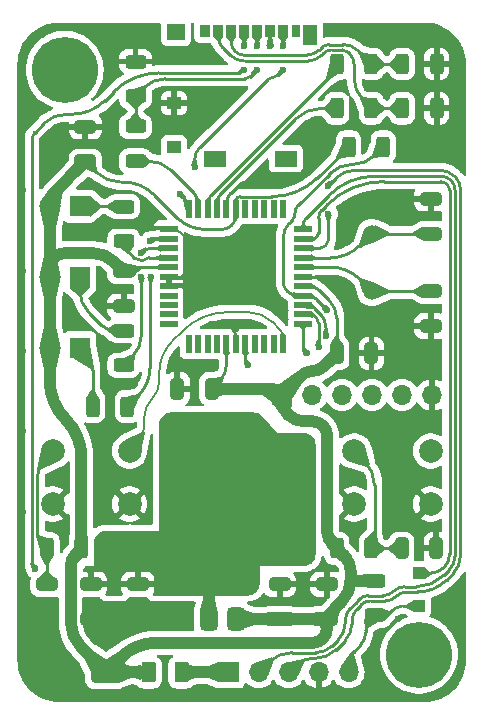
<source format=gtl>
G04 #@! TF.GenerationSoftware,KiCad,Pcbnew,8.0.4*
G04 #@! TF.CreationDate,2024-10-18T17:00:07+02:00*
G04 #@! TF.ProjectId,Atari_SIO2SD_Mini,41746172-695f-4534-994f-3253445f4d69,rev?*
G04 #@! TF.SameCoordinates,Original*
G04 #@! TF.FileFunction,Copper,L1,Top*
G04 #@! TF.FilePolarity,Positive*
%FSLAX46Y46*%
G04 Gerber Fmt 4.6, Leading zero omitted, Abs format (unit mm)*
G04 Created by KiCad (PCBNEW 8.0.4) date 2024-10-18 17:00:07*
%MOMM*%
%LPD*%
G01*
G04 APERTURE LIST*
G04 Aperture macros list*
%AMRoundRect*
0 Rectangle with rounded corners*
0 $1 Rounding radius*
0 $2 $3 $4 $5 $6 $7 $8 $9 X,Y pos of 4 corners*
0 Add a 4 corners polygon primitive as box body*
4,1,4,$2,$3,$4,$5,$6,$7,$8,$9,$2,$3,0*
0 Add four circle primitives for the rounded corners*
1,1,$1+$1,$2,$3*
1,1,$1+$1,$4,$5*
1,1,$1+$1,$6,$7*
1,1,$1+$1,$8,$9*
0 Add four rect primitives between the rounded corners*
20,1,$1+$1,$2,$3,$4,$5,0*
20,1,$1+$1,$4,$5,$6,$7,0*
20,1,$1+$1,$6,$7,$8,$9,0*
20,1,$1+$1,$8,$9,$2,$3,0*%
G04 Aperture macros list end*
G04 #@! TA.AperFunction,SMDPad,CuDef*
%ADD10RoundRect,0.375000X0.375000X-0.625000X0.375000X0.625000X-0.375000X0.625000X-0.375000X-0.625000X0*%
G04 #@! TD*
G04 #@! TA.AperFunction,SMDPad,CuDef*
%ADD11RoundRect,0.500000X1.400000X-0.500000X1.400000X0.500000X-1.400000X0.500000X-1.400000X-0.500000X0*%
G04 #@! TD*
G04 #@! TA.AperFunction,SMDPad,CuDef*
%ADD12RoundRect,0.250000X-0.312500X-0.625000X0.312500X-0.625000X0.312500X0.625000X-0.312500X0.625000X0*%
G04 #@! TD*
G04 #@! TA.AperFunction,SMDPad,CuDef*
%ADD13RoundRect,0.250000X-0.650000X0.325000X-0.650000X-0.325000X0.650000X-0.325000X0.650000X0.325000X0*%
G04 #@! TD*
G04 #@! TA.AperFunction,SMDPad,CuDef*
%ADD14RoundRect,0.250000X0.625000X-0.312500X0.625000X0.312500X-0.625000X0.312500X-0.625000X-0.312500X0*%
G04 #@! TD*
G04 #@! TA.AperFunction,SMDPad,CuDef*
%ADD15RoundRect,0.250000X-0.325000X-0.650000X0.325000X-0.650000X0.325000X0.650000X-0.325000X0.650000X0*%
G04 #@! TD*
G04 #@! TA.AperFunction,SMDPad,CuDef*
%ADD16RoundRect,0.250000X-0.375000X-0.625000X0.375000X-0.625000X0.375000X0.625000X-0.375000X0.625000X0*%
G04 #@! TD*
G04 #@! TA.AperFunction,ComponentPad*
%ADD17C,2.000000*%
G04 #@! TD*
G04 #@! TA.AperFunction,SMDPad,CuDef*
%ADD18RoundRect,0.250000X-0.300000X0.300000X-0.300000X-0.300000X0.300000X-0.300000X0.300000X0.300000X0*%
G04 #@! TD*
G04 #@! TA.AperFunction,SMDPad,CuDef*
%ADD19R,0.850000X1.100000*%
G04 #@! TD*
G04 #@! TA.AperFunction,SMDPad,CuDef*
%ADD20R,0.750000X1.100000*%
G04 #@! TD*
G04 #@! TA.AperFunction,SMDPad,CuDef*
%ADD21R,1.200000X1.000000*%
G04 #@! TD*
G04 #@! TA.AperFunction,SMDPad,CuDef*
%ADD22R,1.550000X1.350000*%
G04 #@! TD*
G04 #@! TA.AperFunction,SMDPad,CuDef*
%ADD23R,1.900000X1.350000*%
G04 #@! TD*
G04 #@! TA.AperFunction,SMDPad,CuDef*
%ADD24R,1.170000X1.800000*%
G04 #@! TD*
G04 #@! TA.AperFunction,ComponentPad*
%ADD25C,1.500000*%
G04 #@! TD*
G04 #@! TA.AperFunction,ComponentPad*
%ADD26R,1.800000X1.800000*%
G04 #@! TD*
G04 #@! TA.AperFunction,ComponentPad*
%ADD27C,1.800000*%
G04 #@! TD*
G04 #@! TA.AperFunction,SMDPad,CuDef*
%ADD28RoundRect,0.250000X0.650000X-0.325000X0.650000X0.325000X-0.650000X0.325000X-0.650000X-0.325000X0*%
G04 #@! TD*
G04 #@! TA.AperFunction,SMDPad,CuDef*
%ADD29R,1.500000X0.550000*%
G04 #@! TD*
G04 #@! TA.AperFunction,SMDPad,CuDef*
%ADD30R,0.550000X1.500000*%
G04 #@! TD*
G04 #@! TA.AperFunction,SMDPad,CuDef*
%ADD31RoundRect,0.250000X0.312500X0.625000X-0.312500X0.625000X-0.312500X-0.625000X0.312500X-0.625000X0*%
G04 #@! TD*
G04 #@! TA.AperFunction,ComponentPad*
%ADD32R,1.700000X1.700000*%
G04 #@! TD*
G04 #@! TA.AperFunction,ComponentPad*
%ADD33O,1.700000X1.700000*%
G04 #@! TD*
G04 #@! TA.AperFunction,SMDPad,CuDef*
%ADD34RoundRect,0.250000X-0.625000X0.312500X-0.625000X-0.312500X0.625000X-0.312500X0.625000X0.312500X0*%
G04 #@! TD*
G04 #@! TA.AperFunction,SMDPad,CuDef*
%ADD35RoundRect,0.250000X0.325000X0.650000X-0.325000X0.650000X-0.325000X-0.650000X0.325000X-0.650000X0*%
G04 #@! TD*
G04 #@! TA.AperFunction,ComponentPad*
%ADD36C,5.600000*%
G04 #@! TD*
G04 #@! TA.AperFunction,SMDPad,CuDef*
%ADD37RoundRect,0.250000X1.000000X0.650000X-1.000000X0.650000X-1.000000X-0.650000X1.000000X-0.650000X0*%
G04 #@! TD*
G04 #@! TA.AperFunction,ViaPad*
%ADD38C,0.600000*%
G04 #@! TD*
G04 #@! TA.AperFunction,Conductor*
%ADD39C,0.250000*%
G04 #@! TD*
G04 #@! TA.AperFunction,Conductor*
%ADD40C,0.200000*%
G04 #@! TD*
G04 #@! TA.AperFunction,Conductor*
%ADD41C,1.000000*%
G04 #@! TD*
G04 APERTURE END LIST*
D10*
X144900000Y-105500000D03*
X147200000Y-105500000D03*
D11*
X147200000Y-99200000D03*
D10*
X149500000Y-105500000D03*
D12*
X158037500Y-62250000D03*
X160962500Y-62250000D03*
X159037500Y-65500000D03*
X161962500Y-65500000D03*
D13*
X140000000Y-76062500D03*
X140000000Y-79012500D03*
D12*
X158037500Y-99500000D03*
X160962500Y-99500000D03*
D14*
X141000000Y-66712500D03*
X141000000Y-63787500D03*
D12*
X163575000Y-58500000D03*
X166500000Y-58500000D03*
D14*
X140000000Y-84000000D03*
X140000000Y-81075000D03*
D15*
X163525000Y-99500000D03*
X166475000Y-99500000D03*
D14*
X140000000Y-73500000D03*
X140000000Y-70575000D03*
D16*
X142100000Y-110000000D03*
X144900000Y-110000000D03*
D13*
X137200000Y-102550000D03*
X137200000Y-105500000D03*
D17*
X134000000Y-91250000D03*
X140500000Y-91250000D03*
X134000000Y-95750000D03*
X140500000Y-95750000D03*
D18*
X165000000Y-101600000D03*
X165000000Y-104400000D03*
D19*
X146895000Y-55675000D03*
X147995000Y-55675000D03*
X149095000Y-55675000D03*
X150195000Y-55675000D03*
X151295000Y-55675000D03*
X152395000Y-55675000D03*
X153495000Y-55675000D03*
D20*
X154545000Y-55675000D03*
D21*
X144260000Y-61825000D03*
X144260000Y-65525000D03*
D22*
X144435000Y-55800000D03*
D23*
X147760000Y-66500000D03*
X153730000Y-66500000D03*
D24*
X155755000Y-56025000D03*
D14*
X141000000Y-61212500D03*
X141000000Y-58287500D03*
D15*
X158025000Y-83000000D03*
X160975000Y-83000000D03*
D13*
X166000000Y-77730000D03*
X166000000Y-80680000D03*
D25*
X161000000Y-72850000D03*
X161000000Y-77730000D03*
D26*
X136275000Y-76537500D03*
D27*
X133735000Y-76537500D03*
D28*
X166000000Y-72850000D03*
X166000000Y-69900000D03*
X157200000Y-105500000D03*
X157200000Y-102550000D03*
D29*
X155200000Y-80500000D03*
X155200000Y-79700000D03*
X155200000Y-78900000D03*
X155200000Y-78100000D03*
X155200000Y-77300000D03*
X155200000Y-76500000D03*
X155200000Y-75700000D03*
X155200000Y-74900000D03*
X155200000Y-74100000D03*
X155200000Y-73300000D03*
X155200000Y-72500000D03*
D30*
X153500000Y-70800000D03*
X152700000Y-70800000D03*
X151900000Y-70800000D03*
X151100000Y-70800000D03*
X150300000Y-70800000D03*
X149500000Y-70800000D03*
X148700000Y-70800000D03*
X147900000Y-70800000D03*
X147100000Y-70800000D03*
X146300000Y-70800000D03*
X145500000Y-70800000D03*
D29*
X143800000Y-72500000D03*
X143800000Y-73300000D03*
X143800000Y-74100000D03*
X143800000Y-74900000D03*
X143800000Y-75700000D03*
X143800000Y-76500000D03*
X143800000Y-77300000D03*
X143800000Y-78100000D03*
X143800000Y-78900000D03*
X143800000Y-79700000D03*
X143800000Y-80500000D03*
D30*
X145500000Y-82200000D03*
X146300000Y-82200000D03*
X147100000Y-82200000D03*
X147900000Y-82200000D03*
X148700000Y-82200000D03*
X149500000Y-82200000D03*
X150300000Y-82200000D03*
X151100000Y-82200000D03*
X151900000Y-82200000D03*
X152700000Y-82200000D03*
X153500000Y-82200000D03*
D31*
X140302500Y-87500000D03*
X137377500Y-87500000D03*
D26*
X136275000Y-82537500D03*
D27*
X133735000Y-82537500D03*
D17*
X159500000Y-91250000D03*
X166000000Y-91250000D03*
X159500000Y-95750000D03*
X166000000Y-95750000D03*
D32*
X153400000Y-86500000D03*
D33*
X155940000Y-86500000D03*
X158480000Y-86500000D03*
X161020000Y-86500000D03*
X163560000Y-86500000D03*
X166100000Y-86500000D03*
D34*
X161250000Y-102250000D03*
X161250000Y-105175000D03*
D12*
X158037500Y-58500000D03*
X160962500Y-58500000D03*
D28*
X153200000Y-105500000D03*
X153200000Y-102550000D03*
D12*
X163575000Y-62250000D03*
X166500000Y-62250000D03*
D35*
X147475000Y-86000000D03*
X144525000Y-86000000D03*
D31*
X136425000Y-99500000D03*
X133500000Y-99500000D03*
D32*
X148880000Y-110000000D03*
D33*
X151420000Y-110000000D03*
X153960000Y-110000000D03*
X156500000Y-110000000D03*
X159040000Y-110000000D03*
D36*
X135000000Y-59000000D03*
X165000000Y-108500000D03*
D13*
X133500000Y-102550000D03*
X133500000Y-105500000D03*
D37*
X138500000Y-110000000D03*
X134500000Y-110000000D03*
D26*
X136275000Y-70537500D03*
D27*
X133735000Y-70537500D03*
D28*
X136750000Y-66750000D03*
X136750000Y-63800000D03*
D13*
X141200000Y-102550000D03*
X141200000Y-105500000D03*
D38*
X158000000Y-60500000D03*
X144250000Y-63750000D03*
X161250000Y-69750000D03*
X168500000Y-110000000D03*
X131500000Y-69200000D03*
X145500000Y-76500000D03*
X135250000Y-79500000D03*
X166000000Y-71250000D03*
X133500000Y-112000000D03*
X153300000Y-112000000D03*
X145500000Y-73500000D03*
X138500000Y-60000000D03*
X155000000Y-64500000D03*
X131500000Y-89600000D03*
X163750000Y-66000000D03*
X134750000Y-98000000D03*
X148750000Y-61000000D03*
X137750000Y-69000000D03*
X138500000Y-107250000D03*
X152500000Y-72500000D03*
X140100000Y-112000000D03*
X147250000Y-58000000D03*
X159900000Y-112000000D03*
X166500000Y-55500000D03*
X131500000Y-96400000D03*
X166500000Y-112000000D03*
X168500000Y-62400000D03*
X134000000Y-107500000D03*
X136000000Y-72750000D03*
X142000000Y-71500000D03*
X168500000Y-103200000D03*
X155250000Y-102500000D03*
X159250000Y-88500000D03*
X138500000Y-77500000D03*
X143500000Y-109000000D03*
X145500000Y-84000000D03*
X142500000Y-55500000D03*
X146000000Y-86000000D03*
X140500000Y-85500000D03*
X146700000Y-112000000D03*
X162750000Y-80750000D03*
X163250000Y-105500000D03*
X139500000Y-82537500D03*
X143000000Y-105500000D03*
X139000000Y-89500000D03*
X168500000Y-66500000D03*
X160500000Y-64000000D03*
X134250000Y-93500000D03*
X145500000Y-79000000D03*
X134000000Y-66250000D03*
X131500000Y-62400000D03*
X158500000Y-73500000D03*
X157500000Y-55500000D03*
X131500000Y-82800000D03*
X158000000Y-77000000D03*
X152395000Y-57000000D03*
X168500000Y-57500000D03*
X131500000Y-76000000D03*
X131500000Y-110000000D03*
X133500000Y-55500000D03*
X153500000Y-79500000D03*
X151000000Y-80500000D03*
X145500000Y-77500000D03*
X151000000Y-68500000D03*
X149000000Y-76000000D03*
X139000000Y-65000000D03*
X152000000Y-104000000D03*
X147500000Y-80500000D03*
X166000000Y-79250000D03*
X131500000Y-103200000D03*
X162250000Y-60250000D03*
X131500000Y-57500000D03*
X146000000Y-99000000D03*
X148500000Y-99000000D03*
X151000000Y-99000000D03*
X132500000Y-101250000D03*
X151000000Y-103000000D03*
X148500000Y-101000000D03*
X151000000Y-95000000D03*
X151000000Y-101000000D03*
X137000000Y-101250000D03*
X146000000Y-95000000D03*
X150195000Y-57000000D03*
X148500000Y-97000000D03*
X143500000Y-103000000D03*
X143500000Y-99000000D03*
X148500000Y-95000000D03*
X146000000Y-103000000D03*
X143500000Y-95000000D03*
X151000000Y-97000000D03*
X146000000Y-101000000D03*
X148500000Y-103000000D03*
X146000000Y-97000000D03*
X150195000Y-59000000D03*
X143500000Y-101000000D03*
X143500000Y-97000000D03*
X150500000Y-84000000D03*
X155500000Y-83000000D03*
X156500000Y-82500000D03*
X157125000Y-81500000D03*
X151295000Y-57000000D03*
X151295000Y-59000000D03*
X144750000Y-69500000D03*
X153495000Y-59000000D03*
X146000000Y-67250000D03*
X153495000Y-57000000D03*
X157325669Y-71194611D03*
X157308058Y-68808058D03*
X157191942Y-79308058D03*
X142250000Y-73475000D03*
X142300003Y-76500000D03*
X141500000Y-74500000D03*
X141500000Y-76500000D03*
D39*
X150170774Y-68501769D02*
X150996980Y-68501769D01*
X148700000Y-70300000D02*
X148700000Y-70800000D01*
X157146446Y-76500000D02*
X155200000Y-76500000D01*
X145158578Y-77300000D02*
X143800000Y-77300000D01*
D40*
X144150000Y-72500000D02*
X143800000Y-72500000D01*
D39*
X147500000Y-80500000D02*
X147500825Y-80500825D01*
X143650000Y-72500000D02*
X143725000Y-72500000D01*
X149053553Y-69446446D02*
X149823223Y-68676776D01*
X149500000Y-81694974D02*
X149500000Y-82200000D01*
X148398941Y-80501651D02*
X147502818Y-80501651D01*
X152395000Y-57000000D02*
X152395000Y-55675000D01*
X158000000Y-77000000D02*
X157750000Y-76750000D01*
X145500000Y-76500000D02*
X143800000Y-76500000D01*
D40*
X144747487Y-72747487D02*
X145500000Y-73500000D01*
D39*
X145500000Y-77500000D02*
X145400000Y-77400000D01*
X150999115Y-68500884D02*
X151000000Y-68500000D01*
X143800000Y-76500000D02*
X143800000Y-77300000D01*
D40*
X144747487Y-72747487D02*
G75*
G03*
X144150000Y-72500007I-597487J-597513D01*
G01*
D39*
X149500000Y-81694974D02*
G75*
G03*
X149149993Y-80850007I-1195000J-26D01*
G01*
X157146446Y-76500000D02*
G75*
G02*
X157750016Y-76749984I54J-853500D01*
G01*
X148700000Y-70300000D02*
G75*
G02*
X149053555Y-69446448I1207100J0D01*
G01*
X145158578Y-77300000D02*
G75*
G02*
X145400006Y-77399994I22J-341400D01*
G01*
X148398941Y-80501651D02*
G75*
G02*
X149149991Y-80850009I-103641J-1207249D01*
G01*
X143650000Y-72500000D02*
G75*
G02*
X143393940Y-72393926I0J362100D01*
G01*
X143800000Y-72425000D02*
G75*
G02*
X143725000Y-72500000I-75000J0D01*
G01*
X150170774Y-68501769D02*
G75*
G03*
X149823249Y-68676802I99226J-629531D01*
G01*
X150999115Y-68500884D02*
G75*
G02*
X150996980Y-68501740I-2115J2184D01*
G01*
X147500825Y-80500825D02*
G75*
G03*
X147502818Y-80501629I1975J2025D01*
G01*
X132450000Y-64300000D02*
X133187500Y-63562500D01*
X143003963Y-59250000D02*
X149823223Y-59250000D01*
X139156207Y-60843792D02*
X138399048Y-61600951D01*
X135625000Y-62750000D02*
X135149048Y-62750000D01*
X150195000Y-57000000D02*
X150195000Y-55713890D01*
X132225000Y-64843101D02*
X132225000Y-100780545D01*
X150125000Y-59125000D02*
X150250000Y-59000000D01*
X150222500Y-55702500D02*
X150250000Y-55730000D01*
D41*
X147200000Y-105500000D02*
X147200000Y-99200000D01*
D39*
X137200000Y-101591421D02*
X137200000Y-102550000D01*
X132500000Y-101250000D02*
X132362500Y-101112500D01*
X137100000Y-101350000D02*
X137000000Y-101250000D01*
X150125000Y-59125000D02*
G75*
G02*
X149823223Y-59250010I-301800J301800D01*
G01*
X135149048Y-62750000D02*
G75*
G03*
X133187486Y-63562486I-48J-2774000D01*
G01*
X139156207Y-60843792D02*
G75*
G02*
X143003963Y-59249959I3847793J-3847708D01*
G01*
X137100000Y-101350000D02*
G75*
G02*
X137199991Y-101591421I-241400J-241400D01*
G01*
X135625000Y-62750000D02*
G75*
G03*
X138399049Y-61600952I0J3923100D01*
G01*
X132450000Y-64300000D02*
G75*
G03*
X132225011Y-64843101I543000J-543100D01*
G01*
X150222500Y-55702500D02*
G75*
G03*
X150194978Y-55713890I-11400J-11400D01*
G01*
X132362500Y-101112500D02*
G75*
G02*
X132224981Y-100780545I332000J332000D01*
G01*
X161000000Y-72850000D02*
X159975000Y-73875000D01*
X157500431Y-74900000D02*
X155200000Y-74900000D01*
X161000000Y-72850000D02*
X166000000Y-72850000D01*
X159975000Y-73875000D02*
G75*
G02*
X157500431Y-74900013I-2474600J2474600D01*
G01*
X161000000Y-77730000D02*
X166000000Y-77730000D01*
X157534573Y-75700000D02*
X155200000Y-75700000D01*
X159985000Y-76715000D02*
X161000000Y-77730000D01*
X159985000Y-76715000D02*
G75*
G03*
X157534573Y-75700011I-2450400J-2450400D01*
G01*
X150300000Y-83658578D02*
X150300000Y-82200000D01*
X161237500Y-94173420D02*
X161237500Y-99030545D01*
X150500000Y-84000000D02*
X150400000Y-83900000D01*
X161156954Y-99500000D02*
X163525000Y-99500000D01*
X160381250Y-92106250D02*
X159525000Y-91250000D01*
X160381250Y-92106250D02*
G75*
G02*
X161237492Y-94173420I-2067150J-2067150D01*
G01*
X150400000Y-83900000D02*
G75*
G02*
X150300009Y-83658578I241400J241400D01*
G01*
X161100000Y-99362500D02*
G75*
G03*
X161237519Y-99030545I-332000J332000D01*
G01*
X161156954Y-99500000D02*
G75*
G02*
X161100078Y-99362578I46J80500D01*
G01*
X133087500Y-99087500D02*
X133500000Y-99500000D01*
D40*
X141125000Y-90625000D02*
X140500000Y-91250000D01*
X150512563Y-79500000D02*
X148828963Y-79500000D01*
X153164124Y-80914124D02*
X152625000Y-80375000D01*
X144122531Y-81952467D02*
X144981207Y-81093792D01*
D39*
X132675000Y-98091636D02*
X132675000Y-93511916D01*
D40*
X153500000Y-81725000D02*
X153500000Y-82200000D01*
D39*
X133337500Y-91912500D02*
X134000000Y-91250000D01*
D40*
X141750000Y-88383883D02*
X141750000Y-89116116D01*
D39*
X133500000Y-99853553D02*
X133500000Y-102550000D01*
D40*
X143000000Y-85366116D02*
X143000000Y-84662500D01*
D39*
X132675000Y-93511916D02*
G75*
G02*
X133337495Y-91912495I2261900J16D01*
G01*
D40*
X150512563Y-79500000D02*
G75*
G02*
X152625011Y-80374989I37J-2987400D01*
G01*
X144981207Y-81093792D02*
G75*
G02*
X148828963Y-79499959I3847793J-3847708D01*
G01*
X141125000Y-90625000D02*
G75*
G03*
X141750007Y-89116116I-1508900J1508900D01*
G01*
D39*
X132675000Y-98091636D02*
G75*
G03*
X133087511Y-99087489I1408400J36D01*
G01*
D40*
X143000000Y-85366116D02*
G75*
G02*
X142374995Y-86874995I-2133900J16D01*
G01*
X141750000Y-88383883D02*
G75*
G02*
X142375005Y-86875005I2133900J-17D01*
G01*
X144122531Y-81952467D02*
G75*
G03*
X143000009Y-84662500I2710069J-2710033D01*
G01*
X153164124Y-80914124D02*
G75*
G02*
X153499986Y-81725000I-810924J-810876D01*
G01*
D39*
X139935983Y-70537500D02*
X136275000Y-70537500D01*
X139981250Y-70556250D02*
X140000000Y-70575000D01*
X139935983Y-70537500D02*
G75*
G02*
X139981255Y-70556245I17J-64000D01*
G01*
X136275000Y-77656250D02*
X136275000Y-76537500D01*
X139287500Y-81075000D02*
X140000000Y-81075000D01*
X138071186Y-80571186D02*
X137066075Y-79566075D01*
X138071186Y-80571186D02*
G75*
G03*
X139287500Y-81075008I1216314J1216286D01*
G01*
X137066075Y-79566075D02*
G75*
G02*
X136275035Y-77656250I1909825J1909775D01*
G01*
X137377500Y-84419585D02*
X137377500Y-87500000D01*
X136826250Y-83088750D02*
X136275000Y-82537500D01*
X136826250Y-83088750D02*
G75*
G02*
X137377506Y-84419585I-1330850J-1330850D01*
G01*
X159040000Y-109355000D02*
X159040000Y-109773669D01*
X162705069Y-104794930D02*
X162712500Y-104787500D01*
X159200039Y-109839960D02*
X159360079Y-109679921D01*
X159496083Y-108253915D02*
X160031541Y-107718458D01*
X161787500Y-105175000D02*
X161780330Y-105175000D01*
X163648007Y-104400000D02*
X165000000Y-104400000D01*
X160500000Y-106587500D02*
X160500000Y-106455330D01*
X161780330Y-105175000D02*
G75*
G03*
X160874991Y-105549991I-30J-1280300D01*
G01*
X160875000Y-105550000D02*
G75*
G03*
X160500012Y-106455330I905300J-905300D01*
G01*
X162705069Y-104794930D02*
G75*
G02*
X161787500Y-105175011I-917569J917530D01*
G01*
X159040000Y-109773669D02*
G75*
G03*
X159199995Y-109839916I93700J-31D01*
G01*
X163648007Y-104400000D02*
G75*
G03*
X162712498Y-104787498I-7J-1323000D01*
G01*
X160500000Y-106587500D02*
G75*
G02*
X160031538Y-107718455I-1599400J0D01*
G01*
X159496083Y-108253915D02*
G75*
G03*
X159040008Y-109355000I1101117J-1101085D01*
G01*
X157138766Y-70497625D02*
X157131967Y-70504426D01*
X167600000Y-99978248D02*
X167600000Y-69171751D01*
X157168089Y-70468301D02*
X157168514Y-70467877D01*
X157176590Y-70459804D02*
X157175740Y-70460653D01*
X157131117Y-70505276D02*
X157122618Y-70513775D01*
X157168089Y-70468301D02*
X157165540Y-70470851D01*
X157170214Y-70466177D02*
X157168514Y-70467877D01*
X157138766Y-70497625D02*
X157141316Y-70495076D01*
X157122618Y-70513775D02*
X157114119Y-70522274D01*
X155987867Y-73300000D02*
X155200000Y-73300000D01*
X157068223Y-70568172D02*
X156771565Y-70864838D01*
X157175314Y-70461078D02*
X157175740Y-70460653D01*
X157131967Y-70504426D02*
X157131117Y-70505276D01*
X157095420Y-70540973D02*
X157068223Y-70568172D01*
X157177015Y-70459380D02*
X157176590Y-70459804D01*
X157144717Y-70491674D02*
X157143017Y-70493375D01*
X157113694Y-70522700D02*
X157104345Y-70532049D01*
X157143017Y-70493375D02*
X157141316Y-70495076D01*
X157095420Y-70540973D02*
X157104345Y-70532049D01*
X157175314Y-70461078D02*
X157173615Y-70462777D01*
X157173615Y-70462777D02*
X157171915Y-70464477D01*
X156500000Y-71520466D02*
X156500000Y-72787867D01*
X166878248Y-68450000D02*
X162028092Y-68450000D01*
X157171915Y-70464477D02*
X157170214Y-70466177D01*
X165978248Y-101600000D02*
X165000000Y-101600000D01*
X157114119Y-70522274D02*
X157113694Y-70522700D01*
X157165540Y-70470851D02*
X157144717Y-70491674D01*
X167388604Y-68661396D02*
G75*
G02*
X167600020Y-69171751I-510404J-510404D01*
G01*
X156350000Y-73150000D02*
G75*
G03*
X156499987Y-72787867I-362100J362100D01*
G01*
X167600000Y-99978248D02*
G75*
G02*
X167124986Y-101124986I-1621800J48D01*
G01*
X157177015Y-70459380D02*
G75*
G02*
X162028092Y-68450005I4851085J-4851120D01*
G01*
X156350000Y-73150000D02*
G75*
G02*
X155987867Y-73299987I-362100J362100D01*
G01*
X166878248Y-68450000D02*
G75*
G02*
X167388590Y-68661410I-48J-721800D01*
G01*
X156500000Y-71520466D02*
G75*
G02*
X156771584Y-70864857I927200J-34D01*
G01*
X167125000Y-101125000D02*
G75*
G02*
X165978248Y-101600020I-1146800J1146800D01*
G01*
D41*
X138500000Y-110000000D02*
X139750000Y-108750000D01*
X133735000Y-70923750D02*
X133735000Y-70566096D01*
D39*
X146902512Y-72500000D02*
X148305025Y-72500000D01*
D41*
X133735000Y-76537500D02*
X133735000Y-75901104D01*
D39*
X139737436Y-68500000D02*
X140000000Y-68500000D01*
X152558536Y-69725000D02*
X149841421Y-69725000D01*
D41*
X133735000Y-70308729D02*
X133735000Y-70262974D01*
X133735000Y-76537500D02*
X133735000Y-75901104D01*
X153200000Y-105500000D02*
X149500000Y-105500000D01*
X158484375Y-99946875D02*
X158590625Y-100053125D01*
X133735000Y-70566096D02*
X133735000Y-70623288D01*
X158218750Y-99681250D02*
X158431250Y-99893750D01*
X133735000Y-82537500D02*
X133735000Y-76537500D01*
X156005025Y-107500000D02*
X142767766Y-107500000D01*
X136425000Y-99172963D02*
X136425000Y-91827117D01*
X155277817Y-88750000D02*
X155969669Y-88750000D01*
X133735000Y-70151250D02*
X133735000Y-70508904D01*
D39*
X148700000Y-83908794D02*
X148700000Y-82200000D01*
D41*
X157200000Y-106305025D02*
X157200000Y-105600000D01*
D39*
X136750000Y-66750000D02*
X137625000Y-67625000D01*
D41*
X136431975Y-107931975D02*
X138500000Y-110000000D01*
X133735000Y-70623288D02*
X133735000Y-70657603D01*
X133735000Y-70697638D02*
X133735000Y-70743391D01*
X159250000Y-101569866D02*
X159250000Y-101981250D01*
D39*
X149500000Y-70066421D02*
X149500000Y-71305025D01*
D41*
X133735000Y-70697638D02*
X133735000Y-70680481D01*
D39*
X142560660Y-69560660D02*
X144508273Y-71508273D01*
X155700000Y-77300000D02*
X155200000Y-77300000D01*
D41*
X133735000Y-70308729D02*
X133735000Y-70400239D01*
X133735000Y-70743391D02*
X133735000Y-70789144D01*
X133735000Y-70669042D02*
X133735000Y-70680481D01*
X159250000Y-101981250D02*
X159384375Y-102115625D01*
X133735000Y-70566096D02*
X133735000Y-70508904D01*
X138500000Y-110000000D02*
X142100000Y-110000000D01*
X133735000Y-70657603D02*
X133735000Y-70669042D01*
X157200000Y-105400000D02*
X157200000Y-105600000D01*
X158025000Y-83000000D02*
X156922747Y-84102252D01*
X158484375Y-99946875D02*
X158431250Y-99893750D01*
X136750000Y-66750000D02*
X134008119Y-69491880D01*
X133735000Y-75805438D02*
X133735000Y-76537500D01*
X133735000Y-82537500D02*
X133735000Y-85332882D01*
X133735000Y-70834897D02*
X133735000Y-70926407D01*
X135040438Y-74500000D02*
X137332645Y-74500000D01*
D39*
X147475000Y-86000000D02*
X148087500Y-85387500D01*
D41*
X157250000Y-90030330D02*
X157250000Y-98155653D01*
D39*
X140618826Y-75700000D02*
X143800000Y-75700000D01*
D41*
X133735000Y-70789144D02*
X133735000Y-70834897D01*
X157270710Y-105229289D02*
X158352858Y-104147141D01*
X133735000Y-70508904D02*
X133735000Y-70566096D01*
X147475000Y-86000000D02*
X152546446Y-86000000D01*
D39*
X156553553Y-77653553D02*
X157392932Y-78492932D01*
D41*
X153806586Y-88056586D02*
X153950000Y-88200000D01*
D39*
X156406292Y-68131207D02*
X159037500Y-65500000D01*
D41*
X135500000Y-101079073D02*
X135500000Y-105681988D01*
X136193750Y-99731250D02*
X135962500Y-99962500D01*
X133735000Y-71696250D02*
X133735000Y-76537500D01*
X153400000Y-86853553D02*
X153400000Y-87075000D01*
X139218750Y-75281250D02*
X139818750Y-75881250D01*
X159708784Y-102250000D02*
X161250000Y-102250000D01*
X155002252Y-84897747D02*
X153649999Y-86249999D01*
X158590625Y-100053125D02*
X158643750Y-100106250D01*
X133735000Y-70923750D02*
X133735000Y-71696250D01*
X133735000Y-70400239D02*
X133735000Y-70508904D01*
X157643750Y-99106250D02*
X158218750Y-99681250D01*
X153200000Y-105500000D02*
X157100000Y-105500000D01*
D39*
X158025000Y-83000000D02*
X158025000Y-80018879D01*
D41*
X156875000Y-89125000D02*
G75*
G03*
X155969669Y-88750012I-905300J-905300D01*
G01*
X157270710Y-105229289D02*
G75*
G03*
X157199993Y-105400000I170690J-170711D01*
G01*
D39*
X137625000Y-67625000D02*
G75*
G03*
X139737436Y-68499985I2112400J2112400D01*
G01*
D41*
X133735000Y-70566096D02*
X133735000Y-70566096D01*
X133735000Y-76537500D02*
X133735000Y-76537500D01*
X133735000Y-85332882D02*
G75*
G03*
X135079995Y-88580005I4592100J-18D01*
G01*
X135040438Y-74500000D02*
G75*
G03*
X134117343Y-74882343I-38J-1305400D01*
G01*
D39*
X158025000Y-80018879D02*
G75*
G03*
X157392918Y-78492946I-2158000J-21D01*
G01*
D41*
X136425000Y-91827117D02*
G75*
G03*
X135080005Y-88579995I-4592100J17D01*
G01*
X159384375Y-102115625D02*
G75*
G03*
X159708784Y-102250006I324425J324425D01*
G01*
D39*
X155700000Y-77300000D02*
G75*
G02*
X156553552Y-77653554I0J-1207100D01*
G01*
D41*
X157200000Y-105600000D02*
G75*
G03*
X157100000Y-105500000I-100000J0D01*
G01*
D39*
X149600000Y-69825000D02*
G75*
G02*
X149841421Y-69725009I241400J-241400D01*
G01*
D41*
X133735000Y-75901104D02*
X133735000Y-75901104D01*
X139218750Y-75281250D02*
G75*
G03*
X137332645Y-74499981I-1886150J-1886150D01*
G01*
X153150000Y-86250000D02*
G75*
G03*
X153650000Y-86250000I250000J250000D01*
G01*
X136431975Y-107931975D02*
G75*
G02*
X135500019Y-105681988I2250025J2249975D01*
G01*
X159250000Y-101569866D02*
G75*
G03*
X158643740Y-100106260I-2069900J-34D01*
G01*
X157200000Y-106305025D02*
G75*
G02*
X156849993Y-107149993I-1195000J25D01*
G01*
X135500000Y-101079073D02*
G75*
G02*
X135962508Y-99962508I1579100J-27D01*
G01*
D39*
X146902512Y-72500000D02*
G75*
G02*
X144508259Y-71508287I-12J3386000D01*
G01*
D41*
X133735000Y-70151250D02*
G75*
G02*
X134008092Y-69491853I932500J50D01*
G01*
X140181250Y-75881250D02*
G75*
G02*
X139818750Y-75881250I-181250J181251D01*
G01*
X159250000Y-101981250D02*
G75*
G02*
X158352827Y-104147110I-3063000J50D01*
G01*
X156005025Y-107500000D02*
G75*
G03*
X156849993Y-107149993I-25J1195000D01*
G01*
X153150000Y-86250000D02*
G75*
G03*
X152546446Y-86000022I-603500J-603500D01*
G01*
X153400000Y-87075000D02*
G75*
G03*
X153806580Y-88056592I1388200J0D01*
G01*
D39*
X142560660Y-69560660D02*
G75*
G03*
X140000000Y-68499994I-2560660J-2560640D01*
G01*
X152558536Y-69725000D02*
G75*
G03*
X156406285Y-68131200I-36J5441600D01*
G01*
D41*
X153400000Y-86853553D02*
G75*
G02*
X153649984Y-86249984I853500J53D01*
G01*
X155962500Y-84500000D02*
G75*
G03*
X156922749Y-84102254I0J1358000D01*
G01*
D39*
X149600000Y-69825000D02*
G75*
G03*
X149500009Y-70066421I241400J-241400D01*
G01*
D41*
X157250000Y-90030330D02*
G75*
G03*
X156875009Y-89124991I-1280300J30D01*
G01*
X142767766Y-107500000D02*
G75*
G03*
X139750010Y-108750010I34J-4267800D01*
G01*
X153400000Y-86853553D02*
G75*
G03*
X153149986Y-86250014I-853600J-47D01*
G01*
X133735000Y-70508904D02*
X133735000Y-70508904D01*
X136193750Y-99731250D02*
G75*
G03*
X136424985Y-99172963I-558250J558250D01*
G01*
D39*
X140181250Y-75881250D02*
G75*
G02*
X140618826Y-75700011I437550J-437550D01*
G01*
D41*
X155962500Y-84500000D02*
G75*
G03*
X155002251Y-84897746I0J-1358000D01*
G01*
D39*
X148305025Y-72500000D02*
G75*
G03*
X149149993Y-72149993I-25J1195000D01*
G01*
X148700000Y-83908794D02*
G75*
G02*
X148087502Y-85387502I-2091200J-6D01*
G01*
X149500000Y-71305025D02*
G75*
G02*
X149149993Y-72149993I-1195000J25D01*
G01*
D41*
X133735000Y-75805438D02*
G75*
G02*
X134117343Y-74882343I1305400J38D01*
G01*
X157200000Y-105400000D02*
G75*
G02*
X157100000Y-105500000I-100000J0D01*
G01*
X157250000Y-98155653D02*
G75*
G03*
X157643736Y-99106264I1344300J-47D01*
G01*
X155277817Y-88750000D02*
G75*
G02*
X153949995Y-88200005I-17J1877800D01*
G01*
D39*
X155500000Y-83000000D02*
X155350000Y-82850000D01*
X155200000Y-82487867D02*
X155200000Y-80500000D01*
X155200000Y-82487867D02*
G75*
G03*
X155349991Y-82850009I512100J-33D01*
G01*
X155755025Y-79700000D02*
X155200000Y-79700000D01*
X156500000Y-82500000D02*
X156500000Y-80444974D01*
X155755025Y-79700000D02*
G75*
G02*
X156281795Y-79918205I-25J-745000D01*
G01*
X156281802Y-79918198D02*
G75*
G02*
X156500011Y-80444974I-526802J-526802D01*
G01*
X156638864Y-79638864D02*
X156147487Y-79147487D01*
X157125000Y-80812500D02*
X157125000Y-81500000D01*
X155550000Y-78900000D02*
X155200000Y-78900000D01*
X155550000Y-78900000D02*
G75*
G02*
X156147492Y-79147482I0J-845000D01*
G01*
X156638864Y-79638864D02*
G75*
G02*
X157124992Y-80812500I-1173664J-1173636D01*
G01*
X160981250Y-62250000D02*
X163575000Y-62250000D01*
X159150000Y-57650000D02*
X159001172Y-57501172D01*
X160231250Y-61481250D02*
X160949241Y-62199241D01*
X147995000Y-56210000D02*
X147995000Y-55675000D01*
X159500000Y-59715856D02*
X159500000Y-58494974D01*
X156725000Y-57775000D02*
X156890927Y-57609073D01*
X150244573Y-58250000D02*
X155578248Y-58250000D01*
X148973508Y-57723508D02*
X148373302Y-57123302D01*
X157637096Y-57300000D02*
X158515499Y-57300000D01*
X160962500Y-62231250D02*
G75*
G03*
X160949223Y-62199259I-45300J-50D01*
G01*
X147995000Y-56210000D02*
G75*
G03*
X148373303Y-57123301I1291600J0D01*
G01*
X157637096Y-57300000D02*
G75*
G03*
X156890938Y-57609084I4J-1055200D01*
G01*
X156725000Y-57775000D02*
G75*
G02*
X155578248Y-58250020I-1146800J1146800D01*
G01*
X159150000Y-57650000D02*
G75*
G02*
X159500010Y-58494974I-845000J-845000D01*
G01*
X160962500Y-62231250D02*
G75*
G03*
X160981250Y-62250000I18700J-50D01*
G01*
X150244573Y-58250000D02*
G75*
G02*
X148973513Y-57723503I27J1797600D01*
G01*
X159001172Y-57501172D02*
G75*
G03*
X158515499Y-57299987I-485672J-485628D01*
G01*
X160231250Y-61481250D02*
G75*
G02*
X159500018Y-59715856I1765350J1765350D01*
G01*
X157392653Y-56850000D02*
X158597284Y-56850000D01*
X149095000Y-56631845D02*
X149095000Y-55675000D01*
X156745579Y-57118026D02*
X156563604Y-57300000D01*
X150213154Y-57750000D02*
X155477207Y-57750000D01*
X159818234Y-57355734D02*
X160962500Y-58500000D01*
X160962500Y-58500000D02*
X163575000Y-58500000D01*
X149422500Y-57422500D02*
G75*
G02*
X149094981Y-56631845I790700J790700D01*
G01*
X149422500Y-57422500D02*
G75*
G03*
X150213154Y-57750019I790700J790700D01*
G01*
X156563604Y-57300000D02*
G75*
G02*
X155477207Y-57750004I-1086404J1086400D01*
G01*
X158597284Y-56850000D02*
G75*
G02*
X159818245Y-57355723I16J-1726700D01*
G01*
X156745579Y-57118026D02*
G75*
G02*
X157392653Y-56849966I647121J-647074D01*
G01*
X141000000Y-61212500D02*
X141000000Y-63787500D01*
X150000000Y-59750000D02*
X150250000Y-59750000D01*
X151295000Y-57000000D02*
X151295000Y-55706819D01*
X141000000Y-61212500D02*
X141731250Y-60481250D01*
X149500000Y-59750000D02*
X143496643Y-59750000D01*
X150000000Y-59750000D02*
X149500000Y-59750000D01*
X150676776Y-59573223D02*
X151250000Y-59000000D01*
X151272500Y-55697500D02*
X151250000Y-55720000D01*
X150676776Y-59573223D02*
G75*
G02*
X150250000Y-59749986I-426776J426823D01*
G01*
X143496643Y-59750000D02*
G75*
G03*
X141731237Y-60481237I-43J-2496600D01*
G01*
X151272500Y-55697500D02*
G75*
G02*
X151294952Y-55706819I9300J-9300D01*
G01*
X146447245Y-65537754D02*
X152177919Y-59807079D01*
X153497500Y-55677500D02*
X153500000Y-55680000D01*
X145305545Y-70055545D02*
X144750000Y-69500000D01*
X153057079Y-59442920D02*
X153500000Y-59000000D01*
X145500000Y-70525000D02*
X145500000Y-70800000D01*
X146000000Y-66617500D02*
X146000000Y-67250000D01*
X153495000Y-57000000D02*
X153495000Y-55678535D01*
X153495000Y-55678535D02*
G75*
G02*
X153497561Y-55677439I1500J35D01*
G01*
X146447245Y-65537754D02*
G75*
G03*
X146000002Y-66617500I1079755J-1079746D01*
G01*
X145305545Y-70055545D02*
G75*
G02*
X145500003Y-70525000I-469445J-469455D01*
G01*
X152617500Y-59625000D02*
G75*
G03*
X152177912Y-59807072I0J-621700D01*
G01*
X152617500Y-59625000D02*
G75*
G03*
X153057088Y-59442929I0J621700D01*
G01*
X159654845Y-104095154D02*
X159515954Y-104234044D01*
X159500141Y-104249856D02*
X159392875Y-104357120D01*
X159357120Y-104392875D02*
X159321365Y-104428631D01*
X155200000Y-72150000D02*
X155200000Y-72500000D01*
X159208921Y-104541079D02*
X159249854Y-104500143D01*
X156301401Y-108325000D02*
X154279403Y-108325000D01*
X167093198Y-101793198D02*
X167547044Y-101339352D01*
X152257500Y-109162500D02*
X151420000Y-110000000D01*
X168050000Y-100125108D02*
X168050000Y-69171751D01*
X159321365Y-104428631D02*
X159285610Y-104464387D01*
X158160755Y-107255880D02*
X157650410Y-107766223D01*
X159917699Y-103832299D02*
X159654845Y-104095154D01*
X159285610Y-104464387D02*
X159249854Y-104500143D01*
X158750000Y-105833318D02*
X158749998Y-105649037D01*
X161253963Y-68000000D02*
X166878248Y-68000000D01*
X164783273Y-102750000D02*
X163780330Y-102750000D01*
X159500141Y-104249856D02*
X159515954Y-104234044D01*
X159392875Y-104357120D02*
X159357120Y-104392875D01*
X161969669Y-103500000D02*
X160719943Y-103500000D01*
X157406207Y-69593792D02*
X155447487Y-71552512D01*
X167093198Y-101793198D02*
G75*
G02*
X164783273Y-102749989I-2309898J2309898D01*
G01*
X159208921Y-104541079D02*
G75*
G03*
X158750022Y-105649037I1107979J-1107921D01*
G01*
X158750000Y-105833318D02*
G75*
G02*
X158160745Y-107255870I-2011800J18D01*
G01*
X167706802Y-68343198D02*
G75*
G03*
X166878248Y-67999980I-828602J-828602D01*
G01*
X163780330Y-102750000D02*
G75*
G03*
X162874991Y-103124991I-30J-1280300D01*
G01*
X156301401Y-108325000D02*
G75*
G03*
X157650412Y-107766225I-1J1907800D01*
G01*
X167706802Y-68343198D02*
G75*
G02*
X168050020Y-69171751I-828602J-828602D01*
G01*
X162875000Y-103125000D02*
G75*
G02*
X161969669Y-103499988I-905300J905300D01*
G01*
X168050000Y-100125108D02*
G75*
G02*
X167547040Y-101339348I-1717200J8D01*
G01*
X155200000Y-72150000D02*
G75*
G02*
X155447482Y-71552507I845000J0D01*
G01*
X152257500Y-109162500D02*
G75*
G02*
X154279403Y-108325002I2021900J-2021900D01*
G01*
X157406207Y-69593792D02*
G75*
G02*
X161253963Y-67999959I3847793J-3847708D01*
G01*
X160719943Y-103500000D02*
G75*
G03*
X159917687Y-103832287I-43J-1134500D01*
G01*
X162156065Y-103950000D02*
X160920127Y-103950000D01*
X168500000Y-69073742D02*
X168500000Y-100184579D01*
X156599006Y-74100000D02*
X155270710Y-74100000D01*
X167907309Y-101615474D02*
X167343287Y-102179504D01*
X157325669Y-73373337D02*
X157325669Y-71194611D01*
X159752297Y-104634099D02*
X160094346Y-104292049D01*
X168094303Y-68094303D02*
X168000000Y-68000000D01*
X155250000Y-74050000D02*
X155300000Y-74000000D01*
X159318198Y-105901516D02*
X159318198Y-105682106D01*
X157962087Y-68154029D02*
X157308058Y-68808058D01*
X155965850Y-108825000D02*
X156181515Y-108825000D01*
X157968029Y-108085001D02*
X158728953Y-107324078D01*
X159541052Y-67500000D02*
X166792893Y-67500000D01*
X163966726Y-103200000D02*
X164879594Y-103200000D01*
X154547500Y-109412500D02*
X153960000Y-110000000D01*
X157962087Y-68154029D02*
G75*
G02*
X159541052Y-67500039I1578913J-1578971D01*
G01*
X163061396Y-103575000D02*
G75*
G02*
X162156065Y-103949985I-905296J905300D01*
G01*
X156181515Y-108825000D02*
G75*
G03*
X157968019Y-108084991I-15J2526500D01*
G01*
X163966726Y-103200000D02*
G75*
G03*
X163061389Y-103574993I-26J-1280300D01*
G01*
X168094303Y-68094303D02*
G75*
G02*
X168499981Y-69073742I-979403J-979397D01*
G01*
X168500000Y-100184579D02*
G75*
G02*
X167907319Y-101615484I-2023600J-21D01*
G01*
X155250000Y-74050000D02*
G75*
G03*
X155270710Y-74099974I20700J-20700D01*
G01*
X167343287Y-102179504D02*
G75*
G02*
X164879594Y-103199992I-2463687J2463704D01*
G01*
X159318198Y-105901516D02*
G75*
G02*
X158728944Y-107324069I-2011798J16D01*
G01*
X168000000Y-68000000D02*
G75*
G03*
X166792893Y-67500003I-1207100J-1207100D01*
G01*
X155965850Y-108825000D02*
G75*
G03*
X154547485Y-109412485I-50J-2005800D01*
G01*
X159752297Y-104634099D02*
G75*
G03*
X159318201Y-105682106I1048003J-1048001D01*
G01*
X160920127Y-103950000D02*
G75*
G03*
X160094339Y-104292042I-27J-1167800D01*
G01*
X156599006Y-74100000D02*
G75*
G03*
X157112839Y-73887170I-6J726700D01*
G01*
X157325669Y-73373337D02*
G75*
G02*
X157112817Y-73887148I-726669J37D01*
G01*
X153500000Y-73207106D02*
X153500000Y-76905025D01*
X154978567Y-78100000D02*
X154959130Y-78100000D01*
X154839862Y-78100000D02*
X154832794Y-78100000D01*
X154732961Y-78100000D02*
X154731195Y-78100000D01*
X154697623Y-78100000D02*
X154695857Y-78100000D01*
X154793920Y-78100000D02*
X154765649Y-78100000D01*
X154821308Y-78100000D02*
X154812473Y-78100000D01*
X154861064Y-78100000D02*
X154875200Y-78100000D01*
X154826609Y-78100000D02*
X154821308Y-78100000D01*
X155015673Y-78100000D02*
X154978567Y-78100000D01*
X154695857Y-78100000D02*
X154694974Y-78100000D01*
X154726778Y-78100000D02*
X154719710Y-78100000D01*
X154726778Y-78100000D02*
X154729429Y-78100000D01*
X154959130Y-78100000D02*
X154957363Y-78100000D01*
X154938810Y-78100000D02*
X154903471Y-78100000D01*
X159401839Y-67000000D02*
X159347366Y-67000000D01*
X154738261Y-78100000D02*
X154732961Y-78100000D01*
X154830143Y-78100000D02*
X154832794Y-78100000D01*
X154853997Y-78100000D02*
X154846930Y-78100000D01*
X154731195Y-78100000D02*
X154729429Y-78100000D01*
X154697623Y-78100000D02*
X154699389Y-78100000D01*
X155052779Y-78100000D02*
X155015673Y-78100000D01*
X154861064Y-78100000D02*
X154853997Y-78100000D01*
X154889336Y-78100000D02*
X154882268Y-78100000D01*
X155591942Y-78100000D02*
X155203852Y-78100000D01*
X154889336Y-78100000D02*
X154903471Y-78100000D01*
X154830143Y-78100000D02*
X154828376Y-78100000D01*
X154712642Y-78100000D02*
X154705573Y-78100000D01*
X157443713Y-67788518D02*
X154771446Y-70460785D01*
X154702923Y-78100000D02*
X154705573Y-78100000D01*
X154828376Y-78100000D02*
X154826609Y-78100000D01*
X155052779Y-78100000D02*
X155090768Y-78100000D01*
X154803638Y-78100000D02*
X154793920Y-78100000D01*
X154846930Y-78100000D02*
X154839862Y-78100000D01*
X156261028Y-78377144D02*
X157191942Y-79308058D01*
X154955596Y-78100000D02*
X154938810Y-78100000D01*
X154747096Y-78100000D02*
X154738261Y-78100000D01*
X154719710Y-78100000D02*
X154712642Y-78100000D01*
X154957363Y-78100000D02*
X154955596Y-78100000D01*
X155203852Y-78100000D02*
X155090768Y-78100000D01*
X154882268Y-78100000D02*
X154875200Y-78100000D01*
X154812473Y-78100000D02*
X154803638Y-78100000D01*
X154755931Y-78100000D02*
X154747096Y-78100000D01*
X154701156Y-78100000D02*
X154699389Y-78100000D01*
X154755931Y-78100000D02*
X154765649Y-78100000D01*
X161212500Y-66250000D02*
X161962500Y-65500000D01*
X153999999Y-71999999D02*
X154228553Y-71771446D01*
X154702923Y-78100000D02*
X154701156Y-78100000D01*
X153850000Y-77750000D02*
G75*
G03*
X154694974Y-78100010I845000J845000D01*
G01*
X153850000Y-77750000D02*
G75*
G02*
X153499990Y-76905025I845000J845000D01*
G01*
X154228553Y-71771446D02*
G75*
G03*
X154500004Y-71116116I-655353J655346D01*
G01*
X153500000Y-73207106D02*
G75*
G02*
X153999998Y-71999998I1707100J6D01*
G01*
X161212500Y-66250000D02*
G75*
G02*
X159401839Y-67000016I-1810700J1810700D01*
G01*
X157443713Y-67788518D02*
G75*
G02*
X159347366Y-66999984I1903687J-1903682D01*
G01*
X154500000Y-71116116D02*
G75*
G02*
X154771434Y-70460773I926800J16D01*
G01*
X155591942Y-78100000D02*
G75*
G02*
X156261000Y-78377172I-42J-946200D01*
G01*
X142262501Y-76537501D02*
X142300003Y-76500000D01*
X142337500Y-73387500D02*
X142250000Y-73475000D01*
X142548743Y-73300000D02*
X143800000Y-73300000D01*
X142225000Y-84218087D02*
X142225000Y-76628038D01*
X141263750Y-86538750D02*
X140302500Y-87500000D01*
X142262501Y-76537501D02*
G75*
G03*
X142225015Y-76628038I90499J-90499D01*
G01*
X142225000Y-84218087D02*
G75*
G02*
X141263754Y-86538754I-3281900J-13D01*
G01*
X142337500Y-73387500D02*
G75*
G02*
X142548743Y-73300018I211200J-211200D01*
G01*
X141700000Y-74300000D02*
X141500000Y-74500000D01*
X140750000Y-83250000D02*
X140000000Y-84000000D01*
X141500000Y-81439339D02*
X141500000Y-76500000D01*
X142182842Y-74100000D02*
X143800000Y-74100000D01*
X141700000Y-74300000D02*
G75*
G02*
X142182842Y-74100018I482800J-482800D01*
G01*
X141500000Y-81439339D02*
G75*
G02*
X140749988Y-83249988I-2560700J39D01*
G01*
X143750000Y-74950000D02*
X143700000Y-75000000D01*
X140000000Y-73570710D02*
X140000000Y-73750000D01*
X142142983Y-74900000D02*
X143800000Y-74900000D01*
X140050000Y-73450000D02*
X140100000Y-73400000D01*
X140176776Y-74176776D02*
X140900888Y-74900888D01*
X141441942Y-75125000D02*
X141599784Y-75125000D01*
X140176776Y-74176776D02*
G75*
G02*
X139999984Y-73750000I426724J426776D01*
G01*
X140100000Y-73400000D02*
G75*
G02*
X140341421Y-73300009I241400J-241400D01*
G01*
X141871384Y-75012500D02*
G75*
G02*
X141599784Y-75124989I-271584J271600D01*
G01*
X140900888Y-74900888D02*
G75*
G03*
X141441942Y-75124960I541012J541088D01*
G01*
X140000000Y-73570710D02*
G75*
G02*
X140049997Y-73449997I170700J10D01*
G01*
X143750000Y-74950000D02*
G75*
G03*
X143729289Y-74900026I-20700J20700D01*
G01*
X142142983Y-74900000D02*
G75*
G03*
X141871392Y-75012508I17J-384100D01*
G01*
X146300000Y-70300000D02*
X146300000Y-70800000D01*
X145946446Y-69446446D02*
X143994736Y-67494736D01*
X142106250Y-66712500D02*
X141000000Y-66712500D01*
X142106250Y-66712500D02*
G75*
G02*
X143994756Y-67494716I50J-2670700D01*
G01*
X145946446Y-69446446D02*
G75*
G02*
X146300002Y-70300000I-853546J-853554D01*
G01*
X147100000Y-70350000D02*
X147100000Y-70800000D01*
X147418198Y-69581801D02*
X157873981Y-59126018D01*
X158037500Y-58731250D02*
X158037500Y-58500000D01*
X147100000Y-70350000D02*
G75*
G02*
X147418198Y-69581801I1086400J0D01*
G01*
X157873981Y-59126018D02*
G75*
G03*
X158037531Y-58731250I-394781J394818D01*
G01*
X154535180Y-63164819D02*
X148253553Y-69446446D01*
X156743750Y-62250000D02*
X158037500Y-62250000D01*
X147900000Y-70300000D02*
X147900000Y-70800000D01*
X147900000Y-70300000D02*
G75*
G02*
X148253555Y-69446448I1207100J0D01*
G01*
X154535180Y-63164819D02*
G75*
G02*
X156743750Y-62250038I2208520J-2208581D01*
G01*
D41*
X148880000Y-110000000D02*
X144900000Y-110000000D01*
G04 #@! TA.AperFunction,Conductor*
G36*
X143102539Y-55020185D02*
G01*
X143148294Y-55072989D01*
X143159500Y-55124500D01*
X143159500Y-56522870D01*
X143159501Y-56522876D01*
X143165908Y-56582483D01*
X143216202Y-56717328D01*
X143216206Y-56717335D01*
X143302452Y-56832544D01*
X143302455Y-56832547D01*
X143417664Y-56918793D01*
X143417671Y-56918797D01*
X143552517Y-56969091D01*
X143552516Y-56969091D01*
X143559444Y-56969835D01*
X143612127Y-56975500D01*
X145257872Y-56975499D01*
X145317483Y-56969091D01*
X145452331Y-56918796D01*
X145567546Y-56832546D01*
X145653796Y-56717331D01*
X145704091Y-56582483D01*
X145710500Y-56522873D01*
X145710499Y-55124499D01*
X145730184Y-55057461D01*
X145782987Y-55011706D01*
X145834499Y-55000500D01*
X145845500Y-55000500D01*
X145912539Y-55020185D01*
X145958294Y-55072989D01*
X145969500Y-55124500D01*
X145969500Y-56272870D01*
X145969501Y-56272876D01*
X145975908Y-56332483D01*
X146026202Y-56467328D01*
X146026206Y-56467335D01*
X146112452Y-56582544D01*
X146112455Y-56582547D01*
X146227664Y-56668793D01*
X146227671Y-56668797D01*
X146362517Y-56719091D01*
X146362516Y-56719091D01*
X146369444Y-56719835D01*
X146422127Y-56725500D01*
X147292376Y-56725499D01*
X147359415Y-56745183D01*
X147391706Y-56775273D01*
X147503533Y-56924922D01*
X147518763Y-56951693D01*
X147563515Y-57059729D01*
X147563522Y-57059743D01*
X147689166Y-57277364D01*
X147689177Y-57277380D01*
X147842155Y-57476745D01*
X147842160Y-57476751D01*
X147887444Y-57522034D01*
X147887445Y-57522035D01*
X148477510Y-58112101D01*
X148531216Y-58165807D01*
X148578882Y-58213474D01*
X148579003Y-58213584D01*
X148627440Y-58262020D01*
X148679460Y-58303504D01*
X148804918Y-58403553D01*
X148845059Y-58460741D01*
X148847909Y-58530552D01*
X148812564Y-58590822D01*
X148750245Y-58622416D01*
X148727606Y-58624500D01*
X143055361Y-58624500D01*
X143055224Y-58624460D01*
X143003959Y-58624460D01*
X142969160Y-58624460D01*
X142787272Y-58624461D01*
X142787271Y-58624462D01*
X142507847Y-58644448D01*
X142439574Y-58629596D01*
X142390168Y-58580191D01*
X142380735Y-58543235D01*
X142375000Y-58537500D01*
X139625001Y-58537500D01*
X139625001Y-58649986D01*
X139635494Y-58752697D01*
X139690641Y-58919119D01*
X139690643Y-58919124D01*
X139782684Y-59068345D01*
X139906656Y-59192317D01*
X139963921Y-59227638D01*
X140010646Y-59279586D01*
X140021869Y-59348548D01*
X139994026Y-59412630D01*
X139958255Y-59442007D01*
X139906157Y-59470456D01*
X139906148Y-59470461D01*
X139541579Y-59704760D01*
X139541563Y-59704771D01*
X139194652Y-59964471D01*
X138867138Y-60248269D01*
X138867124Y-60248282D01*
X138757475Y-60357933D01*
X138010456Y-61104952D01*
X137958906Y-61156501D01*
X137954499Y-61160697D01*
X137721486Y-61371888D01*
X137712079Y-61379608D01*
X137461938Y-61565124D01*
X137451819Y-61571885D01*
X137421183Y-61590247D01*
X137353562Y-61607827D01*
X137287170Y-61586058D01*
X137243087Y-61531850D01*
X137235309Y-61462415D01*
X137266306Y-61399797D01*
X137272130Y-61393896D01*
X137399668Y-61273086D01*
X137631365Y-61000311D01*
X137832211Y-60704085D01*
X137999853Y-60387880D01*
X138132324Y-60055403D01*
X138228071Y-59710552D01*
X138271750Y-59444124D01*
X138285970Y-59357385D01*
X138285970Y-59357382D01*
X138285972Y-59357371D01*
X138305348Y-59000000D01*
X138305321Y-58999510D01*
X138298599Y-58875520D01*
X138285972Y-58642629D01*
X138283835Y-58629596D01*
X138228073Y-58289460D01*
X138228072Y-58289459D01*
X138228071Y-58289448D01*
X138132324Y-57944597D01*
X138124521Y-57925013D01*
X139625000Y-57925013D01*
X139625000Y-58037500D01*
X140750000Y-58037500D01*
X141250000Y-58037500D01*
X142374999Y-58037500D01*
X142374999Y-57925028D01*
X142374998Y-57925013D01*
X142364505Y-57822302D01*
X142309358Y-57655880D01*
X142309356Y-57655875D01*
X142217315Y-57506654D01*
X142093345Y-57382684D01*
X141944124Y-57290643D01*
X141944119Y-57290641D01*
X141777697Y-57235494D01*
X141777690Y-57235493D01*
X141674986Y-57225000D01*
X141250000Y-57225000D01*
X141250000Y-58037500D01*
X140750000Y-58037500D01*
X140750000Y-57225000D01*
X140325028Y-57225000D01*
X140325012Y-57225001D01*
X140222302Y-57235494D01*
X140055880Y-57290641D01*
X140055875Y-57290643D01*
X139906654Y-57382684D01*
X139782684Y-57506654D01*
X139690643Y-57655875D01*
X139690641Y-57655880D01*
X139635494Y-57822302D01*
X139635493Y-57822309D01*
X139625000Y-57925013D01*
X138124521Y-57925013D01*
X138078615Y-57809797D01*
X137999857Y-57612129D01*
X137999848Y-57612111D01*
X137832215Y-57295922D01*
X137832213Y-57295919D01*
X137832211Y-57295915D01*
X137631365Y-56999689D01*
X137631361Y-56999684D01*
X137631358Y-56999680D01*
X137399668Y-56726914D01*
X137389548Y-56717328D01*
X137139837Y-56480789D01*
X137139830Y-56480783D01*
X137139827Y-56480781D01*
X137059765Y-56419920D01*
X136854919Y-56264200D01*
X136548253Y-56079685D01*
X136548252Y-56079684D01*
X136548248Y-56079682D01*
X136548244Y-56079680D01*
X136223447Y-55929414D01*
X136223441Y-55929411D01*
X136223435Y-55929409D01*
X136053854Y-55872270D01*
X135884273Y-55815131D01*
X135534744Y-55738194D01*
X135178949Y-55699500D01*
X135178948Y-55699500D01*
X134821052Y-55699500D01*
X134821050Y-55699500D01*
X134465255Y-55738194D01*
X134115726Y-55815131D01*
X133859970Y-55901306D01*
X133776565Y-55929409D01*
X133776563Y-55929410D01*
X133776552Y-55929414D01*
X133451755Y-56079680D01*
X133451751Y-56079682D01*
X133254288Y-56198492D01*
X133145081Y-56264200D01*
X133120007Y-56283261D01*
X132860172Y-56480781D01*
X132860163Y-56480789D01*
X132600331Y-56726914D01*
X132368641Y-56999680D01*
X132368634Y-56999690D01*
X132167790Y-57295913D01*
X132167784Y-57295922D01*
X132000151Y-57612111D01*
X132000142Y-57612129D01*
X131867674Y-57944600D01*
X131867672Y-57944607D01*
X131771932Y-58289434D01*
X131771926Y-58289460D01*
X131714029Y-58642614D01*
X131714028Y-58642627D01*
X131714028Y-58642629D01*
X131709992Y-58717063D01*
X131694652Y-58999997D01*
X131694652Y-59000002D01*
X131699138Y-59082733D01*
X131713602Y-59349523D01*
X131714028Y-59357368D01*
X131714029Y-59357385D01*
X131771926Y-59710539D01*
X131771932Y-59710565D01*
X131867672Y-60055392D01*
X131867674Y-60055399D01*
X132000142Y-60387870D01*
X132000151Y-60387888D01*
X132167784Y-60704077D01*
X132167787Y-60704082D01*
X132167789Y-60704085D01*
X132346600Y-60967812D01*
X132368634Y-61000309D01*
X132368641Y-61000319D01*
X132590962Y-61262055D01*
X132600332Y-61273086D01*
X132860163Y-61519211D01*
X133145081Y-61735800D01*
X133451747Y-61920315D01*
X133451749Y-61920316D01*
X133451751Y-61920317D01*
X133451755Y-61920319D01*
X133756128Y-62061136D01*
X133776565Y-62070591D01*
X133919008Y-62118585D01*
X133976251Y-62158645D01*
X134002751Y-62223295D01*
X133990091Y-62292008D01*
X133942292Y-62342969D01*
X133926865Y-62350655D01*
X133693811Y-62447187D01*
X133693806Y-62447189D01*
X133399231Y-62604640D01*
X133399220Y-62604646D01*
X133121489Y-62790219D01*
X132863298Y-63002112D01*
X132791884Y-63073524D01*
X132044073Y-63821335D01*
X132044050Y-63821347D01*
X131943149Y-63922232D01*
X131831912Y-64067174D01*
X131740563Y-64225372D01*
X131740559Y-64225381D01*
X131670638Y-64394162D01*
X131623349Y-64570627D01*
X131599500Y-64751755D01*
X131599500Y-100697246D01*
X131599493Y-100697364D01*
X131599493Y-100703314D01*
X131599358Y-100709104D01*
X131599349Y-100709280D01*
X131599493Y-100714900D01*
X131599494Y-100729224D01*
X131599478Y-100729278D01*
X131599488Y-100866769D01*
X131607952Y-100920183D01*
X131617514Y-100980525D01*
X131626462Y-101036987D01*
X131626463Y-101036993D01*
X131665889Y-101158312D01*
X131669631Y-101172717D01*
X131702153Y-101338149D01*
X131702966Y-101342199D01*
X131703432Y-101343872D01*
X131707192Y-101363234D01*
X131714630Y-101429249D01*
X131774210Y-101599521D01*
X131785927Y-101618168D01*
X131870184Y-101752262D01*
X131997738Y-101879816D01*
X132009964Y-101887498D01*
X132061107Y-101919633D01*
X132107398Y-101971968D01*
X132118046Y-102041021D01*
X132112841Y-102063630D01*
X132110001Y-102072199D01*
X132099500Y-102174983D01*
X132099500Y-102925001D01*
X132099501Y-102925019D01*
X132110000Y-103027796D01*
X132110001Y-103027799D01*
X132162155Y-103185187D01*
X132165186Y-103194334D01*
X132257288Y-103343656D01*
X132381344Y-103467712D01*
X132530666Y-103559814D01*
X132697203Y-103614999D01*
X132799991Y-103625500D01*
X134200008Y-103625499D01*
X134302797Y-103614999D01*
X134302800Y-103614997D01*
X134302804Y-103614997D01*
X134336495Y-103603833D01*
X134406323Y-103601430D01*
X134466365Y-103637161D01*
X134497558Y-103699681D01*
X134499500Y-103721538D01*
X134499500Y-105786333D01*
X134499519Y-105786725D01*
X134499519Y-105864597D01*
X134531348Y-106228424D01*
X134531348Y-106228428D01*
X134594764Y-106588083D01*
X134594768Y-106588100D01*
X134689287Y-106940863D01*
X134689292Y-106940878D01*
X134814196Y-107284056D01*
X134814199Y-107284062D01*
X134968544Y-107615064D01*
X134997623Y-107665431D01*
X135151149Y-107931351D01*
X135360624Y-108230520D01*
X135360628Y-108230525D01*
X135360629Y-108230526D01*
X135595384Y-108510302D01*
X135648352Y-108563271D01*
X135651718Y-108566637D01*
X135651750Y-108566671D01*
X135693267Y-108608187D01*
X135724505Y-108639425D01*
X135724506Y-108639427D01*
X135794376Y-108709299D01*
X135794407Y-108709327D01*
X136177919Y-109092839D01*
X136199765Y-109122383D01*
X136418291Y-109534075D01*
X136677062Y-110021588D01*
X136735027Y-110130790D01*
X136749500Y-110188927D01*
X136749500Y-110700001D01*
X136749501Y-110700019D01*
X136760000Y-110802796D01*
X136760001Y-110802799D01*
X136815185Y-110969331D01*
X136815187Y-110969336D01*
X136850069Y-111025888D01*
X136907288Y-111118656D01*
X137031344Y-111242712D01*
X137180666Y-111334814D01*
X137347203Y-111389999D01*
X137449991Y-111400500D01*
X139550008Y-111400499D01*
X139652797Y-111389999D01*
X139733132Y-111363378D01*
X139746993Y-111359661D01*
X139773636Y-111354152D01*
X140727871Y-111009348D01*
X140794328Y-111004377D01*
X141068364Y-111059184D01*
X141130241Y-111091634D01*
X141131727Y-111093095D01*
X141132288Y-111093656D01*
X141256344Y-111217712D01*
X141405666Y-111309814D01*
X141572203Y-111364999D01*
X141674991Y-111375500D01*
X142525008Y-111375499D01*
X142525016Y-111375498D01*
X142525019Y-111375498D01*
X142581302Y-111369748D01*
X142627797Y-111364999D01*
X142794334Y-111309814D01*
X142943656Y-111217712D01*
X143067712Y-111093656D01*
X143159814Y-110944334D01*
X143214999Y-110777797D01*
X143225500Y-110675009D01*
X143225499Y-109324992D01*
X143214999Y-109222203D01*
X143159814Y-109055666D01*
X143067712Y-108906344D01*
X142943656Y-108782288D01*
X142858945Y-108730038D01*
X142812222Y-108678091D01*
X142800999Y-108609128D01*
X142828843Y-108545046D01*
X142886911Y-108506190D01*
X142924043Y-108500500D01*
X144075957Y-108500500D01*
X144142996Y-108520185D01*
X144188751Y-108572989D01*
X144198695Y-108642147D01*
X144169670Y-108705703D01*
X144141054Y-108730039D01*
X144056342Y-108782289D01*
X143932289Y-108906342D01*
X143840187Y-109055663D01*
X143840185Y-109055668D01*
X143821542Y-109111930D01*
X143785001Y-109222203D01*
X143785001Y-109222204D01*
X143785000Y-109222204D01*
X143774500Y-109324983D01*
X143774500Y-110675001D01*
X143774501Y-110675018D01*
X143785000Y-110777796D01*
X143785001Y-110777799D01*
X143840148Y-110944218D01*
X143840186Y-110944334D01*
X143932288Y-111093656D01*
X144056344Y-111217712D01*
X144205666Y-111309814D01*
X144372203Y-111364999D01*
X144474991Y-111375500D01*
X145325008Y-111375499D01*
X145325016Y-111375498D01*
X145325019Y-111375498D01*
X145381302Y-111369748D01*
X145427797Y-111364999D01*
X145594334Y-111309814D01*
X145743656Y-111217712D01*
X145867712Y-111093656D01*
X145867712Y-111093655D01*
X145868274Y-111093094D01*
X145929597Y-111059609D01*
X145931562Y-111059198D01*
X146213017Y-111002908D01*
X146237335Y-111000500D01*
X147043327Y-111000500D01*
X147090539Y-111009839D01*
X147830323Y-111314457D01*
X147893269Y-111333451D01*
X147900745Y-111335970D01*
X147922517Y-111344091D01*
X147982127Y-111350500D01*
X148077373Y-111350499D01*
X148081955Y-111350584D01*
X148084741Y-111350687D01*
X148088192Y-111350499D01*
X149777871Y-111350499D01*
X149777872Y-111350499D01*
X149837483Y-111344091D01*
X149972331Y-111293796D01*
X150087546Y-111207546D01*
X150173796Y-111092331D01*
X150222810Y-110960916D01*
X150264681Y-110904984D01*
X150330145Y-110880566D01*
X150398418Y-110895417D01*
X150426673Y-110916569D01*
X150548599Y-111038495D01*
X150645384Y-111106265D01*
X150742165Y-111174032D01*
X150742167Y-111174033D01*
X150742170Y-111174035D01*
X150956337Y-111273903D01*
X151184592Y-111335063D01*
X151361994Y-111350584D01*
X151419999Y-111355659D01*
X151420000Y-111355659D01*
X151420001Y-111355659D01*
X151459234Y-111352226D01*
X151655408Y-111335063D01*
X151883663Y-111273903D01*
X152097830Y-111174035D01*
X152291401Y-111038495D01*
X152458495Y-110871401D01*
X152588425Y-110685842D01*
X152643002Y-110642217D01*
X152712500Y-110635023D01*
X152774855Y-110666546D01*
X152791575Y-110685842D01*
X152921500Y-110871395D01*
X152921505Y-110871401D01*
X153088599Y-111038495D01*
X153185384Y-111106265D01*
X153282165Y-111174032D01*
X153282167Y-111174033D01*
X153282170Y-111174035D01*
X153496337Y-111273903D01*
X153724592Y-111335063D01*
X153901994Y-111350584D01*
X153959999Y-111355659D01*
X153960000Y-111355659D01*
X153960001Y-111355659D01*
X153999234Y-111352226D01*
X154195408Y-111335063D01*
X154423663Y-111273903D01*
X154637830Y-111174035D01*
X154831401Y-111038495D01*
X154998495Y-110871401D01*
X155128730Y-110685405D01*
X155183307Y-110641781D01*
X155252805Y-110634587D01*
X155315160Y-110666110D01*
X155331879Y-110685405D01*
X155461890Y-110871078D01*
X155628917Y-111038105D01*
X155822421Y-111173600D01*
X156036507Y-111273429D01*
X156036516Y-111273433D01*
X156250000Y-111330634D01*
X156250000Y-110433012D01*
X156307007Y-110465925D01*
X156434174Y-110500000D01*
X156565826Y-110500000D01*
X156692993Y-110465925D01*
X156750000Y-110433012D01*
X156750000Y-111330633D01*
X156963483Y-111273433D01*
X156963492Y-111273429D01*
X157177578Y-111173600D01*
X157371082Y-111038105D01*
X157538105Y-110871082D01*
X157668119Y-110685405D01*
X157722696Y-110641781D01*
X157792195Y-110634588D01*
X157854549Y-110666110D01*
X157871269Y-110685405D01*
X158001505Y-110871401D01*
X158168599Y-111038495D01*
X158265384Y-111106265D01*
X158362165Y-111174032D01*
X158362167Y-111174033D01*
X158362170Y-111174035D01*
X158576337Y-111273903D01*
X158804592Y-111335063D01*
X158981994Y-111350584D01*
X159039999Y-111355659D01*
X159040000Y-111355659D01*
X159040001Y-111355659D01*
X159079234Y-111352226D01*
X159275408Y-111335063D01*
X159503663Y-111273903D01*
X159717830Y-111174035D01*
X159911401Y-111038495D01*
X160078495Y-110871401D01*
X160214035Y-110677830D01*
X160313903Y-110463663D01*
X160375063Y-110235408D01*
X160395659Y-110000000D01*
X160375063Y-109764592D01*
X160313903Y-109536337D01*
X160313900Y-109536330D01*
X160312372Y-109533053D01*
X160305242Y-109513708D01*
X160291029Y-109462326D01*
X160067879Y-108655614D01*
X160068978Y-108585756D01*
X160099706Y-108534881D01*
X160517398Y-108117192D01*
X160517399Y-108117189D01*
X160522006Y-108112583D01*
X160522050Y-108112533D01*
X160562183Y-108072402D01*
X160717993Y-107877025D01*
X160850948Y-107665431D01*
X160959375Y-107440282D01*
X161041912Y-107204408D01*
X161097520Y-106960775D01*
X161125500Y-106712449D01*
X161125500Y-106647896D01*
X161145185Y-106580857D01*
X161186067Y-106541349D01*
X161666318Y-106255449D01*
X161729748Y-106237999D01*
X161925002Y-106237999D01*
X161925008Y-106237999D01*
X162027797Y-106227499D01*
X162194334Y-106172314D01*
X162343656Y-106080212D01*
X162467712Y-105956156D01*
X162520012Y-105871361D01*
X162537659Y-105848990D01*
X163046296Y-105338037D01*
X163050569Y-105333624D01*
X163057896Y-105326652D01*
X163058235Y-105326354D01*
X163058234Y-105326354D01*
X163058243Y-105326348D01*
X163094023Y-105290565D01*
X163094028Y-105290562D01*
X163101088Y-105283501D01*
X163101091Y-105283500D01*
X163150493Y-105234096D01*
X163159481Y-105225950D01*
X163251058Y-105150795D01*
X163271258Y-105137298D01*
X163370314Y-105084352D01*
X163392759Y-105075054D01*
X163500252Y-105042447D01*
X163524074Y-105037709D01*
X163612181Y-105029032D01*
X163641986Y-105026097D01*
X163654139Y-105025500D01*
X163722894Y-105025500D01*
X163784817Y-105042068D01*
X163967821Y-105147550D01*
X164016073Y-105198083D01*
X164029345Y-105266680D01*
X164003424Y-105331564D01*
X163946539Y-105372133D01*
X163945554Y-105372469D01*
X163776565Y-105429409D01*
X163776563Y-105429410D01*
X163776552Y-105429414D01*
X163451755Y-105579680D01*
X163451751Y-105579682D01*
X163276539Y-105685104D01*
X163145081Y-105764200D01*
X163123601Y-105780529D01*
X162860172Y-105980781D01*
X162860163Y-105980789D01*
X162600331Y-106226914D01*
X162368641Y-106499680D01*
X162368634Y-106499690D01*
X162167790Y-106795913D01*
X162167784Y-106795922D01*
X162000151Y-107112111D01*
X162000142Y-107112129D01*
X161867674Y-107444600D01*
X161867672Y-107444607D01*
X161771932Y-107789434D01*
X161771926Y-107789460D01*
X161714029Y-108142614D01*
X161714028Y-108142631D01*
X161694652Y-108499997D01*
X161694652Y-108500002D01*
X161699313Y-108585973D01*
X161709703Y-108777609D01*
X161714028Y-108857368D01*
X161714029Y-108857385D01*
X161771926Y-109210539D01*
X161771932Y-109210565D01*
X161867672Y-109555392D01*
X161867674Y-109555399D01*
X162000142Y-109887870D01*
X162000151Y-109887888D01*
X162167784Y-110204077D01*
X162167787Y-110204082D01*
X162167789Y-110204085D01*
X162365098Y-110495095D01*
X162368634Y-110500309D01*
X162368641Y-110500319D01*
X162517032Y-110675018D01*
X162600332Y-110773086D01*
X162860163Y-111019211D01*
X163145081Y-111235800D01*
X163451747Y-111420315D01*
X163451749Y-111420316D01*
X163451751Y-111420317D01*
X163451755Y-111420319D01*
X163577752Y-111478611D01*
X163776565Y-111570591D01*
X164115726Y-111684868D01*
X164465254Y-111761805D01*
X164821052Y-111800500D01*
X164821058Y-111800500D01*
X165178942Y-111800500D01*
X165178948Y-111800500D01*
X165534746Y-111761805D01*
X165884274Y-111684868D01*
X166223435Y-111570591D01*
X166548253Y-111420315D01*
X166854919Y-111235800D01*
X167139837Y-111019211D01*
X167399668Y-110773086D01*
X167631365Y-110500311D01*
X167832211Y-110204085D01*
X167999853Y-109887880D01*
X168132324Y-109555403D01*
X168228071Y-109210552D01*
X168248912Y-109083430D01*
X168285970Y-108857385D01*
X168285970Y-108857382D01*
X168285972Y-108857371D01*
X168304254Y-108520185D01*
X168305348Y-108500002D01*
X168305348Y-108499997D01*
X168302868Y-108454266D01*
X168285972Y-108142629D01*
X168281046Y-108112583D01*
X168228073Y-107789460D01*
X168228072Y-107789459D01*
X168228071Y-107789448D01*
X168183056Y-107627319D01*
X168132327Y-107444607D01*
X168132325Y-107444600D01*
X168108173Y-107383984D01*
X168045626Y-107227002D01*
X167999857Y-107112129D01*
X167999848Y-107112111D01*
X167832215Y-106795922D01*
X167832213Y-106795919D01*
X167832211Y-106795915D01*
X167631365Y-106499689D01*
X167631361Y-106499684D01*
X167631358Y-106499680D01*
X167399668Y-106226914D01*
X167342025Y-106172312D01*
X167139837Y-105980789D01*
X167139830Y-105980783D01*
X167139827Y-105980781D01*
X166995897Y-105871369D01*
X166854919Y-105764200D01*
X166548253Y-105579685D01*
X166548252Y-105579684D01*
X166548248Y-105579682D01*
X166548244Y-105579680D01*
X166223447Y-105429414D01*
X166223441Y-105429411D01*
X166223435Y-105429409D01*
X166095298Y-105386234D01*
X165964308Y-105342098D01*
X165907063Y-105302038D01*
X165880564Y-105237388D01*
X165893224Y-105168675D01*
X165898349Y-105159515D01*
X165984814Y-105019334D01*
X166039999Y-104852797D01*
X166050500Y-104750009D01*
X166050499Y-104049992D01*
X166045644Y-104002469D01*
X166039999Y-103947203D01*
X166039998Y-103947200D01*
X166028932Y-103913806D01*
X165993790Y-103807756D01*
X165991389Y-103737930D01*
X166027121Y-103677888D01*
X166079404Y-103648979D01*
X166116572Y-103639020D01*
X166116571Y-103639020D01*
X166116576Y-103639019D01*
X166453799Y-103516280D01*
X166779042Y-103364618D01*
X167089829Y-103185187D01*
X167383794Y-102979351D01*
X167658702Y-102748678D01*
X167736175Y-102671203D01*
X167736191Y-102671190D01*
X167742021Y-102665359D01*
X167742024Y-102665358D01*
X167749262Y-102658120D01*
X167785581Y-102621801D01*
X167839285Y-102568097D01*
X167839285Y-102568095D01*
X167846346Y-102561035D01*
X167846350Y-102561029D01*
X168288839Y-102118534D01*
X168288844Y-102118531D01*
X168299899Y-102107476D01*
X168311921Y-102095453D01*
X168311964Y-102095429D01*
X168349618Y-102057773D01*
X168349619Y-102057774D01*
X168454814Y-101952576D01*
X168640325Y-101719948D01*
X168704279Y-101618163D01*
X168770505Y-101512762D01*
X168822839Y-101466470D01*
X168891892Y-101455820D01*
X168955741Y-101484194D01*
X168994114Y-101542584D01*
X168999500Y-101578732D01*
X168999500Y-108996948D01*
X168999351Y-109003033D01*
X168982947Y-109336928D01*
X168981754Y-109349037D01*
X168933151Y-109676694D01*
X168930777Y-109688630D01*
X168850292Y-110009944D01*
X168846759Y-110021588D01*
X168735170Y-110333459D01*
X168730514Y-110344702D01*
X168588885Y-110644151D01*
X168583148Y-110654883D01*
X168412862Y-110938988D01*
X168406102Y-110949106D01*
X168208775Y-111215170D01*
X168201055Y-111224576D01*
X167978611Y-111470006D01*
X167970006Y-111478611D01*
X167724576Y-111701055D01*
X167715170Y-111708775D01*
X167449106Y-111906102D01*
X167438988Y-111912862D01*
X167154883Y-112083148D01*
X167144151Y-112088885D01*
X166844702Y-112230514D01*
X166833459Y-112235170D01*
X166521588Y-112346759D01*
X166509944Y-112350292D01*
X166188630Y-112430777D01*
X166176694Y-112433151D01*
X165849037Y-112481754D01*
X165836928Y-112482947D01*
X165521989Y-112498419D01*
X165503031Y-112499351D01*
X165496949Y-112499500D01*
X134503051Y-112499500D01*
X134496968Y-112499351D01*
X134476900Y-112498365D01*
X134163071Y-112482947D01*
X134150962Y-112481754D01*
X133823305Y-112433151D01*
X133811369Y-112430777D01*
X133490055Y-112350292D01*
X133478411Y-112346759D01*
X133166540Y-112235170D01*
X133155301Y-112230515D01*
X132855844Y-112088883D01*
X132845121Y-112083150D01*
X132561011Y-111912862D01*
X132550893Y-111906102D01*
X132284829Y-111708775D01*
X132275423Y-111701055D01*
X132131478Y-111570591D01*
X132029986Y-111478604D01*
X132021395Y-111470013D01*
X131798944Y-111224576D01*
X131791224Y-111215170D01*
X131638941Y-111009840D01*
X131593895Y-110949103D01*
X131587137Y-110938988D01*
X131561022Y-110895417D01*
X131416844Y-110654871D01*
X131411120Y-110644163D01*
X131269479Y-110344688D01*
X131264829Y-110333459D01*
X131255364Y-110307007D01*
X131192313Y-110130790D01*
X131153240Y-110021588D01*
X131149707Y-110009944D01*
X131069219Y-109688617D01*
X131066848Y-109676694D01*
X131042671Y-109513708D01*
X131028794Y-109420154D01*
X131018245Y-109349037D01*
X131017052Y-109336927D01*
X131007933Y-109151313D01*
X131000649Y-109003032D01*
X131000500Y-108996948D01*
X131000500Y-108909671D01*
X131000498Y-108909555D01*
X131000496Y-62934107D01*
X131000499Y-58503010D01*
X131000646Y-58497008D01*
X131017052Y-58163066D01*
X131018245Y-58150962D01*
X131024009Y-58112102D01*
X131066849Y-57823296D01*
X131069218Y-57811385D01*
X131149710Y-57490043D01*
X131153240Y-57478411D01*
X131187492Y-57382684D01*
X131264835Y-57166525D01*
X131269476Y-57155318D01*
X131411124Y-56855828D01*
X131416840Y-56845136D01*
X131587145Y-56560998D01*
X131593888Y-56550905D01*
X131791232Y-56284818D01*
X131798935Y-56275433D01*
X132021405Y-56029975D01*
X132029975Y-56021405D01*
X132275433Y-55798935D01*
X132284818Y-55791232D01*
X132550905Y-55593888D01*
X132560998Y-55587145D01*
X132845136Y-55416840D01*
X132855828Y-55411124D01*
X133155318Y-55269476D01*
X133166525Y-55264835D01*
X133478412Y-55153239D01*
X133490043Y-55149710D01*
X133811385Y-55069218D01*
X133823296Y-55066849D01*
X134150962Y-55018244D01*
X134163068Y-55017052D01*
X134496967Y-55000648D01*
X134503051Y-55000500D01*
X134565892Y-55000500D01*
X141434107Y-55000500D01*
X143035500Y-55000500D01*
X143102539Y-55020185D01*
G37*
G04 #@! TD.AperFunction*
G04 #@! TA.AperFunction,Conductor*
G36*
X140494757Y-103624965D02*
G01*
X140499991Y-103625500D01*
X141900008Y-103625499D01*
X141906385Y-103624847D01*
X141975077Y-103637611D01*
X142023311Y-103681165D01*
X142073031Y-103758531D01*
X142073044Y-103758548D01*
X142118788Y-103811340D01*
X142118791Y-103811343D01*
X142118795Y-103811347D01*
X142227529Y-103905567D01*
X142227532Y-103905568D01*
X142227533Y-103905569D01*
X142348841Y-103960970D01*
X142358406Y-103965338D01*
X142425445Y-103985023D01*
X142425449Y-103985024D01*
X142567865Y-104005500D01*
X145969049Y-104005500D01*
X146036088Y-104025185D01*
X146081843Y-104077989D01*
X146091787Y-104147147D01*
X146090008Y-104156792D01*
X145986807Y-104614174D01*
X145986803Y-104614195D01*
X145985384Y-104622243D01*
X145983604Y-104630630D01*
X145952400Y-104756106D01*
X145949500Y-104798879D01*
X145949500Y-106201122D01*
X145949501Y-106201125D01*
X145952399Y-106243886D01*
X145952399Y-106243887D01*
X145977688Y-106345574D01*
X145974764Y-106415383D01*
X145934563Y-106472529D01*
X145869849Y-106498869D01*
X145857353Y-106499500D01*
X142819133Y-106499500D01*
X142819088Y-106499487D01*
X142560774Y-106499487D01*
X142560764Y-106499488D01*
X142148062Y-106531972D01*
X141739184Y-106596734D01*
X141739181Y-106596734D01*
X141739179Y-106596735D01*
X141336637Y-106693380D01*
X141336632Y-106693381D01*
X140942911Y-106821311D01*
X140942906Y-106821313D01*
X140560463Y-106979728D01*
X140560450Y-106979734D01*
X140191599Y-107167673D01*
X140191580Y-107167684D01*
X139838630Y-107383974D01*
X139838608Y-107383988D01*
X139503693Y-107627319D01*
X139297108Y-107803759D01*
X139280541Y-107815697D01*
X138583610Y-108235346D01*
X138516025Y-108253064D01*
X138453073Y-108233731D01*
X137627395Y-107708300D01*
X137606287Y-107691367D01*
X137141922Y-107227002D01*
X137137158Y-107221964D01*
X136981069Y-107047297D01*
X136972403Y-107036428D01*
X136838903Y-106848275D01*
X136831509Y-106836506D01*
X136823112Y-106821313D01*
X136719915Y-106634587D01*
X136713882Y-106622059D01*
X136662856Y-106498869D01*
X136625596Y-106408916D01*
X136621005Y-106395795D01*
X136606537Y-106345574D01*
X136557136Y-106174096D01*
X136554044Y-106160545D01*
X136540396Y-106080212D01*
X136515400Y-105933094D01*
X136513846Y-105919296D01*
X136500695Y-105685104D01*
X136500500Y-105678152D01*
X136500500Y-103749499D01*
X136520185Y-103682460D01*
X136572989Y-103636705D01*
X136624500Y-103625499D01*
X137900003Y-103625499D01*
X137900008Y-103625499D01*
X137906385Y-103624847D01*
X137975077Y-103637611D01*
X138023311Y-103681165D01*
X138073031Y-103758531D01*
X138073044Y-103758548D01*
X138118788Y-103811340D01*
X138118791Y-103811343D01*
X138118795Y-103811347D01*
X138227529Y-103905567D01*
X138227532Y-103905568D01*
X138227533Y-103905569D01*
X138348841Y-103960970D01*
X138358406Y-103965338D01*
X138425445Y-103985023D01*
X138425449Y-103985024D01*
X138567865Y-104005500D01*
X138567868Y-104005500D01*
X139832133Y-104005500D01*
X139832135Y-104005500D01*
X139935005Y-103994922D01*
X139935010Y-103994921D01*
X139935012Y-103994921D01*
X139984411Y-103984653D01*
X139984412Y-103984652D01*
X139984420Y-103984651D01*
X140082996Y-103953356D01*
X140205455Y-103877822D01*
X140259097Y-103833052D01*
X140259097Y-103833051D01*
X140259096Y-103833051D01*
X140266352Y-103826996D01*
X140271411Y-103819359D01*
X140355315Y-103726076D01*
X140370335Y-103694733D01*
X140417055Y-103642787D01*
X140484447Y-103624344D01*
X140494757Y-103624965D01*
G37*
G04 #@! TD.AperFunction*
G04 #@! TA.AperFunction,Conductor*
G36*
X156893097Y-100132336D02*
G01*
X156951707Y-100170371D01*
X156980449Y-100234055D01*
X156980992Y-100238555D01*
X156985001Y-100277797D01*
X156985001Y-100277799D01*
X157019316Y-100381353D01*
X157040186Y-100444334D01*
X157132288Y-100593656D01*
X157256344Y-100717712D01*
X157405666Y-100809814D01*
X157572203Y-100864999D01*
X157674991Y-100875500D01*
X157857257Y-100875499D01*
X157924297Y-100895183D01*
X157934679Y-100902638D01*
X158088034Y-101025214D01*
X158116339Y-101057284D01*
X158127849Y-101076066D01*
X158136684Y-101093403D01*
X158193436Y-101230411D01*
X158199445Y-101248906D01*
X158226118Y-101359995D01*
X158222628Y-101429778D01*
X158181965Y-101486596D01*
X158117038Y-101512410D01*
X158066540Y-101506650D01*
X158002697Y-101485494D01*
X158002690Y-101485493D01*
X157899986Y-101475000D01*
X157450000Y-101475000D01*
X157450000Y-103583714D01*
X157430315Y-103650753D01*
X157413681Y-103671395D01*
X157284829Y-103800247D01*
X157275121Y-103808983D01*
X157272198Y-103811347D01*
X157249215Y-103829933D01*
X157249214Y-103829934D01*
X157249213Y-103829934D01*
X157174487Y-103910468D01*
X157171271Y-103913806D01*
X156696896Y-104388181D01*
X156635573Y-104421666D01*
X156609215Y-104424500D01*
X156549757Y-104424500D01*
X156543298Y-104424332D01*
X156541753Y-104424251D01*
X156499212Y-104422032D01*
X156499210Y-104422032D01*
X156499207Y-104422032D01*
X155689861Y-104495609D01*
X155665521Y-104498584D01*
X155650478Y-104499500D01*
X154741034Y-104499500D01*
X154712344Y-104496135D01*
X154710129Y-104495608D01*
X153900739Y-104422027D01*
X153897186Y-104421732D01*
X153892829Y-104421371D01*
X153892536Y-104421349D01*
X153892525Y-104421348D01*
X153892514Y-104421348D01*
X153892509Y-104421347D01*
X153831833Y-104420446D01*
X153831832Y-104420446D01*
X153822012Y-104422315D01*
X153798837Y-104424500D01*
X152549757Y-104424500D01*
X152543298Y-104424332D01*
X152541753Y-104424251D01*
X152499212Y-104422032D01*
X152499210Y-104422032D01*
X152499207Y-104422032D01*
X151689861Y-104495609D01*
X151665521Y-104498584D01*
X151650478Y-104499500D01*
X151114535Y-104499500D01*
X151076462Y-104493510D01*
X150773762Y-104395847D01*
X150592198Y-104337268D01*
X150534442Y-104297950D01*
X150533727Y-104297070D01*
X150497722Y-104252278D01*
X150463209Y-104224535D01*
X150423292Y-104167194D01*
X150420712Y-104097371D01*
X150456291Y-104037239D01*
X150518732Y-104005887D01*
X150531775Y-104004226D01*
X150555610Y-104002469D01*
X150732483Y-103985048D01*
X150781547Y-103977770D01*
X150805388Y-103973028D01*
X150853513Y-103960974D01*
X151017736Y-103911158D01*
X151064455Y-103894441D01*
X151086913Y-103885138D01*
X151131747Y-103863932D01*
X151283089Y-103783038D01*
X151325635Y-103757537D01*
X151345847Y-103744032D01*
X151385696Y-103714479D01*
X151439016Y-103670718D01*
X151451690Y-103661591D01*
X151502262Y-103629816D01*
X151629816Y-103502262D01*
X151661591Y-103451690D01*
X151670721Y-103439014D01*
X151714454Y-103385726D01*
X151714479Y-103385696D01*
X151744032Y-103345847D01*
X151748651Y-103338932D01*
X151802255Y-103294125D01*
X151871579Y-103285409D01*
X151934610Y-103315557D01*
X151953132Y-103337731D01*
X151953202Y-103337677D01*
X151955249Y-103340265D01*
X151957294Y-103342714D01*
X151957680Y-103343341D01*
X152081654Y-103467315D01*
X152230875Y-103559356D01*
X152230880Y-103559358D01*
X152397302Y-103614505D01*
X152397309Y-103614506D01*
X152500019Y-103624999D01*
X152949999Y-103624999D01*
X153450000Y-103624999D01*
X153899972Y-103624999D01*
X153899986Y-103624998D01*
X154002697Y-103614505D01*
X154169119Y-103559358D01*
X154169124Y-103559356D01*
X154318345Y-103467315D01*
X154442315Y-103343345D01*
X154534356Y-103194124D01*
X154534358Y-103194119D01*
X154589505Y-103027697D01*
X154589506Y-103027690D01*
X154599999Y-102924986D01*
X155800001Y-102924986D01*
X155810494Y-103027697D01*
X155865641Y-103194119D01*
X155865643Y-103194124D01*
X155957684Y-103343345D01*
X156081654Y-103467315D01*
X156230875Y-103559356D01*
X156230880Y-103559358D01*
X156397302Y-103614505D01*
X156397309Y-103614506D01*
X156500019Y-103624999D01*
X156949999Y-103624999D01*
X156950000Y-103624998D01*
X156950000Y-102800000D01*
X155800001Y-102800000D01*
X155800001Y-102924986D01*
X154599999Y-102924986D01*
X154600000Y-102924973D01*
X154600000Y-102800000D01*
X153450000Y-102800000D01*
X153450000Y-103624999D01*
X152949999Y-103624999D01*
X152950000Y-103624998D01*
X152950000Y-102424000D01*
X152969685Y-102356961D01*
X153022489Y-102311206D01*
X153074000Y-102300000D01*
X154599999Y-102300000D01*
X154599999Y-102175028D01*
X154599998Y-102175013D01*
X155800000Y-102175013D01*
X155800000Y-102300000D01*
X156950000Y-102300000D01*
X156950000Y-101475000D01*
X156500028Y-101475000D01*
X156500012Y-101475001D01*
X156397302Y-101485494D01*
X156230880Y-101540641D01*
X156230875Y-101540643D01*
X156081654Y-101632684D01*
X155957684Y-101756654D01*
X155865643Y-101905875D01*
X155865641Y-101905880D01*
X155810494Y-102072302D01*
X155810493Y-102072309D01*
X155800000Y-102175013D01*
X154599998Y-102175013D01*
X154589505Y-102072302D01*
X154534358Y-101905880D01*
X154534356Y-101905875D01*
X154442315Y-101756654D01*
X154402842Y-101717181D01*
X154369357Y-101655858D01*
X154374341Y-101586166D01*
X154416213Y-101530233D01*
X154481677Y-101505816D01*
X154490523Y-101505500D01*
X155243890Y-101505500D01*
X155243907Y-101505500D01*
X155268707Y-101504891D01*
X155280861Y-101504294D01*
X155305610Y-101502469D01*
X155482483Y-101485048D01*
X155531547Y-101477770D01*
X155555388Y-101473028D01*
X155603513Y-101460974D01*
X155767736Y-101411158D01*
X155814455Y-101394441D01*
X155836913Y-101385138D01*
X155881747Y-101363932D01*
X156033089Y-101283038D01*
X156075635Y-101257537D01*
X156095847Y-101244032D01*
X156135696Y-101214479D01*
X156268352Y-101105611D01*
X156305108Y-101072296D01*
X156305109Y-101072295D01*
X156305117Y-101072288D01*
X156322288Y-101055117D01*
X156322295Y-101055109D01*
X156323439Y-101053847D01*
X156355611Y-101018352D01*
X156464479Y-100885696D01*
X156494032Y-100845847D01*
X156507537Y-100825635D01*
X156533038Y-100783089D01*
X156613932Y-100631747D01*
X156635138Y-100586913D01*
X156644441Y-100564455D01*
X156661158Y-100517736D01*
X156710974Y-100353513D01*
X156723028Y-100305388D01*
X156727770Y-100281547D01*
X156734976Y-100232963D01*
X156764283Y-100169539D01*
X156823228Y-100132026D01*
X156893097Y-100132336D01*
G37*
G04 #@! TD.AperFunction*
G04 #@! TA.AperFunction,Conductor*
G36*
X166350000Y-87830633D02*
G01*
X166563483Y-87773433D01*
X166563492Y-87773429D01*
X166777577Y-87673600D01*
X166779373Y-87672343D01*
X166780293Y-87672032D01*
X166782271Y-87670891D01*
X166782500Y-87671288D01*
X166845579Y-87650014D01*
X166913346Y-87667022D01*
X166961161Y-87717968D01*
X166974500Y-87773916D01*
X166974500Y-89863139D01*
X166954815Y-89930178D01*
X166902011Y-89975933D01*
X166832853Y-89985877D01*
X166791483Y-89972194D01*
X166604816Y-89871175D01*
X166604813Y-89871174D01*
X166604810Y-89871172D01*
X166604804Y-89871170D01*
X166604802Y-89871169D01*
X166369616Y-89790429D01*
X166124335Y-89749500D01*
X165875665Y-89749500D01*
X165630383Y-89790429D01*
X165395197Y-89871169D01*
X165395188Y-89871172D01*
X165176493Y-89989524D01*
X164980257Y-90142261D01*
X164811833Y-90325217D01*
X164675826Y-90533393D01*
X164575936Y-90761118D01*
X164514892Y-91002175D01*
X164514890Y-91002187D01*
X164494357Y-91249994D01*
X164494357Y-91250005D01*
X164514890Y-91497812D01*
X164514892Y-91497824D01*
X164575936Y-91738881D01*
X164675826Y-91966606D01*
X164811833Y-92174782D01*
X164811836Y-92174785D01*
X164980256Y-92357738D01*
X165176491Y-92510474D01*
X165395190Y-92628828D01*
X165630386Y-92709571D01*
X165875665Y-92750500D01*
X166124335Y-92750500D01*
X166369614Y-92709571D01*
X166604810Y-92628828D01*
X166791485Y-92527804D01*
X166859810Y-92513210D01*
X166925183Y-92537873D01*
X166966844Y-92593963D01*
X166974500Y-92636860D01*
X166974500Y-94363708D01*
X166954815Y-94430747D01*
X166902011Y-94476502D01*
X166832853Y-94486446D01*
X166791483Y-94472763D01*
X166604614Y-94371635D01*
X166604603Y-94371630D01*
X166369493Y-94290916D01*
X166124293Y-94250000D01*
X165875707Y-94250000D01*
X165630506Y-94290916D01*
X165395396Y-94371630D01*
X165395390Y-94371632D01*
X165176761Y-94489949D01*
X165129942Y-94526388D01*
X165129942Y-94526390D01*
X165829765Y-95226212D01*
X165787708Y-95237482D01*
X165662292Y-95309890D01*
X165559890Y-95412292D01*
X165487482Y-95537708D01*
X165476212Y-95579764D01*
X164776564Y-94880116D01*
X164676267Y-95033632D01*
X164576412Y-95261282D01*
X164515387Y-95502261D01*
X164515385Y-95502270D01*
X164494859Y-95749994D01*
X164494859Y-95750005D01*
X164515385Y-95997729D01*
X164515387Y-95997738D01*
X164576412Y-96238717D01*
X164676266Y-96466364D01*
X164776564Y-96619882D01*
X165476212Y-95920234D01*
X165487482Y-95962292D01*
X165559890Y-96087708D01*
X165662292Y-96190110D01*
X165787708Y-96262518D01*
X165829763Y-96273787D01*
X165129942Y-96973609D01*
X165176768Y-97010055D01*
X165176770Y-97010056D01*
X165395385Y-97128364D01*
X165395396Y-97128369D01*
X165630506Y-97209083D01*
X165875707Y-97250000D01*
X166124293Y-97250000D01*
X166369493Y-97209083D01*
X166604603Y-97128369D01*
X166604609Y-97128367D01*
X166791482Y-97027236D01*
X166859810Y-97012641D01*
X166925183Y-97037304D01*
X166966844Y-97093394D01*
X166974500Y-97136291D01*
X166974500Y-97976000D01*
X166954815Y-98043039D01*
X166902011Y-98088794D01*
X166850500Y-98100000D01*
X166725000Y-98100000D01*
X166725000Y-99626000D01*
X166705315Y-99693039D01*
X166652511Y-99738794D01*
X166601000Y-99750000D01*
X165400001Y-99750000D01*
X165400001Y-100199986D01*
X165410494Y-100302697D01*
X165438262Y-100386496D01*
X165440664Y-100456325D01*
X165404932Y-100516367D01*
X165342411Y-100547559D01*
X165320556Y-100549500D01*
X164679969Y-100549500D01*
X164612930Y-100529815D01*
X164567175Y-100477011D01*
X164557231Y-100407853D01*
X164562260Y-100386507D01*
X164589999Y-100302797D01*
X164600500Y-100200009D01*
X164600499Y-98800013D01*
X165400000Y-98800013D01*
X165400000Y-99250000D01*
X166225000Y-99250000D01*
X166225000Y-98100000D01*
X166100027Y-98100000D01*
X166100012Y-98100001D01*
X165997302Y-98110494D01*
X165830880Y-98165641D01*
X165830875Y-98165643D01*
X165681654Y-98257684D01*
X165557684Y-98381654D01*
X165465643Y-98530875D01*
X165465641Y-98530880D01*
X165410494Y-98697302D01*
X165410493Y-98697309D01*
X165400000Y-98800013D01*
X164600499Y-98800013D01*
X164600499Y-98799992D01*
X164589999Y-98697203D01*
X164534814Y-98530666D01*
X164442712Y-98381344D01*
X164318656Y-98257288D01*
X164169334Y-98165186D01*
X164002797Y-98110001D01*
X164002795Y-98110000D01*
X163900010Y-98099500D01*
X163149998Y-98099500D01*
X163149980Y-98099501D01*
X163047203Y-98110000D01*
X163047200Y-98110001D01*
X162880668Y-98165185D01*
X162880663Y-98165187D01*
X162731342Y-98257289D01*
X162607289Y-98381342D01*
X162515184Y-98530668D01*
X162485484Y-98620295D01*
X162445711Y-98677739D01*
X162444228Y-98678917D01*
X162388919Y-98722204D01*
X162306917Y-98786380D01*
X162241992Y-98812195D01*
X162173416Y-98798811D01*
X162154366Y-98786609D01*
X162154072Y-98786380D01*
X162035129Y-98693869D01*
X161994298Y-98637173D01*
X161989673Y-98620336D01*
X161865754Y-98001189D01*
X161865411Y-97999473D01*
X161863000Y-97975138D01*
X161863000Y-94105642D01*
X161862991Y-94105464D01*
X161862992Y-93999077D01*
X161828816Y-93652061D01*
X161760791Y-93310066D01*
X161659572Y-92976386D01*
X161526133Y-92654233D01*
X161367653Y-92357737D01*
X161361766Y-92346723D01*
X161361765Y-92346721D01*
X161361760Y-92346712D01*
X161313696Y-92274779D01*
X161296681Y-92236675D01*
X161164826Y-91722214D01*
X160990007Y-91040120D01*
X160986550Y-91019583D01*
X160985108Y-91002179D01*
X160924063Y-90761119D01*
X160910752Y-90730775D01*
X160906654Y-90720126D01*
X160906326Y-90719139D01*
X160906321Y-90719129D01*
X160906319Y-90719121D01*
X160870604Y-90636974D01*
X160870031Y-90635986D01*
X160863717Y-90623545D01*
X160824173Y-90533393D01*
X160688166Y-90325217D01*
X160649499Y-90283214D01*
X160519744Y-90142262D01*
X160323509Y-89989526D01*
X160323507Y-89989525D01*
X160323506Y-89989524D01*
X160104811Y-89871172D01*
X160104802Y-89871169D01*
X159869616Y-89790429D01*
X159624335Y-89749500D01*
X159375665Y-89749500D01*
X159130383Y-89790429D01*
X158895197Y-89871169D01*
X158895188Y-89871172D01*
X158676493Y-89989524D01*
X158480255Y-90142262D01*
X158480252Y-90142265D01*
X158465729Y-90158042D01*
X158405842Y-90194033D01*
X158336004Y-90191932D01*
X158278388Y-90152408D01*
X158251287Y-90088008D01*
X158250500Y-90074059D01*
X158250500Y-89925657D01*
X158250489Y-89925441D01*
X158250490Y-89902263D01*
X158221812Y-89647693D01*
X158221810Y-89647688D01*
X158221810Y-89647680D01*
X158164813Y-89397944D01*
X158164811Y-89397935D01*
X158080203Y-89156130D01*
X157969053Y-88925318D01*
X157832758Y-88708404D01*
X157832753Y-88708398D01*
X157832747Y-88708389D01*
X157673035Y-88508115D01*
X157618788Y-88453868D01*
X157618766Y-88453828D01*
X157491894Y-88326956D01*
X157291609Y-88167235D01*
X157291604Y-88167231D01*
X157074688Y-88030935D01*
X156843872Y-87919784D01*
X156843870Y-87919783D01*
X156687428Y-87865044D01*
X156630651Y-87824323D01*
X156604903Y-87759371D01*
X156618359Y-87690809D01*
X156657258Y-87646427D01*
X156667705Y-87639112D01*
X156811401Y-87538495D01*
X156978495Y-87371401D01*
X157108425Y-87185842D01*
X157163002Y-87142217D01*
X157232500Y-87135023D01*
X157294855Y-87166546D01*
X157311575Y-87185842D01*
X157441278Y-87371078D01*
X157441505Y-87371401D01*
X157608599Y-87538495D01*
X157685485Y-87592331D01*
X157802165Y-87674032D01*
X157802167Y-87674033D01*
X157802170Y-87674035D01*
X158016337Y-87773903D01*
X158016343Y-87773904D01*
X158016344Y-87773905D01*
X158047907Y-87782362D01*
X158244592Y-87835063D01*
X158399066Y-87848578D01*
X158479999Y-87855659D01*
X158480000Y-87855659D01*
X158480001Y-87855659D01*
X158519234Y-87852226D01*
X158715408Y-87835063D01*
X158943663Y-87773903D01*
X159157830Y-87674035D01*
X159351401Y-87538495D01*
X159518495Y-87371401D01*
X159648425Y-87185842D01*
X159703002Y-87142217D01*
X159772500Y-87135023D01*
X159834855Y-87166546D01*
X159851575Y-87185842D01*
X159981278Y-87371078D01*
X159981505Y-87371401D01*
X160148599Y-87538495D01*
X160225485Y-87592331D01*
X160342165Y-87674032D01*
X160342167Y-87674033D01*
X160342170Y-87674035D01*
X160556337Y-87773903D01*
X160556343Y-87773904D01*
X160556344Y-87773905D01*
X160587907Y-87782362D01*
X160784592Y-87835063D01*
X160939066Y-87848578D01*
X161019999Y-87855659D01*
X161020000Y-87855659D01*
X161020001Y-87855659D01*
X161059234Y-87852226D01*
X161255408Y-87835063D01*
X161483663Y-87773903D01*
X161697830Y-87674035D01*
X161891401Y-87538495D01*
X162058495Y-87371401D01*
X162188425Y-87185842D01*
X162243002Y-87142217D01*
X162312500Y-87135023D01*
X162374855Y-87166546D01*
X162391575Y-87185842D01*
X162521278Y-87371078D01*
X162521505Y-87371401D01*
X162688599Y-87538495D01*
X162765485Y-87592331D01*
X162882165Y-87674032D01*
X162882167Y-87674033D01*
X162882170Y-87674035D01*
X163096337Y-87773903D01*
X163096343Y-87773904D01*
X163096344Y-87773905D01*
X163127907Y-87782362D01*
X163324592Y-87835063D01*
X163479066Y-87848578D01*
X163559999Y-87855659D01*
X163560000Y-87855659D01*
X163560001Y-87855659D01*
X163599234Y-87852226D01*
X163795408Y-87835063D01*
X164023663Y-87773903D01*
X164237830Y-87674035D01*
X164431401Y-87538495D01*
X164598495Y-87371401D01*
X164728730Y-87185405D01*
X164783307Y-87141781D01*
X164852805Y-87134587D01*
X164915160Y-87166110D01*
X164931879Y-87185405D01*
X165061890Y-87371078D01*
X165228917Y-87538105D01*
X165422421Y-87673600D01*
X165636507Y-87773429D01*
X165636516Y-87773433D01*
X165850000Y-87830634D01*
X165850000Y-86933012D01*
X165907007Y-86965925D01*
X166034174Y-87000000D01*
X166165826Y-87000000D01*
X166292993Y-86965925D01*
X166350000Y-86933012D01*
X166350000Y-87830633D01*
G37*
G04 #@! TD.AperFunction*
G04 #@! TA.AperFunction,Conductor*
G36*
X135223434Y-96619882D02*
G01*
X135247586Y-96617377D01*
X135249834Y-96615459D01*
X135319065Y-96606034D01*
X135382402Y-96635533D01*
X135419735Y-96694592D01*
X135424500Y-96728636D01*
X135424500Y-98001409D01*
X135421524Y-98028413D01*
X135420158Y-98034534D01*
X135358867Y-98831309D01*
X135358364Y-98838538D01*
X135358344Y-98838858D01*
X135358095Y-98897396D01*
X135358095Y-98897398D01*
X135359615Y-98905033D01*
X135362000Y-98929236D01*
X135362000Y-99096716D01*
X135342315Y-99163755D01*
X135325682Y-99184397D01*
X135181453Y-99328626D01*
X135181325Y-99328766D01*
X135152613Y-99357480D01*
X134971967Y-99584001D01*
X134817826Y-99829313D01*
X134817821Y-99829323D01*
X134798717Y-99868991D01*
X134751893Y-99920849D01*
X134684466Y-99939160D01*
X134617842Y-99918110D01*
X134573176Y-99864382D01*
X134562999Y-99815189D01*
X134562999Y-98824992D01*
X134552499Y-98722203D01*
X134497314Y-98555666D01*
X134405212Y-98406344D01*
X134281156Y-98282288D01*
X134131834Y-98190186D01*
X133965297Y-98135001D01*
X133965295Y-98135000D01*
X133862516Y-98124500D01*
X133862509Y-98124500D01*
X133683297Y-98124500D01*
X133643341Y-98117886D01*
X133384544Y-98029796D01*
X133327423Y-97989560D01*
X133301123Y-97924829D01*
X133300500Y-97912410D01*
X133300500Y-97269464D01*
X133320185Y-97202425D01*
X133372989Y-97156670D01*
X133442147Y-97146726D01*
X133464763Y-97152183D01*
X133630506Y-97209083D01*
X133875707Y-97250000D01*
X134124293Y-97250000D01*
X134369493Y-97209083D01*
X134604603Y-97128369D01*
X134604614Y-97128364D01*
X134823228Y-97010057D01*
X134823231Y-97010055D01*
X134870056Y-96973609D01*
X134170234Y-96273787D01*
X134212292Y-96262518D01*
X134337708Y-96190110D01*
X134440110Y-96087708D01*
X134512518Y-95962292D01*
X134523787Y-95920235D01*
X135223434Y-96619882D01*
G37*
G04 #@! TD.AperFunction*
G04 #@! TA.AperFunction,Conductor*
G36*
X158987482Y-95962292D02*
G01*
X159059890Y-96087708D01*
X159162292Y-96190110D01*
X159287708Y-96262518D01*
X159329763Y-96273787D01*
X158629942Y-96973609D01*
X158676768Y-97010055D01*
X158676770Y-97010056D01*
X158895385Y-97128364D01*
X158895396Y-97128369D01*
X159130506Y-97209083D01*
X159375707Y-97250000D01*
X159624293Y-97250000D01*
X159869493Y-97209083D01*
X160104603Y-97128369D01*
X160104614Y-97128364D01*
X160323228Y-97010057D01*
X160323231Y-97010055D01*
X160411837Y-96941090D01*
X160476831Y-96915447D01*
X160545371Y-96929013D01*
X160595696Y-96977481D01*
X160612000Y-97038943D01*
X160612000Y-97803978D01*
X160592315Y-97871017D01*
X160577437Y-97889867D01*
X160239467Y-98241799D01*
X160215131Y-98261446D01*
X160181344Y-98282287D01*
X160057287Y-98406345D01*
X159965187Y-98555663D01*
X159965186Y-98555666D01*
X159910001Y-98722203D01*
X159910001Y-98722204D01*
X159910000Y-98722204D01*
X159899500Y-98824983D01*
X159899500Y-99704400D01*
X159879815Y-99771439D01*
X159827011Y-99817194D01*
X159757853Y-99827138D01*
X159694297Y-99798113D01*
X159672398Y-99773292D01*
X159656835Y-99750000D01*
X159649247Y-99738644D01*
X159457868Y-99505448D01*
X159362066Y-99409646D01*
X159353854Y-99400579D01*
X159318529Y-99357480D01*
X159164409Y-99169440D01*
X159128596Y-99125745D01*
X159101324Y-99061417D01*
X159100499Y-99047141D01*
X159100499Y-98824998D01*
X159100498Y-98824981D01*
X159089999Y-98722203D01*
X159089998Y-98722200D01*
X159068012Y-98655851D01*
X159034814Y-98555666D01*
X158942712Y-98406344D01*
X158818656Y-98282288D01*
X158669334Y-98190186D01*
X158502797Y-98135001D01*
X158502795Y-98135000D01*
X158400016Y-98124500D01*
X158400009Y-98124500D01*
X158374500Y-98124500D01*
X158307461Y-98104815D01*
X158261706Y-98052011D01*
X158250500Y-98000500D01*
X158250500Y-96697308D01*
X158270185Y-96630269D01*
X158286819Y-96609627D01*
X158976212Y-95920234D01*
X158987482Y-95962292D01*
G37*
G04 #@! TD.AperFunction*
G04 #@! TA.AperFunction,Conductor*
G36*
X135020413Y-77803119D02*
G01*
X135050261Y-77819605D01*
X135132669Y-77881296D01*
X135132670Y-77881296D01*
X135139537Y-77886437D01*
X135147700Y-77893108D01*
X135209322Y-77947994D01*
X135704597Y-78389132D01*
X135741566Y-78448419D01*
X135743741Y-78457537D01*
X135745318Y-78465468D01*
X135840183Y-78778217D01*
X135965253Y-79080174D01*
X136119312Y-79368408D01*
X136119321Y-79368424D01*
X136200685Y-79490197D01*
X136300888Y-79640166D01*
X136300891Y-79640170D01*
X136300897Y-79640178D01*
X136508210Y-79892796D01*
X136508227Y-79892815D01*
X136575882Y-79960472D01*
X136575894Y-79960485D01*
X136595928Y-79980518D01*
X136606330Y-79990920D01*
X136606333Y-79990924D01*
X136684542Y-80069134D01*
X136684555Y-80069145D01*
X137676562Y-81061154D01*
X137676683Y-81061264D01*
X137722037Y-81106618D01*
X137925767Y-81269091D01*
X137928013Y-81270882D01*
X138151086Y-81411050D01*
X138151089Y-81411051D01*
X138151095Y-81411055D01*
X138230466Y-81449278D01*
X138252945Y-81463237D01*
X138867810Y-81942999D01*
X138879211Y-81953079D01*
X138906344Y-81980212D01*
X139055666Y-82072314D01*
X139222203Y-82127499D01*
X139324991Y-82138000D01*
X140548430Y-82137999D01*
X140615469Y-82157684D01*
X140661224Y-82210487D01*
X140671168Y-82279646D01*
X140659642Y-82316843D01*
X140618820Y-82399621D01*
X140610710Y-82413668D01*
X140490126Y-82594132D01*
X140436513Y-82638937D01*
X140431433Y-82641016D01*
X139681233Y-82928775D01*
X139636824Y-82937000D01*
X139324999Y-82937000D01*
X139324980Y-82937001D01*
X139222203Y-82947500D01*
X139222200Y-82947501D01*
X139055668Y-83002685D01*
X139055663Y-83002687D01*
X138906342Y-83094789D01*
X138782289Y-83218842D01*
X138690187Y-83368163D01*
X138690185Y-83368168D01*
X138671141Y-83425639D01*
X138635001Y-83534703D01*
X138635001Y-83534704D01*
X138635000Y-83534704D01*
X138624500Y-83637483D01*
X138624500Y-84362501D01*
X138624501Y-84362519D01*
X138635000Y-84465296D01*
X138635001Y-84465299D01*
X138690185Y-84631831D01*
X138690187Y-84631836D01*
X138710758Y-84665187D01*
X138782288Y-84781156D01*
X138906344Y-84905212D01*
X139055666Y-84997314D01*
X139222203Y-85052499D01*
X139324991Y-85063000D01*
X140675008Y-85062999D01*
X140777797Y-85052499D01*
X140944334Y-84997314D01*
X141093656Y-84905212D01*
X141217712Y-84781156D01*
X141309814Y-84631834D01*
X141316199Y-84612564D01*
X141355967Y-84555122D01*
X141420482Y-84528297D01*
X141489258Y-84540609D01*
X141540460Y-84588150D01*
X141557831Y-84655826D01*
X141556152Y-84672338D01*
X141534066Y-84802329D01*
X141530972Y-84815886D01*
X141452361Y-85088756D01*
X141447768Y-85101881D01*
X141339101Y-85364229D01*
X141333068Y-85376758D01*
X141195708Y-85625291D01*
X141188310Y-85637065D01*
X141023984Y-85868662D01*
X141015315Y-85879532D01*
X141011649Y-85883635D01*
X140942931Y-85960529D01*
X140883581Y-85997399D01*
X140877015Y-85999027D01*
X140317558Y-86121626D01*
X140291015Y-86124500D01*
X139939998Y-86124500D01*
X139939980Y-86124501D01*
X139837203Y-86135000D01*
X139837200Y-86135001D01*
X139670668Y-86190185D01*
X139670663Y-86190187D01*
X139521342Y-86282289D01*
X139397289Y-86406342D01*
X139305187Y-86555663D01*
X139305185Y-86555668D01*
X139286832Y-86611055D01*
X139250001Y-86722203D01*
X139250001Y-86722204D01*
X139250000Y-86722204D01*
X139239500Y-86824983D01*
X139239500Y-88175001D01*
X139239501Y-88175018D01*
X139250000Y-88277796D01*
X139250001Y-88277799D01*
X139305185Y-88444331D01*
X139305187Y-88444336D01*
X139336208Y-88494629D01*
X139397288Y-88593656D01*
X139521344Y-88717712D01*
X139670666Y-88809814D01*
X139837203Y-88864999D01*
X139939991Y-88875500D01*
X140665008Y-88875499D01*
X140665016Y-88875498D01*
X140665019Y-88875498D01*
X140721302Y-88869748D01*
X140767797Y-88864999D01*
X140934334Y-88809814D01*
X140960404Y-88793733D01*
X141027796Y-88775294D01*
X141094459Y-88796217D01*
X141139229Y-88849859D01*
X141149500Y-88899273D01*
X141149500Y-89112057D01*
X141149234Y-89120168D01*
X141143051Y-89214487D01*
X141119024Y-89280096D01*
X141072081Y-89318590D01*
X140572477Y-89553507D01*
X139912316Y-89863918D01*
X139912305Y-89863923D01*
X139909982Y-89865016D01*
X139909924Y-89864893D01*
X139895814Y-89870957D01*
X139895198Y-89871168D01*
X139895194Y-89871170D01*
X139895190Y-89871171D01*
X139895190Y-89871172D01*
X139870504Y-89884531D01*
X139676496Y-89989522D01*
X139676494Y-89989523D01*
X139480257Y-90142261D01*
X139311833Y-90325217D01*
X139175826Y-90533393D01*
X139075936Y-90761118D01*
X139014892Y-91002175D01*
X139014890Y-91002187D01*
X138994357Y-91249994D01*
X138994357Y-91250005D01*
X139014890Y-91497812D01*
X139014892Y-91497824D01*
X139075936Y-91738881D01*
X139175826Y-91966606D01*
X139311833Y-92174782D01*
X139311836Y-92174785D01*
X139480256Y-92357738D01*
X139676491Y-92510474D01*
X139895190Y-92628828D01*
X140130386Y-92709571D01*
X140375665Y-92750500D01*
X140624335Y-92750500D01*
X140869614Y-92709571D01*
X141104810Y-92628828D01*
X141323509Y-92510474D01*
X141519744Y-92357738D01*
X141688164Y-92174785D01*
X141824173Y-91966607D01*
X141924063Y-91738881D01*
X141985108Y-91497821D01*
X141989028Y-91450507D01*
X141998401Y-91337402D01*
X141999830Y-91326286D01*
X142198158Y-90191932D01*
X142248353Y-89904838D01*
X142279289Y-89842191D01*
X142339184Y-89806214D01*
X142409022Y-89808330D01*
X142466629Y-89847868D01*
X142493716Y-89912273D01*
X142494500Y-89926195D01*
X142494500Y-97370500D01*
X142474815Y-97437539D01*
X142422011Y-97483294D01*
X142370500Y-97494500D01*
X140655544Y-97494500D01*
X140588505Y-97474815D01*
X140542750Y-97422011D01*
X140532806Y-97352853D01*
X140561831Y-97289297D01*
X140620609Y-97251523D01*
X140635134Y-97248191D01*
X140869493Y-97209083D01*
X141104603Y-97128369D01*
X141104614Y-97128364D01*
X141323228Y-97010057D01*
X141323231Y-97010055D01*
X141370056Y-96973609D01*
X140670234Y-96273787D01*
X140712292Y-96262518D01*
X140837708Y-96190110D01*
X140940110Y-96087708D01*
X141012518Y-95962292D01*
X141023787Y-95920235D01*
X141723434Y-96619882D01*
X141823731Y-96466369D01*
X141923587Y-96238717D01*
X141984612Y-95997738D01*
X141984614Y-95997729D01*
X142005141Y-95750005D01*
X142005141Y-95749994D01*
X141984614Y-95502270D01*
X141984612Y-95502261D01*
X141923587Y-95261282D01*
X141823731Y-95033630D01*
X141723434Y-94880116D01*
X141023787Y-95579764D01*
X141012518Y-95537708D01*
X140940110Y-95412292D01*
X140837708Y-95309890D01*
X140712292Y-95237482D01*
X140670235Y-95226212D01*
X141370057Y-94526390D01*
X141370056Y-94526389D01*
X141323229Y-94489943D01*
X141104614Y-94371635D01*
X141104603Y-94371630D01*
X140869493Y-94290916D01*
X140624293Y-94250000D01*
X140375707Y-94250000D01*
X140130506Y-94290916D01*
X139895396Y-94371630D01*
X139895390Y-94371632D01*
X139676761Y-94489949D01*
X139629942Y-94526388D01*
X139629942Y-94526390D01*
X140329765Y-95226212D01*
X140287708Y-95237482D01*
X140162292Y-95309890D01*
X140059890Y-95412292D01*
X139987482Y-95537708D01*
X139976212Y-95579764D01*
X139276564Y-94880116D01*
X139176267Y-95033632D01*
X139076412Y-95261282D01*
X139015387Y-95502261D01*
X139015385Y-95502270D01*
X138994859Y-95749994D01*
X138994859Y-95750005D01*
X139015385Y-95997729D01*
X139015387Y-95997738D01*
X139076412Y-96238717D01*
X139176266Y-96466364D01*
X139276564Y-96619882D01*
X139976212Y-95920234D01*
X139987482Y-95962292D01*
X140059890Y-96087708D01*
X140162292Y-96190110D01*
X140287708Y-96262518D01*
X140329765Y-96273787D01*
X139629942Y-96973609D01*
X139676768Y-97010055D01*
X139676770Y-97010056D01*
X139895385Y-97128364D01*
X139895396Y-97128369D01*
X140130506Y-97209083D01*
X140364866Y-97248191D01*
X140427751Y-97278642D01*
X140464190Y-97338256D01*
X140462615Y-97408108D01*
X140423525Y-97466020D01*
X140359331Y-97493605D01*
X140344456Y-97494500D01*
X138506093Y-97494500D01*
X138489229Y-97494914D01*
X138481285Y-97495109D01*
X138469126Y-97495706D01*
X138444399Y-97497530D01*
X138267523Y-97514950D01*
X138267503Y-97514952D01*
X138218449Y-97522228D01*
X138202347Y-97525431D01*
X138194612Y-97526970D01*
X138178490Y-97531008D01*
X138146502Y-97539021D01*
X137982259Y-97588842D01*
X137935541Y-97605558D01*
X137935504Y-97605573D01*
X137913103Y-97614853D01*
X137913079Y-97614863D01*
X137868269Y-97636058D01*
X137868264Y-97636060D01*
X137868259Y-97636063D01*
X137716905Y-97716963D01*
X137716897Y-97716967D01*
X137716891Y-97716971D01*
X137674359Y-97742463D01*
X137654132Y-97755979D01*
X137623366Y-97778797D01*
X137557793Y-97802921D01*
X137489587Y-97787764D01*
X137440403Y-97738139D01*
X137425500Y-97679199D01*
X137425500Y-91722214D01*
X137425492Y-91722060D01*
X137425493Y-91607386D01*
X137391014Y-91169272D01*
X137322267Y-90735213D01*
X137223837Y-90325217D01*
X137219679Y-90307897D01*
X137219672Y-90307874D01*
X137083876Y-89889931D01*
X137073101Y-89863918D01*
X136915697Y-89483909D01*
X136716183Y-89092339D01*
X136668630Y-89014739D01*
X136650386Y-88947297D01*
X136671502Y-88880694D01*
X136725273Y-88836081D01*
X136794629Y-88827620D01*
X136813358Y-88832245D01*
X136912203Y-88864999D01*
X137014991Y-88875500D01*
X137740008Y-88875499D01*
X137740016Y-88875498D01*
X137740019Y-88875498D01*
X137796302Y-88869748D01*
X137842797Y-88864999D01*
X138009334Y-88809814D01*
X138158656Y-88717712D01*
X138282712Y-88593656D01*
X138374814Y-88444334D01*
X138429999Y-88277797D01*
X138440500Y-88175009D01*
X138440499Y-86824992D01*
X138429999Y-86722203D01*
X138429998Y-86722199D01*
X138429997Y-86722195D01*
X138412039Y-86668003D01*
X138407957Y-86652319D01*
X138407718Y-86651072D01*
X138402226Y-86637542D01*
X138399420Y-86629924D01*
X138374814Y-86555666D01*
X138374812Y-86555663D01*
X138374810Y-86555658D01*
X138363233Y-86536890D01*
X138353871Y-86518420D01*
X138353602Y-86517756D01*
X138070948Y-86033574D01*
X138019912Y-85946150D01*
X138003000Y-85883635D01*
X138003000Y-84495533D01*
X138003001Y-84495529D01*
X138003000Y-84470948D01*
X138003005Y-84470930D01*
X138003005Y-84419580D01*
X138003006Y-84419580D01*
X138003005Y-84278757D01*
X137996977Y-84225265D01*
X137996220Y-84213646D01*
X137995608Y-84179645D01*
X137983736Y-84106458D01*
X137982919Y-84100503D01*
X137971471Y-83998895D01*
X137971469Y-83998886D01*
X137971469Y-83998883D01*
X137954439Y-83924277D01*
X137952931Y-83916538D01*
X137677099Y-82215985D01*
X137675499Y-82196132D01*
X137675499Y-81589629D01*
X137675498Y-81589623D01*
X137669091Y-81530016D01*
X137618797Y-81395171D01*
X137618793Y-81395164D01*
X137532547Y-81279955D01*
X137532544Y-81279952D01*
X137417335Y-81193706D01*
X137417328Y-81193702D01*
X137282482Y-81143408D01*
X137282483Y-81143408D01*
X137222883Y-81137001D01*
X137222881Y-81137000D01*
X137222873Y-81137000D01*
X137222864Y-81137000D01*
X135327129Y-81137000D01*
X135327123Y-81137001D01*
X135267516Y-81143408D01*
X135132671Y-81193702D01*
X135132669Y-81193703D01*
X135050265Y-81255392D01*
X134984801Y-81279809D01*
X134916528Y-81264958D01*
X134867122Y-81215553D01*
X134855050Y-81183659D01*
X134738596Y-80672305D01*
X134735500Y-80644771D01*
X134735500Y-78430227D01*
X134738596Y-78402693D01*
X134746410Y-78368380D01*
X134855050Y-77891336D01*
X134889128Y-77830345D01*
X134950773Y-77797457D01*
X135020413Y-77803119D01*
G37*
G04 #@! TD.AperFunction*
G04 #@! TA.AperFunction,Conductor*
G36*
X135382405Y-92136455D02*
G01*
X135419736Y-92195515D01*
X135424500Y-92229555D01*
X135424500Y-94771362D01*
X135404815Y-94838401D01*
X135352011Y-94884156D01*
X135282853Y-94894100D01*
X135260695Y-94883980D01*
X135223434Y-94880116D01*
X134523787Y-95579764D01*
X134512518Y-95537708D01*
X134440110Y-95412292D01*
X134337708Y-95309890D01*
X134212292Y-95237482D01*
X134170234Y-95226212D01*
X134870057Y-94526389D01*
X134823229Y-94489943D01*
X134604614Y-94371635D01*
X134604603Y-94371630D01*
X134369493Y-94290916D01*
X134124293Y-94250000D01*
X133875707Y-94250000D01*
X133630506Y-94290916D01*
X133464763Y-94347816D01*
X133394964Y-94350966D01*
X133334543Y-94315880D01*
X133302682Y-94253697D01*
X133300500Y-94230535D01*
X133300500Y-93515977D01*
X133300765Y-93507868D01*
X133307308Y-93408029D01*
X133313967Y-93306417D01*
X133316081Y-93290354D01*
X133319846Y-93271428D01*
X133352230Y-93209520D01*
X133389958Y-93182824D01*
X134582367Y-92638405D01*
X134585643Y-92636729D01*
X134601848Y-92629845D01*
X134603020Y-92629442D01*
X134604810Y-92628828D01*
X134823509Y-92510474D01*
X135019744Y-92357738D01*
X135188164Y-92174785D01*
X135196691Y-92161734D01*
X135249837Y-92116377D01*
X135319069Y-92106953D01*
X135382405Y-92136455D01*
G37*
G04 #@! TD.AperFunction*
G04 #@! TA.AperFunction,Conductor*
G36*
X158455703Y-92332227D02*
G01*
X158465725Y-92341953D01*
X158480256Y-92357738D01*
X158676491Y-92510474D01*
X158895190Y-92628828D01*
X158895193Y-92628829D01*
X158977992Y-92657254D01*
X158987147Y-92660808D01*
X158996688Y-92664954D01*
X158996691Y-92664955D01*
X158996694Y-92664956D01*
X159011293Y-92668950D01*
X159018811Y-92671267D01*
X159130386Y-92709571D01*
X159199424Y-92721090D01*
X159211721Y-92723792D01*
X160248179Y-93007390D01*
X160307647Y-93044069D01*
X160323981Y-93067012D01*
X160381063Y-93170295D01*
X160387096Y-93182824D01*
X160480378Y-93408029D01*
X160484971Y-93421154D01*
X160552453Y-93655392D01*
X160555547Y-93668949D01*
X160596377Y-93909264D01*
X160597934Y-93923082D01*
X160611805Y-94170103D01*
X160612000Y-94177055D01*
X160612000Y-94461056D01*
X160592315Y-94528095D01*
X160539511Y-94573850D01*
X160470353Y-94583794D01*
X160411838Y-94558910D01*
X160323230Y-94489943D01*
X160323228Y-94489942D01*
X160104614Y-94371635D01*
X160104603Y-94371630D01*
X159869493Y-94290916D01*
X159624293Y-94250000D01*
X159375707Y-94250000D01*
X159130506Y-94290916D01*
X158895396Y-94371630D01*
X158895390Y-94371632D01*
X158676761Y-94489949D01*
X158629942Y-94526388D01*
X158629942Y-94526390D01*
X159329765Y-95226212D01*
X159287708Y-95237482D01*
X159162292Y-95309890D01*
X159059890Y-95412292D01*
X158987482Y-95537708D01*
X158976212Y-95579764D01*
X158286819Y-94890371D01*
X158253334Y-94829048D01*
X158250500Y-94802690D01*
X158250500Y-92425940D01*
X158270185Y-92358901D01*
X158322989Y-92313146D01*
X158392147Y-92303202D01*
X158455703Y-92332227D01*
G37*
G04 #@! TD.AperFunction*
G04 #@! TA.AperFunction,Conductor*
G36*
X144638079Y-82384682D02*
G01*
X144696001Y-82423757D01*
X144723601Y-82487945D01*
X144724500Y-82502850D01*
X144724500Y-82997870D01*
X144724501Y-82997876D01*
X144730908Y-83057483D01*
X144781202Y-83192328D01*
X144781206Y-83192335D01*
X144867452Y-83307544D01*
X144867455Y-83307547D01*
X144982664Y-83393793D01*
X144982671Y-83393797D01*
X145027618Y-83410561D01*
X145117517Y-83444091D01*
X145177127Y-83450500D01*
X145822872Y-83450499D01*
X145882483Y-83444091D01*
X145882486Y-83444089D01*
X145886744Y-83443632D01*
X145913254Y-83443632D01*
X145917514Y-83444089D01*
X145917517Y-83444091D01*
X145977127Y-83450500D01*
X146622872Y-83450499D01*
X146682483Y-83444091D01*
X146682486Y-83444089D01*
X146686744Y-83443632D01*
X146713254Y-83443632D01*
X146717514Y-83444089D01*
X146717517Y-83444091D01*
X146777127Y-83450500D01*
X147422872Y-83450499D01*
X147482483Y-83444091D01*
X147482486Y-83444089D01*
X147486744Y-83443632D01*
X147513254Y-83443632D01*
X147517514Y-83444089D01*
X147517517Y-83444091D01*
X147577127Y-83450500D01*
X147950500Y-83450499D01*
X148017539Y-83470183D01*
X148063294Y-83522987D01*
X148074500Y-83574499D01*
X148074500Y-83904729D01*
X148074235Y-83912839D01*
X148062492Y-84092006D01*
X148060374Y-84108087D01*
X148026143Y-84280177D01*
X148021945Y-84295844D01*
X147974365Y-84436011D01*
X147934176Y-84493166D01*
X147880025Y-84517986D01*
X147461153Y-84597333D01*
X147438074Y-84599500D01*
X147099999Y-84599500D01*
X147099980Y-84599501D01*
X146997203Y-84610000D01*
X146997200Y-84610001D01*
X146830668Y-84665185D01*
X146830663Y-84665187D01*
X146681342Y-84757289D01*
X146557289Y-84881342D01*
X146465187Y-85030663D01*
X146465185Y-85030668D01*
X146452639Y-85068531D01*
X146410001Y-85197203D01*
X146410001Y-85197204D01*
X146410000Y-85197204D01*
X146399500Y-85299983D01*
X146399500Y-86700001D01*
X146399501Y-86700018D01*
X146410000Y-86802796D01*
X146410001Y-86802799D01*
X146463307Y-86963663D01*
X146465186Y-86969334D01*
X146557288Y-87118656D01*
X146681344Y-87242712D01*
X146701333Y-87255041D01*
X146717416Y-87264961D01*
X146764141Y-87316909D01*
X146775362Y-87385872D01*
X146747519Y-87449954D01*
X146689450Y-87488810D01*
X146652319Y-87494500D01*
X145346728Y-87494500D01*
X145279689Y-87474815D01*
X145233934Y-87422011D01*
X145223990Y-87352853D01*
X145253015Y-87289297D01*
X145281632Y-87264961D01*
X145318343Y-87242317D01*
X145442315Y-87118345D01*
X145534356Y-86969124D01*
X145534358Y-86969119D01*
X145589505Y-86802697D01*
X145589506Y-86802690D01*
X145599999Y-86699986D01*
X145600000Y-86699973D01*
X145600000Y-86250000D01*
X144399000Y-86250000D01*
X144331961Y-86230315D01*
X144286206Y-86177511D01*
X144275000Y-86126000D01*
X144275000Y-85750000D01*
X144775000Y-85750000D01*
X145599999Y-85750000D01*
X145599999Y-85300028D01*
X145599998Y-85300013D01*
X145589505Y-85197302D01*
X145534358Y-85030880D01*
X145534356Y-85030875D01*
X145442315Y-84881654D01*
X145318345Y-84757684D01*
X145169124Y-84665643D01*
X145169119Y-84665641D01*
X145002697Y-84610494D01*
X145002690Y-84610493D01*
X144899986Y-84600000D01*
X144775000Y-84600000D01*
X144775000Y-85750000D01*
X144275000Y-85750000D01*
X144275000Y-84600000D01*
X144150027Y-84600000D01*
X144150012Y-84600001D01*
X144047302Y-84610494D01*
X143880880Y-84665641D01*
X143880871Y-84665645D01*
X143792085Y-84720409D01*
X143724693Y-84738849D01*
X143658029Y-84717926D01*
X143613260Y-84664284D01*
X143603138Y-84608788D01*
X143615764Y-84351778D01*
X143616957Y-84339674D01*
X143624635Y-84287913D01*
X143661710Y-84037969D01*
X143664080Y-84026054D01*
X143738194Y-83730175D01*
X143741715Y-83718563D01*
X143844477Y-83431362D01*
X143849131Y-83420128D01*
X143857763Y-83401879D01*
X143979534Y-83144411D01*
X143985261Y-83133694D01*
X144142074Y-82872066D01*
X144148821Y-82861969D01*
X144330522Y-82616970D01*
X144338217Y-82607593D01*
X144508623Y-82419576D01*
X144568227Y-82383123D01*
X144638079Y-82384682D01*
G37*
G04 #@! TD.AperFunction*
G04 #@! TA.AperFunction,Conductor*
G36*
X157537611Y-76325649D02*
G01*
X157806861Y-76338874D01*
X157818965Y-76340066D01*
X158082598Y-76379171D01*
X158094529Y-76381545D01*
X158147105Y-76394714D01*
X158353058Y-76446301D01*
X158364686Y-76449827D01*
X158615647Y-76539621D01*
X158626868Y-76544269D01*
X158867812Y-76658226D01*
X158878533Y-76663957D01*
X159107138Y-76800976D01*
X159117244Y-76807729D01*
X159223782Y-76886743D01*
X159331322Y-76966500D01*
X159340728Y-76974220D01*
X159424338Y-77050000D01*
X159433248Y-77058075D01*
X159467461Y-77110291D01*
X159708747Y-77825021D01*
X159731488Y-77892383D01*
X159731488Y-77892384D01*
X159768878Y-78003141D01*
X159814614Y-78138619D01*
X159816902Y-78146183D01*
X159820424Y-78159328D01*
X159820426Y-78159332D01*
X159822350Y-78163458D01*
X159826796Y-78174305D01*
X159829621Y-78182247D01*
X159829884Y-78182950D01*
X159829887Y-78182958D01*
X159859389Y-78247591D01*
X159862761Y-78253284D01*
X159862519Y-78253426D01*
X159870620Y-78266974D01*
X159912895Y-78357634D01*
X159912897Y-78357636D01*
X159912898Y-78357639D01*
X160038402Y-78536877D01*
X160193123Y-78691598D01*
X160372361Y-78817102D01*
X160570670Y-78909575D01*
X160570676Y-78909576D01*
X160570677Y-78909577D01*
X160601364Y-78917799D01*
X160782023Y-78966207D01*
X160964926Y-78982208D01*
X160999998Y-78985277D01*
X161000000Y-78985277D01*
X161000002Y-78985277D01*
X161028254Y-78982805D01*
X161217977Y-78966207D01*
X161429330Y-78909575D01*
X161475489Y-78888049D01*
X161491825Y-78881793D01*
X161512426Y-78875533D01*
X162598168Y-78367198D01*
X162650746Y-78355500D01*
X164344448Y-78355500D01*
X164407530Y-78372744D01*
X164990466Y-78717209D01*
X164998530Y-78720972D01*
X165011186Y-78727798D01*
X165030666Y-78739814D01*
X165052202Y-78746950D01*
X165065614Y-78752281D01*
X165079237Y-78758639D01*
X165083494Y-78760143D01*
X165091047Y-78762744D01*
X165102251Y-78764794D01*
X165118918Y-78769057D01*
X165197203Y-78794999D01*
X165299991Y-78805500D01*
X166700008Y-78805499D01*
X166802797Y-78794999D01*
X166811491Y-78792117D01*
X166881319Y-78789713D01*
X166941363Y-78825442D01*
X166972558Y-78887961D01*
X166974500Y-78909822D01*
X166974500Y-79500704D01*
X166954815Y-79567743D01*
X166902011Y-79613498D01*
X166832853Y-79623442D01*
X166811499Y-79618411D01*
X166802699Y-79615495D01*
X166802690Y-79615493D01*
X166699986Y-79605000D01*
X166250000Y-79605000D01*
X166250000Y-81754999D01*
X166699972Y-81754999D01*
X166699986Y-81754998D01*
X166802698Y-81744505D01*
X166811494Y-81741591D01*
X166881323Y-81739188D01*
X166941365Y-81774919D01*
X166972558Y-81837438D01*
X166974500Y-81859296D01*
X166974500Y-85226083D01*
X166954815Y-85293122D01*
X166902011Y-85338877D01*
X166832853Y-85348821D01*
X166782413Y-85328861D01*
X166782271Y-85329109D01*
X166780599Y-85328143D01*
X166779384Y-85327663D01*
X166777586Y-85326404D01*
X166777579Y-85326400D01*
X166563492Y-85226570D01*
X166563486Y-85226567D01*
X166350000Y-85169364D01*
X166350000Y-86066988D01*
X166292993Y-86034075D01*
X166165826Y-86000000D01*
X166034174Y-86000000D01*
X165907007Y-86034075D01*
X165850000Y-86066988D01*
X165850000Y-85169364D01*
X165849999Y-85169364D01*
X165636513Y-85226567D01*
X165636507Y-85226570D01*
X165422422Y-85326399D01*
X165422420Y-85326400D01*
X165228926Y-85461886D01*
X165228920Y-85461891D01*
X165061891Y-85628920D01*
X165061890Y-85628922D01*
X164931880Y-85814595D01*
X164877303Y-85858219D01*
X164807804Y-85865412D01*
X164745450Y-85833890D01*
X164728730Y-85814594D01*
X164598494Y-85628597D01*
X164431402Y-85461506D01*
X164431395Y-85461501D01*
X164408076Y-85445173D01*
X164310370Y-85376758D01*
X164237834Y-85325967D01*
X164237830Y-85325965D01*
X164182176Y-85300013D01*
X164023663Y-85226097D01*
X164023659Y-85226096D01*
X164023655Y-85226094D01*
X163795413Y-85164938D01*
X163795403Y-85164936D01*
X163560001Y-85144341D01*
X163559999Y-85144341D01*
X163324596Y-85164936D01*
X163324586Y-85164938D01*
X163096344Y-85226094D01*
X163096335Y-85226098D01*
X162882171Y-85325964D01*
X162882169Y-85325965D01*
X162688597Y-85461505D01*
X162521505Y-85628597D01*
X162391575Y-85814158D01*
X162336998Y-85857783D01*
X162267500Y-85864977D01*
X162205145Y-85833454D01*
X162188425Y-85814158D01*
X162058494Y-85628597D01*
X161891402Y-85461506D01*
X161891395Y-85461501D01*
X161868076Y-85445173D01*
X161770370Y-85376758D01*
X161697834Y-85325967D01*
X161697830Y-85325965D01*
X161642176Y-85300013D01*
X161483663Y-85226097D01*
X161483659Y-85226096D01*
X161483655Y-85226094D01*
X161255413Y-85164938D01*
X161255403Y-85164936D01*
X161020001Y-85144341D01*
X161019999Y-85144341D01*
X160784596Y-85164936D01*
X160784586Y-85164938D01*
X160556344Y-85226094D01*
X160556335Y-85226098D01*
X160342171Y-85325964D01*
X160342169Y-85325965D01*
X160148597Y-85461505D01*
X159981505Y-85628597D01*
X159851575Y-85814158D01*
X159796998Y-85857783D01*
X159727500Y-85864977D01*
X159665145Y-85833454D01*
X159648425Y-85814158D01*
X159518494Y-85628597D01*
X159351402Y-85461506D01*
X159351395Y-85461501D01*
X159328076Y-85445173D01*
X159230370Y-85376758D01*
X159157834Y-85325967D01*
X159157830Y-85325965D01*
X159102176Y-85300013D01*
X158943663Y-85226097D01*
X158943659Y-85226096D01*
X158943655Y-85226094D01*
X158715413Y-85164938D01*
X158715403Y-85164936D01*
X158480001Y-85144341D01*
X158479999Y-85144341D01*
X158244596Y-85164936D01*
X158244586Y-85164938D01*
X158016344Y-85226094D01*
X158016335Y-85226098D01*
X157802171Y-85325964D01*
X157802169Y-85325965D01*
X157608597Y-85461505D01*
X157441505Y-85628597D01*
X157311575Y-85814158D01*
X157256998Y-85857783D01*
X157187500Y-85864977D01*
X157125145Y-85833454D01*
X157108425Y-85814158D01*
X156978494Y-85628597D01*
X156860339Y-85510442D01*
X156826854Y-85449119D01*
X156831838Y-85379427D01*
X156873710Y-85323494D01*
X156894208Y-85311046D01*
X157105144Y-85209466D01*
X157329441Y-85068531D01*
X157536548Y-84903369D01*
X157555540Y-84884377D01*
X157555560Y-84884359D01*
X157560525Y-84879393D01*
X157560528Y-84879392D01*
X157699829Y-84740089D01*
X157718594Y-84725537D01*
X157718251Y-84725041D01*
X157721891Y-84722519D01*
X157721891Y-84722518D01*
X157721896Y-84722516D01*
X158088373Y-84427860D01*
X158152954Y-84401195D01*
X158166072Y-84400499D01*
X158400002Y-84400499D01*
X158400008Y-84400499D01*
X158502797Y-84389999D01*
X158669334Y-84334814D01*
X158818656Y-84242712D01*
X158942712Y-84118656D01*
X159034814Y-83969334D01*
X159089999Y-83802797D01*
X159100500Y-83700009D01*
X159100500Y-83699986D01*
X159900001Y-83699986D01*
X159910494Y-83802697D01*
X159965641Y-83969119D01*
X159965643Y-83969124D01*
X160057684Y-84118345D01*
X160181654Y-84242315D01*
X160330875Y-84334356D01*
X160330880Y-84334358D01*
X160497302Y-84389505D01*
X160497309Y-84389506D01*
X160600019Y-84399999D01*
X160724999Y-84399999D01*
X161225000Y-84399999D01*
X161349972Y-84399999D01*
X161349986Y-84399998D01*
X161452697Y-84389505D01*
X161619119Y-84334358D01*
X161619124Y-84334356D01*
X161768345Y-84242315D01*
X161892315Y-84118345D01*
X161984356Y-83969124D01*
X161984358Y-83969119D01*
X162039505Y-83802697D01*
X162039506Y-83802690D01*
X162049999Y-83699986D01*
X162050000Y-83699973D01*
X162050000Y-83250000D01*
X161225000Y-83250000D01*
X161225000Y-84399999D01*
X160724999Y-84399999D01*
X160725000Y-84399998D01*
X160725000Y-83250000D01*
X159900001Y-83250000D01*
X159900001Y-83699986D01*
X159100500Y-83699986D01*
X159100499Y-82300013D01*
X159900000Y-82300013D01*
X159900000Y-82750000D01*
X160725000Y-82750000D01*
X161225000Y-82750000D01*
X162049999Y-82750000D01*
X162049999Y-82300028D01*
X162049998Y-82300013D01*
X162039505Y-82197302D01*
X161984358Y-82030880D01*
X161984356Y-82030875D01*
X161892315Y-81881654D01*
X161768345Y-81757684D01*
X161619124Y-81665643D01*
X161619119Y-81665641D01*
X161452697Y-81610494D01*
X161452690Y-81610493D01*
X161349986Y-81600000D01*
X161225000Y-81600000D01*
X161225000Y-82750000D01*
X160725000Y-82750000D01*
X160725000Y-81600000D01*
X160600027Y-81600000D01*
X160600012Y-81600001D01*
X160497302Y-81610494D01*
X160330880Y-81665641D01*
X160330875Y-81665643D01*
X160181654Y-81757684D01*
X160057684Y-81881654D01*
X159965643Y-82030875D01*
X159965641Y-82030880D01*
X159910494Y-82197302D01*
X159910493Y-82197309D01*
X159900000Y-82300013D01*
X159100499Y-82300013D01*
X159100499Y-82299992D01*
X159099756Y-82292723D01*
X159089999Y-82197203D01*
X159089997Y-82197198D01*
X159089644Y-82196132D01*
X159071618Y-82141733D01*
X159067664Y-82126702D01*
X159067032Y-82123493D01*
X159061261Y-82109492D01*
X159058208Y-82101266D01*
X159034814Y-82030666D01*
X159021894Y-82009719D01*
X159012788Y-81991870D01*
X159012211Y-81990471D01*
X159012209Y-81990467D01*
X159012209Y-81990466D01*
X158775350Y-81589629D01*
X158667745Y-81407528D01*
X158650500Y-81344445D01*
X158650500Y-81054986D01*
X164600001Y-81054986D01*
X164610494Y-81157697D01*
X164665641Y-81324119D01*
X164665643Y-81324124D01*
X164757684Y-81473345D01*
X164881654Y-81597315D01*
X165030875Y-81689356D01*
X165030880Y-81689358D01*
X165197302Y-81744505D01*
X165197309Y-81744506D01*
X165300019Y-81754999D01*
X165749999Y-81754999D01*
X165750000Y-81754998D01*
X165750000Y-80930000D01*
X164600001Y-80930000D01*
X164600001Y-81054986D01*
X158650500Y-81054986D01*
X158650500Y-80305013D01*
X164600000Y-80305013D01*
X164600000Y-80430000D01*
X165750000Y-80430000D01*
X165750000Y-79605000D01*
X165300028Y-79605000D01*
X165300012Y-79605001D01*
X165197302Y-79615494D01*
X165030880Y-79670641D01*
X165030875Y-79670643D01*
X164881654Y-79762684D01*
X164757684Y-79886654D01*
X164665643Y-80035875D01*
X164665641Y-80035880D01*
X164610494Y-80202302D01*
X164610493Y-80202309D01*
X164600000Y-80305013D01*
X158650500Y-80305013D01*
X158650500Y-80094826D01*
X158650501Y-80094822D01*
X158650500Y-80070254D01*
X158650518Y-80070192D01*
X158650518Y-80018873D01*
X158650519Y-80018873D01*
X158650518Y-79882127D01*
X158623708Y-79609952D01*
X158570350Y-79341716D01*
X158534297Y-79222870D01*
X158490963Y-79080021D01*
X158490961Y-79080014D01*
X158490959Y-79080010D01*
X158490957Y-79080002D01*
X158386293Y-78827330D01*
X158257367Y-78586133D01*
X158105421Y-78358734D01*
X158105415Y-78358727D01*
X158105412Y-78358722D01*
X157968826Y-78192297D01*
X157931917Y-78147324D01*
X157892515Y-78107923D01*
X157852664Y-78068073D01*
X157835222Y-78050631D01*
X157797145Y-78012555D01*
X157022984Y-77238394D01*
X157022983Y-77238392D01*
X156978413Y-77193821D01*
X156978408Y-77193817D01*
X156949195Y-77164604D01*
X156949151Y-77164563D01*
X156910922Y-77126333D01*
X156910914Y-77126326D01*
X156720337Y-76980089D01*
X156720331Y-76980085D01*
X156720327Y-76980082D01*
X156512281Y-76859966D01*
X156512282Y-76859966D01*
X156511999Y-76859803D01*
X156463784Y-76809236D01*
X156450000Y-76752416D01*
X156450000Y-76750000D01*
X156431409Y-76750000D01*
X156364370Y-76730315D01*
X156332144Y-76700313D01*
X156307546Y-76667454D01*
X156240437Y-76617216D01*
X156221234Y-76602840D01*
X156179364Y-76546906D01*
X156174380Y-76477214D01*
X156207866Y-76415891D01*
X156236159Y-76394721D01*
X156335309Y-76340639D01*
X156394684Y-76325500D01*
X157458628Y-76325500D01*
X157531528Y-76325500D01*
X157537611Y-76325649D01*
G37*
G04 #@! TD.AperFunction*
G04 #@! TA.AperFunction,Conductor*
G36*
X150516043Y-80100695D02*
G01*
X150772880Y-80115115D01*
X150786679Y-80116669D01*
X151036853Y-80159174D01*
X151050400Y-80162265D01*
X151294243Y-80232513D01*
X151307360Y-80237103D01*
X151471310Y-80305013D01*
X151541787Y-80334205D01*
X151554316Y-80340238D01*
X151776410Y-80462984D01*
X151788173Y-80470375D01*
X151995134Y-80617220D01*
X152005990Y-80625877D01*
X152011164Y-80630501D01*
X152125905Y-80733041D01*
X152162775Y-80792390D01*
X152161705Y-80862252D01*
X152123036Y-80920445D01*
X152059043Y-80948494D01*
X152043277Y-80949500D01*
X151577129Y-80949500D01*
X151577120Y-80949501D01*
X151513248Y-80956367D01*
X151486742Y-80956367D01*
X151482483Y-80955909D01*
X151422873Y-80949500D01*
X151422864Y-80949500D01*
X150777129Y-80949500D01*
X150777120Y-80949501D01*
X150713248Y-80956367D01*
X150686742Y-80956367D01*
X150682483Y-80955909D01*
X150622873Y-80949500D01*
X150622864Y-80949500D01*
X149977129Y-80949500D01*
X149977125Y-80949501D01*
X149929160Y-80954657D01*
X149917517Y-80955909D01*
X149917516Y-80955909D01*
X149910904Y-80956620D01*
X149884393Y-80956619D01*
X149822842Y-80950000D01*
X149750000Y-80950000D01*
X149750000Y-80968590D01*
X149730315Y-81035629D01*
X149700313Y-81067856D01*
X149667451Y-81092456D01*
X149599266Y-81183540D01*
X149543332Y-81225411D01*
X149473641Y-81230395D01*
X149412318Y-81196909D01*
X149400734Y-81183540D01*
X149332548Y-81092456D01*
X149332546Y-81092455D01*
X149332546Y-81092454D01*
X149299686Y-81067855D01*
X149257817Y-81011921D01*
X149250000Y-80968590D01*
X149250000Y-80950000D01*
X149177166Y-80950000D01*
X149115595Y-80956619D01*
X149089088Y-80956619D01*
X149079818Y-80955622D01*
X149022873Y-80949500D01*
X149022865Y-80949500D01*
X148377129Y-80949500D01*
X148377120Y-80949501D01*
X148313248Y-80956367D01*
X148286742Y-80956367D01*
X148282483Y-80955909D01*
X148222873Y-80949500D01*
X148222864Y-80949500D01*
X147577129Y-80949500D01*
X147577120Y-80949501D01*
X147513248Y-80956367D01*
X147486742Y-80956367D01*
X147482483Y-80955909D01*
X147422873Y-80949500D01*
X147422864Y-80949500D01*
X146777129Y-80949500D01*
X146777120Y-80949501D01*
X146713248Y-80956367D01*
X146686742Y-80956367D01*
X146682483Y-80955909D01*
X146622873Y-80949500D01*
X146622867Y-80949500D01*
X146532509Y-80949500D01*
X146465470Y-80929815D01*
X146419715Y-80877011D01*
X146409771Y-80807853D01*
X146438796Y-80744297D01*
X146471919Y-80717311D01*
X146516125Y-80692554D01*
X146626937Y-80630494D01*
X146635588Y-80626086D01*
X146971970Y-80471009D01*
X146980922Y-80467301D01*
X147328449Y-80339087D01*
X147337666Y-80336093D01*
X147694157Y-80235549D01*
X147703620Y-80233276D01*
X148066886Y-80161016D01*
X148076491Y-80159494D01*
X148444322Y-80115956D01*
X148453992Y-80115195D01*
X148825506Y-80100595D01*
X148830375Y-80100500D01*
X150439657Y-80100500D01*
X150509092Y-80100500D01*
X150516043Y-80100695D01*
G37*
G04 #@! TD.AperFunction*
G04 #@! TA.AperFunction,Conductor*
G36*
X150717514Y-72044089D02*
G01*
X150717517Y-72044091D01*
X150777127Y-72050500D01*
X151422872Y-72050499D01*
X151482483Y-72044091D01*
X151482486Y-72044089D01*
X151486744Y-72043632D01*
X151513254Y-72043632D01*
X151517514Y-72044089D01*
X151517517Y-72044091D01*
X151577127Y-72050500D01*
X152222872Y-72050499D01*
X152282483Y-72044091D01*
X152282486Y-72044089D01*
X152286744Y-72043632D01*
X152313254Y-72043632D01*
X152317514Y-72044089D01*
X152317517Y-72044091D01*
X152377127Y-72050500D01*
X152977754Y-72050499D01*
X153044793Y-72070183D01*
X153090548Y-72122987D01*
X153100492Y-72192146D01*
X153089474Y-72228300D01*
X153048666Y-72313038D01*
X153048663Y-72313046D01*
X152962134Y-72560329D01*
X152962130Y-72560341D01*
X152903833Y-72815762D01*
X152903830Y-72815780D01*
X152874500Y-73076105D01*
X152874500Y-76822955D01*
X152874499Y-76822977D01*
X152874499Y-76853667D01*
X152874489Y-76853701D01*
X152874492Y-77024357D01*
X152905644Y-77260948D01*
X152905647Y-77260964D01*
X152967410Y-77491452D01*
X152967412Y-77491457D01*
X152967413Y-77491460D01*
X153058738Y-77711933D01*
X153117879Y-77814366D01*
X153178064Y-77918608D01*
X153313559Y-78095184D01*
X153323334Y-78107923D01*
X153348623Y-78133212D01*
X153348638Y-78133229D01*
X153353999Y-78138590D01*
X153354000Y-78138591D01*
X153407705Y-78192295D01*
X153461409Y-78246000D01*
X153466810Y-78251401D01*
X153466936Y-78251512D01*
X153492083Y-78276659D01*
X153557497Y-78326853D01*
X153681395Y-78421925D01*
X153681398Y-78421927D01*
X153681406Y-78421933D01*
X153887502Y-78540925D01*
X153935716Y-78591491D01*
X153949500Y-78648310D01*
X153949500Y-79222870D01*
X153949501Y-79222879D01*
X153956367Y-79286751D01*
X153956367Y-79313257D01*
X153955909Y-79317516D01*
X153955909Y-79317517D01*
X153949500Y-79377127D01*
X153949500Y-79377129D01*
X153949500Y-79377133D01*
X153949500Y-80022870D01*
X153949501Y-80022879D01*
X153956367Y-80086751D01*
X153956367Y-80113257D01*
X153955909Y-80117516D01*
X153955909Y-80117517D01*
X153949500Y-80177127D01*
X153949500Y-80177132D01*
X153949500Y-80177133D01*
X153949500Y-80569816D01*
X153929815Y-80636855D01*
X153877011Y-80682610D01*
X153807853Y-80692554D01*
X153744297Y-80663529D01*
X153727123Y-80645300D01*
X153669731Y-80570502D01*
X153669722Y-80570491D01*
X153650765Y-80551534D01*
X153650742Y-80551507D01*
X153644643Y-80545408D01*
X153585087Y-80485852D01*
X153537198Y-80437960D01*
X153537196Y-80437959D01*
X153532232Y-80432994D01*
X153532204Y-80432969D01*
X153085947Y-79986712D01*
X153085922Y-79986667D01*
X153049627Y-79950372D01*
X153049628Y-79950372D01*
X152924990Y-79825733D01*
X152924983Y-79825727D01*
X152652484Y-79602094D01*
X152359367Y-79406240D01*
X152359364Y-79406238D01*
X152048457Y-79240057D01*
X151722769Y-79105155D01*
X151722766Y-79105154D01*
X151722761Y-79105152D01*
X151385410Y-79002820D01*
X151039653Y-78934048D01*
X151039647Y-78934047D01*
X151039640Y-78934046D01*
X150791166Y-78909577D01*
X150688821Y-78899498D01*
X150688817Y-78899498D01*
X150512556Y-78899500D01*
X148880361Y-78899500D01*
X148880224Y-78899460D01*
X148828959Y-78899460D01*
X148794206Y-78899460D01*
X148613165Y-78899461D01*
X148182678Y-78930254D01*
X147755480Y-78991678D01*
X147333762Y-79083422D01*
X147333746Y-79083426D01*
X146919651Y-79205020D01*
X146515297Y-79355840D01*
X146122701Y-79535137D01*
X145743908Y-79741979D01*
X145380848Y-79975307D01*
X145248810Y-80074152D01*
X145183346Y-80098569D01*
X145115073Y-80083718D01*
X145065667Y-80034313D01*
X145050499Y-79974888D01*
X145050499Y-79377128D01*
X145044091Y-79317517D01*
X145044089Y-79317513D01*
X145043632Y-79313255D01*
X145043632Y-79286745D01*
X145044089Y-79282486D01*
X145044091Y-79282483D01*
X145050500Y-79222873D01*
X145050499Y-78577128D01*
X145044091Y-78517517D01*
X145044089Y-78517513D01*
X145043632Y-78513255D01*
X145043632Y-78486745D01*
X145044089Y-78482486D01*
X145044091Y-78482483D01*
X145050500Y-78422873D01*
X145050499Y-77777128D01*
X145044091Y-77717517D01*
X145044090Y-77717516D01*
X145043380Y-77710904D01*
X145043381Y-77684393D01*
X145049999Y-77622842D01*
X145050000Y-77622827D01*
X145050000Y-77550000D01*
X145031409Y-77550000D01*
X144964370Y-77530315D01*
X144932144Y-77500313D01*
X144907546Y-77467454D01*
X144884709Y-77450358D01*
X144792335Y-77381206D01*
X144792328Y-77381202D01*
X144657482Y-77330908D01*
X144657483Y-77330908D01*
X144597883Y-77324501D01*
X144597881Y-77324500D01*
X144597873Y-77324500D01*
X144597865Y-77324500D01*
X143674000Y-77324500D01*
X143606961Y-77304815D01*
X143561206Y-77252011D01*
X143550000Y-77200500D01*
X143550000Y-77050000D01*
X144050000Y-77050000D01*
X145050000Y-77050000D01*
X145050000Y-76977172D01*
X145049999Y-76977158D01*
X145043128Y-76913257D01*
X145043128Y-76886743D01*
X145049999Y-76822841D01*
X145050000Y-76822827D01*
X145050000Y-76750000D01*
X144050000Y-76750000D01*
X144050000Y-77050000D01*
X143550000Y-77050000D01*
X143550000Y-76599499D01*
X143569685Y-76532460D01*
X143622489Y-76486705D01*
X143674000Y-76475499D01*
X144597871Y-76475499D01*
X144597872Y-76475499D01*
X144657483Y-76469091D01*
X144792331Y-76418796D01*
X144907546Y-76332546D01*
X144932143Y-76299687D01*
X144988076Y-76257818D01*
X145031409Y-76250000D01*
X145050000Y-76250000D01*
X145050000Y-76177172D01*
X145049999Y-76177160D01*
X145043380Y-76115604D01*
X145043380Y-76089090D01*
X145044090Y-76082485D01*
X145044091Y-76082483D01*
X145050500Y-76022873D01*
X145050499Y-75377128D01*
X145044091Y-75317517D01*
X145044089Y-75317513D01*
X145043632Y-75313255D01*
X145043632Y-75286745D01*
X145044089Y-75282486D01*
X145044091Y-75282483D01*
X145050500Y-75222873D01*
X145050499Y-74577128D01*
X145044091Y-74517517D01*
X145044089Y-74517513D01*
X145043632Y-74513255D01*
X145043632Y-74486745D01*
X145044089Y-74482486D01*
X145044091Y-74482483D01*
X145050500Y-74422873D01*
X145050499Y-73777128D01*
X145044091Y-73717517D01*
X145044089Y-73717513D01*
X145043632Y-73713255D01*
X145043632Y-73686745D01*
X145044089Y-73682486D01*
X145044091Y-73682483D01*
X145050500Y-73622873D01*
X145050499Y-72977128D01*
X145044091Y-72917517D01*
X145044090Y-72917516D01*
X145043380Y-72910904D01*
X145043381Y-72884393D01*
X145046459Y-72855767D01*
X145073197Y-72791217D01*
X145130590Y-72751369D01*
X145200416Y-72748876D01*
X145222152Y-72756642D01*
X145365913Y-72823678D01*
X145365932Y-72823686D01*
X145623736Y-72917517D01*
X145695092Y-72943488D01*
X146033446Y-73034147D01*
X146378413Y-73094973D01*
X146727370Y-73125501D01*
X146902514Y-73125500D01*
X148229085Y-73125500D01*
X148229089Y-73125501D01*
X148253665Y-73125500D01*
X148253700Y-73125510D01*
X148305038Y-73125509D01*
X148305038Y-73125510D01*
X148424357Y-73125507D01*
X148660954Y-73094355D01*
X148891460Y-73032587D01*
X149111933Y-72941262D01*
X149318599Y-72821941D01*
X149318603Y-72821937D01*
X149318608Y-72821935D01*
X149452959Y-72718842D01*
X149507923Y-72676666D01*
X149529676Y-72654911D01*
X149529687Y-72654903D01*
X149538589Y-72646000D01*
X149538591Y-72646000D01*
X149592295Y-72592295D01*
X149646000Y-72538591D01*
X149646002Y-72538586D01*
X149651664Y-72532925D01*
X149651770Y-72532805D01*
X149660622Y-72523953D01*
X149676659Y-72507917D01*
X149821933Y-72318594D01*
X149940923Y-72112498D01*
X149991490Y-72064283D01*
X150048310Y-72050499D01*
X150622871Y-72050499D01*
X150622872Y-72050499D01*
X150682483Y-72044091D01*
X150682486Y-72044089D01*
X150686744Y-72043632D01*
X150713254Y-72043632D01*
X150717514Y-72044089D01*
G37*
G04 #@! TD.AperFunction*
G04 #@! TA.AperFunction,Conductor*
G36*
X137839358Y-75582869D02*
G01*
X137859266Y-75589628D01*
X137962814Y-75624779D01*
X137977796Y-75630985D01*
X138158778Y-75720237D01*
X138172804Y-75728335D01*
X138340594Y-75840449D01*
X138353454Y-75850317D01*
X138418887Y-75907700D01*
X138437142Y-75927626D01*
X138575517Y-76116442D01*
X138599268Y-76182149D01*
X138599500Y-76189739D01*
X138599500Y-76437500D01*
X138599501Y-76437519D01*
X138610000Y-76540296D01*
X138610001Y-76540299D01*
X138665185Y-76706831D01*
X138665187Y-76706836D01*
X138686999Y-76742199D01*
X138757288Y-76856156D01*
X138881344Y-76980212D01*
X139030666Y-77072314D01*
X139197203Y-77127499D01*
X139299991Y-77138000D01*
X140700008Y-77137999D01*
X140737899Y-77134128D01*
X140806590Y-77146897D01*
X140857475Y-77194777D01*
X140874500Y-77257486D01*
X140874500Y-77818015D01*
X140854815Y-77885054D01*
X140802011Y-77930809D01*
X140737899Y-77941373D01*
X140699991Y-77937500D01*
X140250000Y-77937500D01*
X140250000Y-79138500D01*
X140230315Y-79205539D01*
X140177511Y-79251294D01*
X140126000Y-79262500D01*
X138600001Y-79262500D01*
X138600001Y-79387486D01*
X138610494Y-79490197D01*
X138665641Y-79656619D01*
X138665643Y-79656624D01*
X138757684Y-79805845D01*
X138881656Y-79929817D01*
X138892838Y-79936714D01*
X138939563Y-79988661D01*
X138950786Y-80057624D01*
X138922943Y-80121706D01*
X138877571Y-80155801D01*
X138729098Y-80220956D01*
X138659799Y-80229870D01*
X138598736Y-80201697D01*
X138517117Y-80131986D01*
X138509969Y-80125378D01*
X138477199Y-80092608D01*
X138477198Y-80092606D01*
X138455466Y-80070873D01*
X138455443Y-80070852D01*
X137527461Y-79142871D01*
X137527459Y-79142868D01*
X137527459Y-79142869D01*
X137510835Y-79126244D01*
X137506059Y-79121191D01*
X137357937Y-78955439D01*
X137349271Y-78944574D01*
X137222647Y-78766108D01*
X137215251Y-78754336D01*
X137150688Y-78637513D01*
X138600000Y-78637513D01*
X138600000Y-78762500D01*
X139750000Y-78762500D01*
X139750000Y-77937500D01*
X139300028Y-77937500D01*
X139300012Y-77937501D01*
X139197302Y-77947994D01*
X139030880Y-78003141D01*
X139030875Y-78003143D01*
X138881654Y-78095184D01*
X138757684Y-78219154D01*
X138665643Y-78368375D01*
X138665641Y-78368380D01*
X138610494Y-78534802D01*
X138610493Y-78534809D01*
X138600000Y-78637513D01*
X137150688Y-78637513D01*
X137109411Y-78562826D01*
X137103382Y-78550305D01*
X137023203Y-78356729D01*
X137015736Y-78287263D01*
X137047012Y-78224784D01*
X137055779Y-78216254D01*
X137499827Y-77825021D01*
X137511545Y-77814366D01*
X137512080Y-77813864D01*
X137515065Y-77810645D01*
X137531680Y-77795693D01*
X137532546Y-77795046D01*
X137541195Y-77783490D01*
X137549558Y-77773465D01*
X137559672Y-77762566D01*
X137567082Y-77750086D01*
X137574420Y-77739108D01*
X137618796Y-77679831D01*
X137669091Y-77544983D01*
X137675500Y-77485373D01*
X137675499Y-75700288D01*
X137695184Y-75633250D01*
X137747987Y-75587495D01*
X137817146Y-75577551D01*
X137839358Y-75582869D01*
G37*
G04 #@! TD.AperFunction*
G04 #@! TA.AperFunction,Conductor*
G36*
X164622152Y-69095185D02*
G01*
X164667907Y-69147989D01*
X164677851Y-69217147D01*
X164667496Y-69251904D01*
X164665641Y-69255881D01*
X164610494Y-69422302D01*
X164610493Y-69422309D01*
X164600000Y-69525013D01*
X164600000Y-69650000D01*
X166126000Y-69650000D01*
X166193039Y-69669685D01*
X166238794Y-69722489D01*
X166250000Y-69774000D01*
X166250000Y-70974999D01*
X166699972Y-70974999D01*
X166699986Y-70974998D01*
X166802698Y-70964505D01*
X166811494Y-70961591D01*
X166881323Y-70959188D01*
X166941365Y-70994919D01*
X166972558Y-71057438D01*
X166974500Y-71079296D01*
X166974500Y-71670177D01*
X166954815Y-71737216D01*
X166902011Y-71782971D01*
X166832853Y-71792915D01*
X166811503Y-71787885D01*
X166802802Y-71785002D01*
X166802795Y-71785000D01*
X166700010Y-71774500D01*
X165299998Y-71774500D01*
X165299981Y-71774501D01*
X165197203Y-71785000D01*
X165197196Y-71785002D01*
X165141751Y-71803375D01*
X165126715Y-71807331D01*
X165123497Y-71807964D01*
X165123490Y-71807966D01*
X165109474Y-71813742D01*
X165101244Y-71816797D01*
X165030666Y-71840186D01*
X165030663Y-71840187D01*
X165009718Y-71853105D01*
X164991897Y-71862199D01*
X164990474Y-71862785D01*
X164990467Y-71862788D01*
X164990467Y-71862789D01*
X164550135Y-72122987D01*
X164407528Y-72207255D01*
X164344445Y-72224500D01*
X162650747Y-72224500D01*
X162598169Y-72212801D01*
X162586323Y-72207255D01*
X162308119Y-72077002D01*
X161512449Y-71704476D01*
X161502681Y-71700028D01*
X161502196Y-71699813D01*
X161460905Y-71684659D01*
X161451225Y-71680634D01*
X161429330Y-71670424D01*
X161217977Y-71613793D01*
X161000002Y-71594723D01*
X160999998Y-71594723D01*
X160854682Y-71607436D01*
X160782023Y-71613793D01*
X160782020Y-71613793D01*
X160570677Y-71670422D01*
X160570670Y-71670424D01*
X160570670Y-71670425D01*
X160550499Y-71679831D01*
X160372361Y-71762898D01*
X160372357Y-71762900D01*
X160193121Y-71888402D01*
X160038402Y-72043121D01*
X159912898Y-72222360D01*
X159912897Y-72222362D01*
X159827577Y-72405331D01*
X159825573Y-72409429D01*
X159824900Y-72410742D01*
X159824159Y-72412487D01*
X159822429Y-72416370D01*
X159820428Y-72420661D01*
X159820424Y-72420670D01*
X159817699Y-72430839D01*
X159815221Y-72438959D01*
X159458437Y-73479200D01*
X159424418Y-73530847D01*
X159366832Y-73583042D01*
X159328238Y-73618022D01*
X159318831Y-73625742D01*
X159102064Y-73786507D01*
X159091946Y-73793267D01*
X158860476Y-73932006D01*
X158849744Y-73937742D01*
X158605796Y-74053122D01*
X158594554Y-74057779D01*
X158340465Y-74148695D01*
X158328820Y-74152228D01*
X158067038Y-74217803D01*
X158055103Y-74220177D01*
X157889408Y-74244756D01*
X157820206Y-74235121D01*
X157767198Y-74189603D01*
X157747214Y-74122652D01*
X157763829Y-74060093D01*
X157765165Y-74057779D01*
X157814302Y-73972679D01*
X157814303Y-73972675D01*
X157814306Y-73972671D01*
X157882139Y-73808925D01*
X157928020Y-73637726D01*
X157928021Y-73637720D01*
X157929599Y-73625742D01*
X157951164Y-73461992D01*
X157951164Y-73442140D01*
X157951169Y-73442078D01*
X157951169Y-73373306D01*
X157951169Y-73373302D01*
X157951173Y-73297419D01*
X157951171Y-73297413D01*
X157951172Y-73290287D01*
X157951169Y-73290217D01*
X157951169Y-71906949D01*
X157956851Y-71869843D01*
X157959063Y-71862789D01*
X158081976Y-71470865D01*
X158090323Y-71441085D01*
X158091322Y-71435795D01*
X158091891Y-71435902D01*
X158096320Y-71415921D01*
X158111037Y-71373866D01*
X158113032Y-71356157D01*
X158131234Y-71194614D01*
X158131234Y-71194607D01*
X158111038Y-71015361D01*
X158111037Y-71015356D01*
X158051457Y-70845086D01*
X157971444Y-70717748D01*
X157952443Y-70650511D01*
X157972810Y-70583676D01*
X157998625Y-70555229D01*
X158288182Y-70321890D01*
X158295263Y-70316591D01*
X158355186Y-70274986D01*
X164600001Y-70274986D01*
X164610494Y-70377697D01*
X164665641Y-70544119D01*
X164665643Y-70544124D01*
X164757684Y-70693345D01*
X164881654Y-70817315D01*
X165030875Y-70909356D01*
X165030880Y-70909358D01*
X165197302Y-70964505D01*
X165197309Y-70964506D01*
X165300019Y-70974999D01*
X165749999Y-70974999D01*
X165750000Y-70974998D01*
X165750000Y-70150000D01*
X164600001Y-70150000D01*
X164600001Y-70274986D01*
X158355186Y-70274986D01*
X158653604Y-70067790D01*
X158661002Y-70063036D01*
X159036205Y-69840419D01*
X159043941Y-69836196D01*
X159434051Y-69640921D01*
X159442080Y-69637255D01*
X159845115Y-69470313D01*
X159853395Y-69467225D01*
X160267319Y-69329458D01*
X160275768Y-69326977D01*
X160698492Y-69219083D01*
X160707082Y-69217214D01*
X161136426Y-69139752D01*
X161145167Y-69138496D01*
X161578891Y-69091865D01*
X161587708Y-69091234D01*
X161850118Y-69081862D01*
X162026053Y-69075579D01*
X162030479Y-69075500D01*
X162104042Y-69075500D01*
X164555113Y-69075500D01*
X164622152Y-69095185D01*
G37*
G04 #@! TD.AperFunction*
G04 #@! TA.AperFunction,Conductor*
G36*
X137018909Y-68058235D02*
G01*
X137127950Y-68099635D01*
X137243455Y-68143489D01*
X137287120Y-68171732D01*
X137297815Y-68182426D01*
X137308201Y-68192812D01*
X137582609Y-68418013D01*
X137582616Y-68418018D01*
X137582626Y-68418025D01*
X137877754Y-68615222D01*
X137877761Y-68615226D01*
X137877770Y-68615232D01*
X138190841Y-68782570D01*
X138518806Y-68918415D01*
X138858507Y-69021460D01*
X139206673Y-69090711D01*
X139559950Y-69125502D01*
X139737444Y-69125500D01*
X139924051Y-69125500D01*
X139996948Y-69125500D01*
X140003032Y-69125649D01*
X140066008Y-69128742D01*
X140287561Y-69139627D01*
X140299667Y-69140819D01*
X140578434Y-69182171D01*
X140590352Y-69184541D01*
X140863739Y-69253021D01*
X140875374Y-69256551D01*
X141140721Y-69351494D01*
X141151949Y-69356146D01*
X141406714Y-69476642D01*
X141417443Y-69482376D01*
X141659168Y-69627261D01*
X141669274Y-69634014D01*
X141858021Y-69774000D01*
X141895622Y-69801887D01*
X141905029Y-69809606D01*
X142116201Y-70001002D01*
X142120608Y-70005199D01*
X142179132Y-70063723D01*
X142179138Y-70063728D01*
X143628728Y-71513319D01*
X143662213Y-71574642D01*
X143657229Y-71644334D01*
X143615357Y-71700267D01*
X143549893Y-71724684D01*
X143541047Y-71725000D01*
X143002155Y-71725000D01*
X142942627Y-71731401D01*
X142942620Y-71731403D01*
X142807913Y-71781645D01*
X142807906Y-71781649D01*
X142692812Y-71867809D01*
X142692809Y-71867812D01*
X142606649Y-71982906D01*
X142606645Y-71982913D01*
X142556403Y-72117620D01*
X142556401Y-72117627D01*
X142550000Y-72177155D01*
X142550000Y-72250000D01*
X143926000Y-72250000D01*
X143993039Y-72269685D01*
X144038794Y-72322489D01*
X144050000Y-72374000D01*
X144050000Y-72400500D01*
X144030315Y-72467539D01*
X143977511Y-72513294D01*
X143926000Y-72524500D01*
X143017801Y-72524500D01*
X143013326Y-72524419D01*
X143012844Y-72524401D01*
X143000449Y-72523953D01*
X143000441Y-72523954D01*
X142991564Y-72524904D01*
X142991520Y-72524910D01*
X142981271Y-72526566D01*
X142974756Y-72527442D01*
X142942518Y-72530908D01*
X142942513Y-72530910D01*
X142807666Y-72581204D01*
X142800749Y-72584980D01*
X142799046Y-72586074D01*
X142783069Y-72594789D01*
X142673857Y-72654359D01*
X142614480Y-72669500D01*
X142261649Y-72669500D01*
X142261268Y-72669510D01*
X142261035Y-72669500D01*
X142260028Y-72669500D01*
X142260028Y-72669456D01*
X142256963Y-72669325D01*
X142256963Y-72669435D01*
X142249993Y-72669435D01*
X142242311Y-72670300D01*
X142234968Y-72670907D01*
X142208490Y-72672303D01*
X142203814Y-72673488D01*
X142187256Y-72676503D01*
X142070750Y-72689630D01*
X141900478Y-72749210D01*
X141747737Y-72845184D01*
X141620182Y-72972739D01*
X141579620Y-73037294D01*
X141527285Y-73083584D01*
X141458232Y-73094232D01*
X141394384Y-73065857D01*
X141356921Y-73010325D01*
X141345920Y-72977128D01*
X141309814Y-72868166D01*
X141217712Y-72718844D01*
X141093656Y-72594788D01*
X140978814Y-72523953D01*
X140944336Y-72502687D01*
X140944331Y-72502685D01*
X140937752Y-72500505D01*
X140777797Y-72447501D01*
X140777795Y-72447500D01*
X140675010Y-72437000D01*
X139324998Y-72437000D01*
X139324981Y-72437001D01*
X139222203Y-72447500D01*
X139222200Y-72447501D01*
X139055668Y-72502685D01*
X139055663Y-72502687D01*
X138906342Y-72594789D01*
X138782289Y-72718842D01*
X138690187Y-72868163D01*
X138690186Y-72868166D01*
X138635001Y-73034703D01*
X138635001Y-73034704D01*
X138635000Y-73034704D01*
X138624500Y-73137483D01*
X138624500Y-73557224D01*
X138604815Y-73624263D01*
X138552011Y-73670018D01*
X138482853Y-73679962D01*
X138458090Y-73673746D01*
X138451826Y-73671466D01*
X138436650Y-73665942D01*
X138436632Y-73665937D01*
X138127297Y-73583046D01*
X138127282Y-73583042D01*
X137811866Y-73527422D01*
X137492802Y-73499502D01*
X137434633Y-73499501D01*
X137434593Y-73499500D01*
X137431186Y-73499500D01*
X137332662Y-73499500D01*
X137239952Y-73499499D01*
X137239951Y-73499499D01*
X137233839Y-73499499D01*
X137233819Y-73499500D01*
X134936259Y-73499500D01*
X134935981Y-73499513D01*
X134910967Y-73499513D01*
X134873379Y-73503747D01*
X134804558Y-73491690D01*
X134753180Y-73444339D01*
X134735500Y-73380526D01*
X134735500Y-72430227D01*
X134738596Y-72402693D01*
X134855050Y-71891336D01*
X134889128Y-71830345D01*
X134950773Y-71797457D01*
X135020413Y-71803119D01*
X135050264Y-71819608D01*
X135132664Y-71881293D01*
X135132671Y-71881297D01*
X135267517Y-71931591D01*
X135267516Y-71931591D01*
X135274444Y-71932335D01*
X135327127Y-71938000D01*
X137180293Y-71937999D01*
X137189480Y-71938505D01*
X137191196Y-71938449D01*
X137191205Y-71938450D01*
X137191213Y-71938448D01*
X137200070Y-71938160D01*
X137200077Y-71938401D01*
X137204653Y-71937999D01*
X137222871Y-71937999D01*
X137222872Y-71937999D01*
X137282483Y-71931591D01*
X137321980Y-71916859D01*
X137328681Y-71914774D01*
X137328666Y-71914727D01*
X137332873Y-71913340D01*
X137332877Y-71913340D01*
X137341383Y-71910538D01*
X137391795Y-71890883D01*
X137391799Y-71890880D01*
X137394662Y-71889764D01*
X137396235Y-71889163D01*
X137417331Y-71881296D01*
X137474510Y-71838490D01*
X137482089Y-71833247D01*
X137512646Y-71813742D01*
X137513074Y-71813469D01*
X138233576Y-71193036D01*
X138297221Y-71164208D01*
X138314489Y-71163000D01*
X138371394Y-71163000D01*
X138437946Y-71182373D01*
X138711150Y-71356156D01*
X139001178Y-71540641D01*
X139006168Y-71543112D01*
X139011959Y-71545982D01*
X139022007Y-71551553D01*
X139055666Y-71572314D01*
X139075978Y-71579044D01*
X139092012Y-71585634D01*
X139097591Y-71588398D01*
X139102239Y-71590112D01*
X139118906Y-71595930D01*
X139127356Y-71597428D01*
X139144695Y-71601814D01*
X139222203Y-71627499D01*
X139324991Y-71638000D01*
X140675008Y-71637999D01*
X140777797Y-71627499D01*
X140944334Y-71572314D01*
X141093656Y-71480212D01*
X141217712Y-71356156D01*
X141309814Y-71206834D01*
X141364999Y-71040297D01*
X141375500Y-70937509D01*
X141375499Y-70212492D01*
X141364999Y-70109703D01*
X141309814Y-69943166D01*
X141217712Y-69793844D01*
X141093656Y-69669788D01*
X140958778Y-69586595D01*
X140944336Y-69577687D01*
X140944331Y-69577685D01*
X140942862Y-69577198D01*
X140777797Y-69522501D01*
X140777795Y-69522500D01*
X140675010Y-69512000D01*
X139324998Y-69512000D01*
X139324981Y-69512001D01*
X139222203Y-69522500D01*
X139222200Y-69522501D01*
X139055665Y-69577685D01*
X139055661Y-69577687D01*
X139051095Y-69580504D01*
X139036262Y-69588320D01*
X139035531Y-69588643D01*
X139002489Y-69606204D01*
X138454395Y-69897497D01*
X138396204Y-69912000D01*
X138314489Y-69912000D01*
X138247450Y-69892315D01*
X138233576Y-69881963D01*
X138199658Y-69852756D01*
X137880223Y-69577686D01*
X137513078Y-69261533D01*
X137485625Y-69239510D01*
X137485624Y-69239509D01*
X137467437Y-69229609D01*
X137452417Y-69219969D01*
X137438570Y-69209603D01*
X137417332Y-69193704D01*
X137417330Y-69193703D01*
X137375195Y-69177988D01*
X137359591Y-69170875D01*
X137359252Y-69170720D01*
X137351628Y-69167888D01*
X137343738Y-69165726D01*
X137333188Y-69162320D01*
X137291747Y-69146864D01*
X137282481Y-69143408D01*
X137282483Y-69143408D01*
X137222883Y-69137001D01*
X137222881Y-69137000D01*
X137222873Y-69137000D01*
X137222865Y-69137000D01*
X136077281Y-69137000D01*
X136010242Y-69117315D01*
X135964487Y-69064511D01*
X135954543Y-68995353D01*
X135983568Y-68931797D01*
X135989600Y-68925319D01*
X136059520Y-68855399D01*
X136435649Y-68479270D01*
X136455638Y-68463060D01*
X136463627Y-68457855D01*
X136893110Y-68080960D01*
X136956481Y-68051537D01*
X137018909Y-68058235D01*
G37*
G04 #@! TD.AperFunction*
G04 #@! TA.AperFunction,Conductor*
G36*
X165535051Y-55000648D02*
G01*
X165836928Y-55015479D01*
X165849036Y-55016671D01*
X166176700Y-55065276D01*
X166188614Y-55067646D01*
X166509948Y-55148136D01*
X166521583Y-55151666D01*
X166833469Y-55263261D01*
X166844683Y-55267906D01*
X167144148Y-55409543D01*
X167154873Y-55415276D01*
X167377976Y-55549000D01*
X167438980Y-55585564D01*
X167449098Y-55592325D01*
X167715155Y-55789648D01*
X167724562Y-55797367D01*
X167970000Y-56019820D01*
X167978602Y-56028423D01*
X168200169Y-56272886D01*
X168201047Y-56273854D01*
X168208765Y-56283259D01*
X168280126Y-56379478D01*
X168406082Y-56549312D01*
X168412843Y-56559430D01*
X168583136Y-56843551D01*
X168588872Y-56854283D01*
X168730491Y-57153715D01*
X168735148Y-57164957D01*
X168846741Y-57476843D01*
X168850273Y-57488488D01*
X168930755Y-57809797D01*
X168933129Y-57821732D01*
X168981729Y-58149384D01*
X168982922Y-58161494D01*
X168999350Y-58495937D01*
X168999499Y-58502021D01*
X168999499Y-58574303D01*
X168999500Y-58574316D01*
X168999500Y-67863551D01*
X168979815Y-67930590D01*
X168927011Y-67976345D01*
X168857853Y-67986289D01*
X168794297Y-67957264D01*
X168770506Y-67929523D01*
X168757244Y-67908416D01*
X168616442Y-67731853D01*
X168584491Y-67699902D01*
X168584474Y-67699883D01*
X168486057Y-67601466D01*
X168486052Y-67601462D01*
X168478616Y-67594026D01*
X168478611Y-67594017D01*
X168349667Y-67465073D01*
X168216919Y-67359210D01*
X168144834Y-67301724D01*
X167975411Y-67195269D01*
X167922991Y-67162332D01*
X167686960Y-67048666D01*
X167686952Y-67048663D01*
X167439669Y-66962134D01*
X167439657Y-66962130D01*
X167184236Y-66903833D01*
X167184218Y-66903830D01*
X166923893Y-66874500D01*
X166923887Y-66874500D01*
X166854499Y-66874500D01*
X162886230Y-66874500D01*
X162819191Y-66854815D01*
X162773436Y-66802011D01*
X162763492Y-66732853D01*
X162792517Y-66669297D01*
X162798549Y-66662819D01*
X162808775Y-66652593D01*
X162867712Y-66593656D01*
X162959814Y-66444334D01*
X163014999Y-66277797D01*
X163025500Y-66175009D01*
X163025499Y-64824992D01*
X163014999Y-64722203D01*
X162959814Y-64555666D01*
X162867712Y-64406344D01*
X162743656Y-64282288D01*
X162594334Y-64190186D01*
X162427797Y-64135001D01*
X162427795Y-64135000D01*
X162325010Y-64124500D01*
X161599998Y-64124500D01*
X161599980Y-64124501D01*
X161497203Y-64135000D01*
X161497200Y-64135001D01*
X161330668Y-64190185D01*
X161330663Y-64190187D01*
X161181342Y-64282289D01*
X161057289Y-64406342D01*
X160965187Y-64555663D01*
X160965185Y-64555668D01*
X160956723Y-64581206D01*
X160910001Y-64722203D01*
X160910001Y-64722204D01*
X160910000Y-64722204D01*
X160899500Y-64824983D01*
X160899500Y-65136826D01*
X160891275Y-65181235D01*
X160603507Y-65931459D01*
X160561119Y-65987002D01*
X160556623Y-65990152D01*
X160376176Y-66110724D01*
X160362129Y-66118834D01*
X160279343Y-66159660D01*
X160210511Y-66171657D01*
X160146120Y-66144535D01*
X160106614Y-66086907D01*
X160100499Y-66048453D01*
X160100499Y-64824992D01*
X160089999Y-64722203D01*
X160034814Y-64555666D01*
X159942712Y-64406344D01*
X159818656Y-64282288D01*
X159669334Y-64190186D01*
X159502797Y-64135001D01*
X159502795Y-64135000D01*
X159400010Y-64124500D01*
X158674998Y-64124500D01*
X158674980Y-64124501D01*
X158572203Y-64135000D01*
X158572200Y-64135001D01*
X158405668Y-64190185D01*
X158405663Y-64190187D01*
X158256342Y-64282289D01*
X158132289Y-64406342D01*
X158040187Y-64555663D01*
X158040185Y-64555668D01*
X158031723Y-64581206D01*
X157985001Y-64722203D01*
X157985001Y-64722204D01*
X157985000Y-64722204D01*
X157974500Y-64824983D01*
X157974500Y-65123271D01*
X157963999Y-65173211D01*
X157568177Y-66072808D01*
X157542359Y-66110549D01*
X155965727Y-67687181D01*
X155962217Y-67690556D01*
X155689888Y-67942293D01*
X155682485Y-67948616D01*
X155393158Y-68176703D01*
X155385281Y-68182426D01*
X155078965Y-68387099D01*
X155070663Y-68392186D01*
X154749234Y-68572196D01*
X154740559Y-68576617D01*
X154405981Y-68730860D01*
X154396986Y-68734586D01*
X154051335Y-68862105D01*
X154042075Y-68865113D01*
X153687508Y-68965113D01*
X153678041Y-68967386D01*
X153316704Y-69039262D01*
X153307087Y-69040785D01*
X152941233Y-69084088D01*
X152931527Y-69084852D01*
X152561229Y-69099404D01*
X152556360Y-69099500D01*
X149784450Y-69099500D01*
X149717411Y-69079815D01*
X149671656Y-69027011D01*
X149661712Y-68957853D01*
X149690737Y-68894297D01*
X149696769Y-68887819D01*
X150874776Y-67709812D01*
X152067821Y-66516766D01*
X152129142Y-66483283D01*
X152198834Y-66488267D01*
X152254767Y-66530139D01*
X152279184Y-66595603D01*
X152279500Y-66604449D01*
X152279500Y-67222870D01*
X152279501Y-67222876D01*
X152285908Y-67282483D01*
X152336202Y-67417328D01*
X152336206Y-67417335D01*
X152422452Y-67532544D01*
X152422455Y-67532547D01*
X152537664Y-67618793D01*
X152537671Y-67618797D01*
X152672517Y-67669091D01*
X152672516Y-67669091D01*
X152679444Y-67669835D01*
X152732127Y-67675500D01*
X154727872Y-67675499D01*
X154787483Y-67669091D01*
X154922331Y-67618796D01*
X155037546Y-67532546D01*
X155123796Y-67417331D01*
X155174091Y-67282483D01*
X155180500Y-67222873D01*
X155180499Y-65777128D01*
X155174091Y-65717517D01*
X155173221Y-65715185D01*
X155123797Y-65582671D01*
X155123793Y-65582664D01*
X155037547Y-65467455D01*
X155037544Y-65467452D01*
X154922335Y-65381206D01*
X154922328Y-65381202D01*
X154787482Y-65330908D01*
X154787483Y-65330908D01*
X154727883Y-65324501D01*
X154727881Y-65324500D01*
X154727873Y-65324500D01*
X154727865Y-65324500D01*
X153559450Y-65324500D01*
X153492411Y-65304815D01*
X153446656Y-65252011D01*
X153436712Y-65182853D01*
X153465737Y-65119297D01*
X153471769Y-65112819D01*
X154060088Y-64524500D01*
X154975017Y-63609571D01*
X154980035Y-63604826D01*
X155181157Y-63425098D01*
X155192007Y-63416447D01*
X155409115Y-63262405D01*
X155420878Y-63255015D01*
X155653868Y-63126249D01*
X155666363Y-63120232D01*
X155912323Y-63018356D01*
X155925428Y-63013771D01*
X156181232Y-62940079D01*
X156194763Y-62936991D01*
X156457213Y-62892404D01*
X156471002Y-62890850D01*
X156687024Y-62878722D01*
X156755062Y-62894618D01*
X156770104Y-62904647D01*
X156974909Y-63063940D01*
X157015741Y-63120637D01*
X157016485Y-63122814D01*
X157040184Y-63194331D01*
X157040186Y-63194334D01*
X157132288Y-63343656D01*
X157256344Y-63467712D01*
X157405666Y-63559814D01*
X157572203Y-63614999D01*
X157674991Y-63625500D01*
X158400008Y-63625499D01*
X158400016Y-63625498D01*
X158400019Y-63625498D01*
X158456302Y-63619748D01*
X158502797Y-63614999D01*
X158669334Y-63559814D01*
X158818656Y-63467712D01*
X158942712Y-63343656D01*
X159034814Y-63194334D01*
X159089999Y-63027797D01*
X159100500Y-62925009D01*
X159100499Y-61574992D01*
X159089999Y-61472203D01*
X159047393Y-61343629D01*
X159044992Y-61273804D01*
X159062205Y-61244879D01*
X159041770Y-61246157D01*
X158980749Y-61212125D01*
X158963673Y-61190328D01*
X158963550Y-61190129D01*
X158942712Y-61156344D01*
X158818656Y-61032288D01*
X158669334Y-60940186D01*
X158502797Y-60885001D01*
X158502795Y-60885000D01*
X158400010Y-60874500D01*
X157674998Y-60874500D01*
X157674980Y-60874501D01*
X157572203Y-60885000D01*
X157572200Y-60885001D01*
X157405668Y-60940185D01*
X157405663Y-60940187D01*
X157256342Y-61032289D01*
X157132289Y-61156342D01*
X157040184Y-61305668D01*
X157016486Y-61377183D01*
X156976713Y-61434627D01*
X156974910Y-61436056D01*
X156766212Y-61598379D01*
X156701210Y-61624000D01*
X156690083Y-61624500D01*
X156676495Y-61624500D01*
X156675736Y-61624536D01*
X156580086Y-61624536D01*
X156580085Y-61624536D01*
X156580081Y-61624536D01*
X156568752Y-61625526D01*
X156500254Y-61611757D01*
X156450073Y-61563140D01*
X156434142Y-61495110D01*
X156457520Y-61429268D01*
X156470264Y-61414323D01*
X157613916Y-60270671D01*
X157639855Y-60250818D01*
X158173834Y-59944284D01*
X158264986Y-59891959D01*
X158326720Y-59875499D01*
X158400002Y-59875499D01*
X158400008Y-59875499D01*
X158502797Y-59864999D01*
X158669334Y-59809814D01*
X158688217Y-59798166D01*
X158755605Y-59779727D01*
X158822269Y-59800648D01*
X158867040Y-59854290D01*
X158876715Y-59891554D01*
X158904579Y-60174507D01*
X158904579Y-60174512D01*
X158964423Y-60475387D01*
X158964423Y-60475388D01*
X159009076Y-60622592D01*
X159053468Y-60768937D01*
X159096277Y-60872289D01*
X159170855Y-61052345D01*
X159178572Y-61066782D01*
X159192812Y-61135185D01*
X159173396Y-61185850D01*
X159212703Y-61190129D01*
X159267049Y-61234042D01*
X159274458Y-61246175D01*
X159315456Y-61322878D01*
X159315473Y-61322906D01*
X159485894Y-61577961D01*
X159553240Y-61660021D01*
X159573728Y-61695782D01*
X159840263Y-62418539D01*
X159840264Y-62418544D01*
X159891841Y-62558403D01*
X159899500Y-62601307D01*
X159899500Y-62925000D01*
X159899501Y-62925019D01*
X159910000Y-63027796D01*
X159910001Y-63027799D01*
X159956827Y-63169108D01*
X159965186Y-63194334D01*
X160057288Y-63343656D01*
X160181344Y-63467712D01*
X160330666Y-63559814D01*
X160497203Y-63614999D01*
X160599991Y-63625500D01*
X161325008Y-63625499D01*
X161325016Y-63625498D01*
X161325019Y-63625498D01*
X161381302Y-63619748D01*
X161427797Y-63614999D01*
X161594334Y-63559814D01*
X161743656Y-63467712D01*
X161867712Y-63343656D01*
X161959814Y-63194334D01*
X161983513Y-63122812D01*
X162023284Y-63065370D01*
X162025036Y-63063980D01*
X162192622Y-62933636D01*
X162257624Y-62908017D01*
X162326159Y-62921607D01*
X162344874Y-62933634D01*
X162512410Y-63063940D01*
X162553241Y-63120636D01*
X162553985Y-63122814D01*
X162577683Y-63194329D01*
X162577684Y-63194330D01*
X162577685Y-63194331D01*
X162577686Y-63194334D01*
X162669788Y-63343656D01*
X162793844Y-63467712D01*
X162943166Y-63559814D01*
X163109703Y-63614999D01*
X163212491Y-63625500D01*
X163937508Y-63625499D01*
X163937516Y-63625498D01*
X163937519Y-63625498D01*
X163993802Y-63619748D01*
X164040297Y-63614999D01*
X164206834Y-63559814D01*
X164356156Y-63467712D01*
X164480212Y-63343656D01*
X164572314Y-63194334D01*
X164627499Y-63027797D01*
X164638000Y-62925009D01*
X164638000Y-62924986D01*
X165437501Y-62924986D01*
X165447994Y-63027697D01*
X165503141Y-63194119D01*
X165503143Y-63194124D01*
X165595184Y-63343345D01*
X165719154Y-63467315D01*
X165868375Y-63559356D01*
X165868380Y-63559358D01*
X166034802Y-63614505D01*
X166034809Y-63614506D01*
X166137519Y-63624999D01*
X166249999Y-63624999D01*
X166750000Y-63624999D01*
X166862472Y-63624999D01*
X166862486Y-63624998D01*
X166965197Y-63614505D01*
X167131619Y-63559358D01*
X167131624Y-63559356D01*
X167280845Y-63467315D01*
X167404815Y-63343345D01*
X167496856Y-63194124D01*
X167496858Y-63194119D01*
X167552005Y-63027697D01*
X167552006Y-63027690D01*
X167562499Y-62924986D01*
X167562500Y-62924973D01*
X167562500Y-62500000D01*
X166750000Y-62500000D01*
X166750000Y-63624999D01*
X166249999Y-63624999D01*
X166250000Y-63624998D01*
X166250000Y-62500000D01*
X165437501Y-62500000D01*
X165437501Y-62924986D01*
X164638000Y-62924986D01*
X164637999Y-61575013D01*
X165437500Y-61575013D01*
X165437500Y-62000000D01*
X166250000Y-62000000D01*
X166750000Y-62000000D01*
X167562499Y-62000000D01*
X167562499Y-61575028D01*
X167562498Y-61575013D01*
X167552005Y-61472302D01*
X167496858Y-61305880D01*
X167496856Y-61305875D01*
X167404815Y-61156654D01*
X167280845Y-61032684D01*
X167131624Y-60940643D01*
X167131619Y-60940641D01*
X166965197Y-60885494D01*
X166965190Y-60885493D01*
X166862486Y-60875000D01*
X166750000Y-60875000D01*
X166750000Y-62000000D01*
X166250000Y-62000000D01*
X166250000Y-60875000D01*
X166137527Y-60875000D01*
X166137512Y-60875001D01*
X166034802Y-60885494D01*
X165868380Y-60940641D01*
X165868375Y-60940643D01*
X165719154Y-61032684D01*
X165595184Y-61156654D01*
X165503143Y-61305875D01*
X165503141Y-61305880D01*
X165447994Y-61472302D01*
X165447993Y-61472309D01*
X165437500Y-61575013D01*
X164637999Y-61575013D01*
X164637999Y-61574992D01*
X164627499Y-61472203D01*
X164572314Y-61305666D01*
X164480212Y-61156344D01*
X164356156Y-61032288D01*
X164206834Y-60940186D01*
X164040297Y-60885001D01*
X164040295Y-60885000D01*
X163937510Y-60874500D01*
X163212498Y-60874500D01*
X163212480Y-60874501D01*
X163109703Y-60885000D01*
X163109700Y-60885001D01*
X162943168Y-60940185D01*
X162943163Y-60940187D01*
X162793842Y-61032289D01*
X162669789Y-61156342D01*
X162577684Y-61305668D01*
X162553986Y-61377183D01*
X162514213Y-61434627D01*
X162512410Y-61436057D01*
X162344877Y-61566361D01*
X162279874Y-61591981D01*
X162211339Y-61578391D01*
X162192619Y-61566360D01*
X162025089Y-61436058D01*
X161984257Y-61379362D01*
X161983512Y-61377183D01*
X161983113Y-61375979D01*
X161959814Y-61305666D01*
X161867712Y-61156344D01*
X161743656Y-61032288D01*
X161594334Y-60940186D01*
X161427797Y-60885001D01*
X161427795Y-60885000D01*
X161325016Y-60874500D01*
X161325009Y-60874500D01*
X160982417Y-60874500D01*
X160963503Y-60872628D01*
X160963476Y-60872845D01*
X160959085Y-60872289D01*
X160959084Y-60872289D01*
X160635998Y-60831401D01*
X160539661Y-60819209D01*
X160475624Y-60791263D01*
X160452127Y-60765080D01*
X160380703Y-60658183D01*
X160372599Y-60644148D01*
X160271530Y-60439196D01*
X160265329Y-60424225D01*
X160191878Y-60207837D01*
X160187685Y-60192187D01*
X160143107Y-59968064D01*
X160140991Y-59951985D01*
X160140653Y-59946833D01*
X160139008Y-59921715D01*
X160154268Y-59853532D01*
X160203968Y-59804423D01*
X160272329Y-59789980D01*
X160324078Y-59806845D01*
X160324118Y-59806760D01*
X160324816Y-59807085D01*
X160327840Y-59808071D01*
X160330666Y-59809814D01*
X160497203Y-59864999D01*
X160599991Y-59875500D01*
X161325008Y-59875499D01*
X161325016Y-59875498D01*
X161325019Y-59875498D01*
X161386417Y-59869226D01*
X161427797Y-59864999D01*
X161594334Y-59809814D01*
X161743656Y-59717712D01*
X161867712Y-59593656D01*
X161959814Y-59444334D01*
X161983513Y-59372812D01*
X162023284Y-59315370D01*
X162025036Y-59313980D01*
X162192622Y-59183636D01*
X162257624Y-59158017D01*
X162326159Y-59171607D01*
X162344874Y-59183634D01*
X162512410Y-59313940D01*
X162553241Y-59370636D01*
X162553985Y-59372814D01*
X162577683Y-59444329D01*
X162577684Y-59444330D01*
X162577685Y-59444331D01*
X162577686Y-59444334D01*
X162669788Y-59593656D01*
X162793844Y-59717712D01*
X162943166Y-59809814D01*
X163109703Y-59864999D01*
X163212491Y-59875500D01*
X163937508Y-59875499D01*
X163937516Y-59875498D01*
X163937519Y-59875498D01*
X163998917Y-59869226D01*
X164040297Y-59864999D01*
X164206834Y-59809814D01*
X164356156Y-59717712D01*
X164480212Y-59593656D01*
X164572314Y-59444334D01*
X164627499Y-59277797D01*
X164638000Y-59175009D01*
X164638000Y-59174986D01*
X165437501Y-59174986D01*
X165447994Y-59277697D01*
X165503141Y-59444119D01*
X165503143Y-59444124D01*
X165595184Y-59593345D01*
X165719154Y-59717315D01*
X165868375Y-59809356D01*
X165868380Y-59809358D01*
X166034802Y-59864505D01*
X166034809Y-59864506D01*
X166137519Y-59874999D01*
X166249999Y-59874999D01*
X166750000Y-59874999D01*
X166862472Y-59874999D01*
X166862486Y-59874998D01*
X166965197Y-59864505D01*
X167131619Y-59809358D01*
X167131624Y-59809356D01*
X167280845Y-59717315D01*
X167404815Y-59593345D01*
X167496856Y-59444124D01*
X167496858Y-59444119D01*
X167552005Y-59277697D01*
X167552006Y-59277690D01*
X167562499Y-59174986D01*
X167562500Y-59174973D01*
X167562500Y-58750000D01*
X166750000Y-58750000D01*
X166750000Y-59874999D01*
X166249999Y-59874999D01*
X166250000Y-59874998D01*
X166250000Y-58750000D01*
X165437501Y-58750000D01*
X165437501Y-59174986D01*
X164638000Y-59174986D01*
X164637999Y-57825013D01*
X165437500Y-57825013D01*
X165437500Y-58250000D01*
X166250000Y-58250000D01*
X166750000Y-58250000D01*
X167562499Y-58250000D01*
X167562499Y-57825028D01*
X167562498Y-57825013D01*
X167552005Y-57722302D01*
X167496858Y-57555880D01*
X167496856Y-57555875D01*
X167404815Y-57406654D01*
X167280845Y-57282684D01*
X167131624Y-57190643D01*
X167131619Y-57190641D01*
X166965197Y-57135494D01*
X166965190Y-57135493D01*
X166862486Y-57125000D01*
X166750000Y-57125000D01*
X166750000Y-58250000D01*
X166250000Y-58250000D01*
X166250000Y-57125000D01*
X166137527Y-57125000D01*
X166137512Y-57125001D01*
X166034802Y-57135494D01*
X165868380Y-57190641D01*
X165868375Y-57190643D01*
X165719154Y-57282684D01*
X165595184Y-57406654D01*
X165503143Y-57555875D01*
X165503141Y-57555880D01*
X165447994Y-57722302D01*
X165447993Y-57722309D01*
X165437500Y-57825013D01*
X164637999Y-57825013D01*
X164637999Y-57824992D01*
X164636607Y-57811369D01*
X164627499Y-57722203D01*
X164627498Y-57722200D01*
X164615521Y-57686057D01*
X164572314Y-57555666D01*
X164480212Y-57406344D01*
X164356156Y-57282288D01*
X164206834Y-57190186D01*
X164040297Y-57135001D01*
X164040295Y-57135000D01*
X163937510Y-57124500D01*
X163212498Y-57124500D01*
X163212480Y-57124501D01*
X163109703Y-57135000D01*
X163109700Y-57135001D01*
X162943168Y-57190185D01*
X162943163Y-57190187D01*
X162793842Y-57282289D01*
X162669789Y-57406342D01*
X162577684Y-57555668D01*
X162553986Y-57627183D01*
X162514213Y-57684627D01*
X162512410Y-57686057D01*
X162344877Y-57816361D01*
X162279874Y-57841981D01*
X162211339Y-57828391D01*
X162192619Y-57816360D01*
X162025089Y-57686058D01*
X161984257Y-57629362D01*
X161983512Y-57627183D01*
X161978518Y-57612111D01*
X161959814Y-57555666D01*
X161867712Y-57406344D01*
X161743656Y-57282288D01*
X161594334Y-57190186D01*
X161427797Y-57135001D01*
X161427795Y-57135000D01*
X161325016Y-57124500D01*
X161325009Y-57124500D01*
X160973980Y-57124500D01*
X160947437Y-57121626D01*
X160700619Y-57067539D01*
X160369835Y-56995051D01*
X160308698Y-56961607D01*
X160297974Y-56950883D01*
X160297946Y-56950832D01*
X160167123Y-56820013D01*
X159960571Y-56655298D01*
X159802187Y-56555782D01*
X159736872Y-56514743D01*
X159498842Y-56400117D01*
X159249474Y-56312862D01*
X159249469Y-56312860D01*
X158991911Y-56254077D01*
X158991904Y-56254076D01*
X158729377Y-56224499D01*
X158729374Y-56224499D01*
X158597278Y-56224500D01*
X157476202Y-56224500D01*
X157476135Y-56224496D01*
X157468570Y-56224496D01*
X157457630Y-56224496D01*
X157444017Y-56224497D01*
X157443901Y-56224463D01*
X157291656Y-56224470D01*
X157291645Y-56224470D01*
X157291644Y-56224471D01*
X157291641Y-56224471D01*
X157291634Y-56224472D01*
X157091430Y-56250839D01*
X157091418Y-56250841D01*
X156996597Y-56276253D01*
X156926747Y-56274592D01*
X156868883Y-56235432D01*
X156841376Y-56171205D01*
X156840499Y-56156479D01*
X156840499Y-55124500D01*
X156860184Y-55057461D01*
X156912988Y-55011706D01*
X156964499Y-55000500D01*
X158434109Y-55000500D01*
X165528968Y-55000500D01*
X165535051Y-55000648D01*
G37*
G04 #@! TD.AperFunction*
G04 #@! TA.AperFunction,Conductor*
G36*
X150488453Y-60372970D02*
G01*
X150541904Y-60417967D01*
X150562543Y-60484719D01*
X150543817Y-60552032D01*
X150526237Y-60574169D01*
X147097906Y-64002502D01*
X146058654Y-65041754D01*
X146058652Y-65041756D01*
X146041269Y-65059138D01*
X146041262Y-65059142D01*
X145919467Y-65180937D01*
X145768739Y-65369946D01*
X145768736Y-65369950D01*
X145640108Y-65574661D01*
X145596219Y-65665798D01*
X145549396Y-65717658D01*
X145481969Y-65735970D01*
X145415345Y-65714922D01*
X145370677Y-65661195D01*
X145360499Y-65611998D01*
X145360499Y-64977128D01*
X145354091Y-64917517D01*
X145338232Y-64874998D01*
X145303797Y-64782671D01*
X145303793Y-64782664D01*
X145217547Y-64667455D01*
X145217544Y-64667452D01*
X145102335Y-64581206D01*
X145102328Y-64581202D01*
X144967482Y-64530908D01*
X144967483Y-64530908D01*
X144907883Y-64524501D01*
X144907881Y-64524500D01*
X144907873Y-64524500D01*
X144907864Y-64524500D01*
X143612129Y-64524500D01*
X143612123Y-64524501D01*
X143552516Y-64530908D01*
X143417671Y-64581202D01*
X143417664Y-64581206D01*
X143302455Y-64667452D01*
X143302452Y-64667455D01*
X143216206Y-64782664D01*
X143216202Y-64782671D01*
X143165908Y-64917517D01*
X143159501Y-64977116D01*
X143159501Y-64977123D01*
X143159500Y-64977135D01*
X143159500Y-66072870D01*
X143159501Y-66072886D01*
X143160063Y-66078108D01*
X143147654Y-66146867D01*
X143100042Y-66198002D01*
X143032342Y-66215278D01*
X143000780Y-66210018D01*
X142908141Y-66181918D01*
X142908133Y-66181916D01*
X142590479Y-66118735D01*
X142509198Y-66110731D01*
X142444870Y-66084933D01*
X142439424Y-66080666D01*
X142248857Y-65931342D01*
X142119929Y-65830317D01*
X142117941Y-65828924D01*
X142101434Y-65815066D01*
X142093657Y-65807289D01*
X142093656Y-65807288D01*
X141984864Y-65740185D01*
X141944336Y-65715187D01*
X141944331Y-65715185D01*
X141942862Y-65714698D01*
X141777797Y-65660001D01*
X141777795Y-65660000D01*
X141675010Y-65649500D01*
X140324998Y-65649500D01*
X140324981Y-65649501D01*
X140222203Y-65660000D01*
X140222200Y-65660001D01*
X140055668Y-65715185D01*
X140055663Y-65715187D01*
X139906342Y-65807289D01*
X139782289Y-65931342D01*
X139690187Y-66080663D01*
X139690185Y-66080668D01*
X139669022Y-66144535D01*
X139635001Y-66247203D01*
X139635001Y-66247204D01*
X139635000Y-66247204D01*
X139624500Y-66349983D01*
X139624500Y-67075001D01*
X139624501Y-67075019D01*
X139635000Y-67177796D01*
X139635001Y-67177799D01*
X139690185Y-67344331D01*
X139690187Y-67344336D01*
X139701847Y-67363240D01*
X139782288Y-67493656D01*
X139906344Y-67617712D01*
X139934706Y-67635206D01*
X139950522Y-67644961D01*
X139997247Y-67696909D01*
X140008470Y-67765871D01*
X139980627Y-67829953D01*
X139922558Y-67868810D01*
X139885426Y-67874500D01*
X139820989Y-67874500D01*
X139820973Y-67874499D01*
X139740905Y-67874499D01*
X139733954Y-67874304D01*
X139479927Y-67860042D01*
X139466108Y-67858485D01*
X139218715Y-67816453D01*
X139205158Y-67813359D01*
X138964016Y-67743889D01*
X138950891Y-67739296D01*
X138719058Y-67643270D01*
X138706529Y-67637237D01*
X138486895Y-67515850D01*
X138475121Y-67508452D01*
X138363494Y-67429249D01*
X138270455Y-67363235D01*
X138259597Y-67354575D01*
X138235319Y-67332879D01*
X138198449Y-67273531D01*
X138194437Y-67251433D01*
X138154367Y-66801646D01*
X138153679Y-66794504D01*
X138153677Y-66794497D01*
X138152888Y-66789925D01*
X138153380Y-66789839D01*
X138150499Y-66766510D01*
X138150499Y-66374998D01*
X138150498Y-66374981D01*
X138139999Y-66272203D01*
X138139998Y-66272200D01*
X138110081Y-66181918D01*
X138084814Y-66105666D01*
X137992712Y-65956344D01*
X137868656Y-65832288D01*
X137719334Y-65740186D01*
X137552797Y-65685001D01*
X137552795Y-65685000D01*
X137450010Y-65674500D01*
X136049998Y-65674500D01*
X136049981Y-65674501D01*
X135947203Y-65685000D01*
X135947200Y-65685001D01*
X135780668Y-65740185D01*
X135780663Y-65740187D01*
X135631342Y-65832289D01*
X135507289Y-65956342D01*
X135415187Y-66105663D01*
X135415185Y-66105668D01*
X135402306Y-66144535D01*
X135360001Y-66272203D01*
X135360001Y-66272204D01*
X135360000Y-66272204D01*
X135349500Y-66374983D01*
X135349500Y-66608925D01*
X135329815Y-66675964D01*
X135322138Y-66686624D01*
X135027477Y-67053109D01*
X135018215Y-67065275D01*
X135007237Y-67077840D01*
X133765629Y-68319448D01*
X133760930Y-68323908D01*
X133738115Y-68344454D01*
X133738101Y-68344469D01*
X133729132Y-68355228D01*
X133721571Y-68363506D01*
X133369516Y-68715561D01*
X133369450Y-68715622D01*
X133336484Y-68748590D01*
X133336371Y-68748651D01*
X133211017Y-68874015D01*
X133072879Y-69054058D01*
X133016453Y-69095263D01*
X132946707Y-69099421D01*
X132885786Y-69065212D01*
X132853030Y-69003496D01*
X132850500Y-68978576D01*
X132850500Y-64851230D01*
X132851560Y-64835051D01*
X132851815Y-64833106D01*
X132853225Y-64822401D01*
X132861606Y-64791129D01*
X132863351Y-64786915D01*
X132879534Y-64758892D01*
X132887245Y-64748844D01*
X132897934Y-64736657D01*
X132945964Y-64688637D01*
X132945964Y-64688636D01*
X132951751Y-64682851D01*
X132951841Y-64682747D01*
X133459603Y-64174986D01*
X135350001Y-64174986D01*
X135360494Y-64277697D01*
X135415641Y-64444119D01*
X135415643Y-64444124D01*
X135507684Y-64593345D01*
X135631654Y-64717315D01*
X135780875Y-64809356D01*
X135780880Y-64809358D01*
X135947302Y-64864505D01*
X135947309Y-64864506D01*
X136050019Y-64874999D01*
X136499999Y-64874999D01*
X137000000Y-64874999D01*
X137449972Y-64874999D01*
X137449986Y-64874998D01*
X137552697Y-64864505D01*
X137719119Y-64809358D01*
X137719124Y-64809356D01*
X137868345Y-64717315D01*
X137992315Y-64593345D01*
X138084356Y-64444124D01*
X138084358Y-64444119D01*
X138139505Y-64277697D01*
X138139506Y-64277690D01*
X138149999Y-64174986D01*
X138150000Y-64174973D01*
X138150000Y-64050000D01*
X137000000Y-64050000D01*
X137000000Y-64874999D01*
X136499999Y-64874999D01*
X136500000Y-64874998D01*
X136500000Y-64050000D01*
X135350001Y-64050000D01*
X135350001Y-64174986D01*
X133459603Y-64174986D01*
X133627326Y-64007263D01*
X133632345Y-64002517D01*
X133804265Y-63848879D01*
X133815119Y-63840224D01*
X134000283Y-63708845D01*
X134012029Y-63701464D01*
X134210744Y-63591640D01*
X134223249Y-63585618D01*
X134432998Y-63498739D01*
X134446100Y-63494155D01*
X134664262Y-63431306D01*
X134677800Y-63428217D01*
X134901624Y-63390191D01*
X134915413Y-63388637D01*
X135145943Y-63375694D01*
X135152881Y-63375500D01*
X135224987Y-63375501D01*
X135224991Y-63375500D01*
X135226000Y-63375500D01*
X135293039Y-63395185D01*
X135338794Y-63447989D01*
X135350000Y-63499500D01*
X135350000Y-63550000D01*
X138149999Y-63550000D01*
X138149999Y-63425028D01*
X138149998Y-63425013D01*
X138139505Y-63322302D01*
X138084358Y-63155880D01*
X138084356Y-63155875D01*
X137992315Y-63006654D01*
X137920032Y-62934371D01*
X137886547Y-62873048D01*
X137891531Y-62803356D01*
X137933403Y-62747423D01*
X137945708Y-62739306D01*
X138071287Y-62666804D01*
X138396647Y-62438984D01*
X138700914Y-62183674D01*
X138725943Y-62158645D01*
X138782756Y-62101833D01*
X138782762Y-62101829D01*
X138953633Y-61930955D01*
X138953634Y-61930954D01*
X139149466Y-61735122D01*
X139412822Y-61471765D01*
X139474142Y-61438283D01*
X139543833Y-61443267D01*
X139599767Y-61485138D01*
X139624184Y-61550603D01*
X139624500Y-61559442D01*
X139624500Y-61574997D01*
X139624501Y-61575019D01*
X139635000Y-61677796D01*
X139635001Y-61677799D01*
X139654221Y-61735800D01*
X139690186Y-61844334D01*
X139782288Y-61993656D01*
X139906344Y-62117712D01*
X140055666Y-62209814D01*
X140127185Y-62233513D01*
X140184629Y-62273284D01*
X140186039Y-62275062D01*
X140297632Y-62418539D01*
X140301778Y-62423869D01*
X140327398Y-62488872D01*
X140313808Y-62557407D01*
X140301777Y-62576127D01*
X140186056Y-62724910D01*
X140129360Y-62765742D01*
X140127183Y-62766486D01*
X140055668Y-62790184D01*
X139906342Y-62882289D01*
X139782289Y-63006342D01*
X139690187Y-63155663D01*
X139690185Y-63155668D01*
X139677372Y-63194336D01*
X139635001Y-63322203D01*
X139635001Y-63322204D01*
X139635000Y-63322204D01*
X139624500Y-63424983D01*
X139624500Y-64150001D01*
X139624501Y-64150019D01*
X139635000Y-64252796D01*
X139635001Y-64252799D01*
X139690185Y-64419331D01*
X139690187Y-64419336D01*
X139725069Y-64475888D01*
X139782288Y-64568656D01*
X139906344Y-64692712D01*
X140055666Y-64784814D01*
X140222203Y-64839999D01*
X140324991Y-64850500D01*
X141675008Y-64850499D01*
X141777797Y-64839999D01*
X141944334Y-64784814D01*
X142093656Y-64692712D01*
X142217712Y-64568656D01*
X142309814Y-64419334D01*
X142364999Y-64252797D01*
X142375500Y-64150009D01*
X142375499Y-63424992D01*
X142370445Y-63375521D01*
X142364999Y-63322203D01*
X142364998Y-63322200D01*
X142342733Y-63255009D01*
X142309814Y-63155666D01*
X142217712Y-63006344D01*
X142093656Y-62882288D01*
X141944334Y-62790186D01*
X141944332Y-62790185D01*
X141944330Y-62790184D01*
X141944329Y-62790183D01*
X141872814Y-62766485D01*
X141815369Y-62726712D01*
X141813939Y-62724908D01*
X141698220Y-62576126D01*
X141672600Y-62511124D01*
X141686190Y-62442588D01*
X141698221Y-62423869D01*
X141737908Y-62372844D01*
X143160000Y-62372844D01*
X143166401Y-62432372D01*
X143166403Y-62432379D01*
X143216645Y-62567086D01*
X143216649Y-62567093D01*
X143302809Y-62682187D01*
X143302812Y-62682190D01*
X143417906Y-62768350D01*
X143417913Y-62768354D01*
X143552620Y-62818596D01*
X143552627Y-62818598D01*
X143612155Y-62824999D01*
X143612172Y-62825000D01*
X144010000Y-62825000D01*
X144510000Y-62825000D01*
X144907828Y-62825000D01*
X144907844Y-62824999D01*
X144967372Y-62818598D01*
X144967379Y-62818596D01*
X145102086Y-62768354D01*
X145102093Y-62768350D01*
X145217187Y-62682190D01*
X145217190Y-62682187D01*
X145303350Y-62567093D01*
X145303354Y-62567086D01*
X145353596Y-62432379D01*
X145353598Y-62432372D01*
X145359999Y-62372844D01*
X145360000Y-62372827D01*
X145360000Y-62075000D01*
X144510000Y-62075000D01*
X144510000Y-62825000D01*
X144010000Y-62825000D01*
X144010000Y-62075000D01*
X143160000Y-62075000D01*
X143160000Y-62372844D01*
X141737908Y-62372844D01*
X141813940Y-62275089D01*
X141870636Y-62234257D01*
X141872773Y-62233526D01*
X141944334Y-62209814D01*
X142093656Y-62117712D01*
X142217712Y-61993656D01*
X142309814Y-61844334D01*
X142364999Y-61677797D01*
X142375500Y-61575009D01*
X142375499Y-61277155D01*
X143160000Y-61277155D01*
X143160000Y-61575000D01*
X144010000Y-61575000D01*
X144510000Y-61575000D01*
X145360000Y-61575000D01*
X145360000Y-61277172D01*
X145359999Y-61277155D01*
X145353598Y-61217627D01*
X145353596Y-61217620D01*
X145303354Y-61082913D01*
X145303350Y-61082906D01*
X145217190Y-60967812D01*
X145217187Y-60967809D01*
X145102093Y-60881649D01*
X145102086Y-60881645D01*
X144967379Y-60831403D01*
X144967372Y-60831401D01*
X144907844Y-60825000D01*
X144510000Y-60825000D01*
X144510000Y-61575000D01*
X144010000Y-61575000D01*
X144010000Y-60825000D01*
X143612155Y-60825000D01*
X143552627Y-60831401D01*
X143552620Y-60831403D01*
X143417913Y-60881645D01*
X143417906Y-60881649D01*
X143302812Y-60967809D01*
X143302809Y-60967812D01*
X143216649Y-61082906D01*
X143216645Y-61082913D01*
X143166403Y-61217620D01*
X143166401Y-61217627D01*
X143160000Y-61277155D01*
X142375499Y-61277155D01*
X142375499Y-61195612D01*
X142378408Y-61168913D01*
X142379844Y-61162399D01*
X142379843Y-61162399D01*
X142379846Y-61162390D01*
X142407816Y-60785906D01*
X142432412Y-60720513D01*
X142462580Y-60691997D01*
X142554328Y-60630694D01*
X142568338Y-60622605D01*
X142773306Y-60521528D01*
X142788269Y-60515330D01*
X143004661Y-60441878D01*
X143020307Y-60437686D01*
X143244441Y-60393106D01*
X143260501Y-60390992D01*
X143492889Y-60375764D01*
X143500974Y-60375500D01*
X143572582Y-60375501D01*
X143572586Y-60375500D01*
X149438394Y-60375500D01*
X149938394Y-60375500D01*
X150174051Y-60375500D01*
X150250000Y-60375500D01*
X150311606Y-60375500D01*
X150317839Y-60375500D01*
X150318122Y-60375485D01*
X150346724Y-60375486D01*
X150419159Y-60364014D01*
X150488453Y-60372970D01*
G37*
G04 #@! TD.AperFunction*
G04 #@! TA.AperFunction,Conductor*
G36*
X152512539Y-55444685D02*
G01*
X152558294Y-55497489D01*
X152569500Y-55549000D01*
X152569500Y-56173694D01*
X152568611Y-56182278D01*
X152569095Y-56182309D01*
X152568531Y-56191153D01*
X152569113Y-56198492D01*
X152569500Y-56208278D01*
X152569500Y-56272868D01*
X152569501Y-56272877D01*
X152575908Y-56332479D01*
X152575910Y-56332486D01*
X152586139Y-56359916D01*
X152589277Y-56369505D01*
X152596600Y-56395406D01*
X152596601Y-56395409D01*
X152603680Y-56409281D01*
X152609409Y-56422304D01*
X152616497Y-56441307D01*
X152626204Y-56467331D01*
X152626207Y-56467335D01*
X152629830Y-56473969D01*
X152645000Y-56533401D01*
X152645000Y-56725000D01*
X152670557Y-56750557D01*
X152704042Y-56811880D01*
X152706096Y-56852121D01*
X152689435Y-56999996D01*
X152689435Y-57000500D01*
X152689342Y-57000813D01*
X152688655Y-57006919D01*
X152687585Y-57006798D01*
X152669750Y-57067539D01*
X152616946Y-57113294D01*
X152565435Y-57124500D01*
X152224565Y-57124500D01*
X152157526Y-57104815D01*
X152111771Y-57052011D01*
X152101946Y-57006852D01*
X152101345Y-57006920D01*
X152100682Y-57001039D01*
X152100565Y-57000500D01*
X152100565Y-56999997D01*
X152084323Y-56855848D01*
X152083903Y-56852120D01*
X152095957Y-56783300D01*
X152119442Y-56750556D01*
X152145000Y-56724998D01*
X152145000Y-56533402D01*
X152160167Y-56473977D01*
X152163790Y-56467338D01*
X152163796Y-56467331D01*
X152173503Y-56441300D01*
X152180460Y-56425934D01*
X152184535Y-56418352D01*
X152186035Y-56415561D01*
X152188080Y-56410312D01*
X152198956Y-56379484D01*
X152198957Y-56379478D01*
X152200309Y-56374219D01*
X152200385Y-56374238D01*
X152205059Y-56356696D01*
X152214091Y-56332483D01*
X152219740Y-56279941D01*
X152220499Y-56272886D01*
X152220499Y-56272882D01*
X152220500Y-56272873D01*
X152220499Y-56259520D01*
X152222166Y-56239253D01*
X152222451Y-56237535D01*
X152221415Y-56229059D01*
X152220499Y-56214013D01*
X152220499Y-55549000D01*
X152240184Y-55481961D01*
X152292988Y-55436206D01*
X152344499Y-55425000D01*
X152445500Y-55425000D01*
X152512539Y-55444685D01*
G37*
G04 #@! TD.AperFunction*
G04 #@! TA.AperFunction,Conductor*
G36*
X151046710Y-88000719D02*
G01*
X151106115Y-88007145D01*
X151240607Y-88021696D01*
X151266663Y-88027401D01*
X151445206Y-88087226D01*
X151469432Y-88098368D01*
X151550242Y-88146683D01*
X151631050Y-88194997D01*
X151652339Y-88211068D01*
X151739401Y-88292893D01*
X151794446Y-88344626D01*
X151803671Y-88354283D01*
X153000000Y-89750000D01*
X155125247Y-89750000D01*
X155133386Y-89750399D01*
X155133389Y-89750352D01*
X155136407Y-89750499D01*
X155136423Y-89750501D01*
X155248988Y-89750500D01*
X155261136Y-89751096D01*
X155432941Y-89768018D01*
X155456769Y-89772757D01*
X155621001Y-89822576D01*
X155643453Y-89831877D01*
X155794798Y-89912772D01*
X155815010Y-89926277D01*
X155947666Y-90035145D01*
X155964854Y-90052333D01*
X156073722Y-90184989D01*
X156087227Y-90205201D01*
X156168121Y-90356543D01*
X156177424Y-90379001D01*
X156227240Y-90543224D01*
X156231982Y-90567064D01*
X156248903Y-90738860D01*
X156249500Y-90751015D01*
X156249500Y-98260082D01*
X156249515Y-98260405D01*
X156249515Y-98287305D01*
X156249710Y-98290779D01*
X156249562Y-98290787D01*
X156250000Y-98298570D01*
X156250000Y-99993907D01*
X156249403Y-100006061D01*
X156231982Y-100182934D01*
X156227240Y-100206775D01*
X156177424Y-100370998D01*
X156168121Y-100393456D01*
X156087227Y-100544798D01*
X156073722Y-100565010D01*
X155964854Y-100697666D01*
X155947666Y-100714854D01*
X155815010Y-100823722D01*
X155794798Y-100837227D01*
X155643456Y-100918121D01*
X155620998Y-100927424D01*
X155456775Y-100977240D01*
X155432934Y-100981982D01*
X155256061Y-100999403D01*
X155243907Y-101000000D01*
X151500000Y-101000000D01*
X151500000Y-102000000D01*
X151500000Y-102000003D01*
X151500000Y-102493907D01*
X151499403Y-102506061D01*
X151481982Y-102682934D01*
X151477240Y-102706775D01*
X151427424Y-102870998D01*
X151418121Y-102893456D01*
X151337227Y-103044798D01*
X151323722Y-103065010D01*
X151214854Y-103197666D01*
X151197666Y-103214854D01*
X151065010Y-103323722D01*
X151044798Y-103337227D01*
X150893456Y-103418121D01*
X150870998Y-103427424D01*
X150706775Y-103477240D01*
X150682934Y-103481982D01*
X150506061Y-103499403D01*
X150493907Y-103500000D01*
X142567865Y-103500000D01*
X142500826Y-103480315D01*
X142455071Y-103427511D01*
X142445127Y-103358353D01*
X142462326Y-103310903D01*
X142534356Y-103194124D01*
X142534358Y-103194119D01*
X142589505Y-103027697D01*
X142589506Y-103027690D01*
X142599999Y-102924986D01*
X142600000Y-102924973D01*
X142600000Y-102800000D01*
X139800001Y-102800000D01*
X139800001Y-102924986D01*
X139810494Y-103027697D01*
X139865641Y-103194119D01*
X139865643Y-103194124D01*
X139937674Y-103310903D01*
X139956114Y-103378295D01*
X139935192Y-103444959D01*
X139881550Y-103489729D01*
X139832135Y-103500000D01*
X138567865Y-103500000D01*
X138500826Y-103480315D01*
X138455071Y-103427511D01*
X138445127Y-103358353D01*
X138462326Y-103310903D01*
X138534356Y-103194124D01*
X138534358Y-103194119D01*
X138589505Y-103027697D01*
X138589506Y-103027690D01*
X138599999Y-102924986D01*
X138600000Y-102924973D01*
X138600000Y-102800000D01*
X137074000Y-102800000D01*
X137006961Y-102780315D01*
X136961206Y-102727511D01*
X136950000Y-102676000D01*
X136950000Y-102300000D01*
X137450000Y-102300000D01*
X138599999Y-102300000D01*
X138599999Y-102175028D01*
X138599998Y-102175013D01*
X139800000Y-102175013D01*
X139800000Y-102300000D01*
X140950000Y-102300000D01*
X141450000Y-102300000D01*
X142599999Y-102300000D01*
X142599999Y-102175028D01*
X142599998Y-102175013D01*
X142589505Y-102072302D01*
X142534358Y-101905880D01*
X142534356Y-101905875D01*
X142442315Y-101756654D01*
X142318345Y-101632684D01*
X142169124Y-101540643D01*
X142169119Y-101540641D01*
X142002697Y-101485494D01*
X142002690Y-101485493D01*
X141899986Y-101475000D01*
X141450000Y-101475000D01*
X141450000Y-102300000D01*
X140950000Y-102300000D01*
X140950000Y-101475000D01*
X140500028Y-101475000D01*
X140500012Y-101475001D01*
X140397302Y-101485494D01*
X140230880Y-101540641D01*
X140230875Y-101540643D01*
X140081654Y-101632684D01*
X139957684Y-101756654D01*
X139865643Y-101905875D01*
X139865641Y-101905880D01*
X139810494Y-102072302D01*
X139810493Y-102072309D01*
X139800000Y-102175013D01*
X138599998Y-102175013D01*
X138589505Y-102072302D01*
X138534358Y-101905880D01*
X138534356Y-101905875D01*
X138442315Y-101756654D01*
X138318345Y-101632684D01*
X138169124Y-101540643D01*
X138169119Y-101540641D01*
X138002697Y-101485494D01*
X138002690Y-101485493D01*
X137899986Y-101475000D01*
X137450000Y-101475000D01*
X137450000Y-102300000D01*
X136950000Y-102300000D01*
X136950000Y-101475000D01*
X136659368Y-101475000D01*
X136592329Y-101455315D01*
X136546574Y-101402511D01*
X136536630Y-101333353D01*
X136544807Y-101303548D01*
X136560740Y-101265082D01*
X136576923Y-101237050D01*
X136636513Y-101159392D01*
X136659392Y-101136513D01*
X136737050Y-101076923D01*
X136765079Y-101060740D01*
X136855509Y-101023283D01*
X136886775Y-101014906D01*
X137000000Y-101000000D01*
X137500000Y-101000000D01*
X137500000Y-99006092D01*
X137500597Y-98993938D01*
X137518018Y-98817056D01*
X137522757Y-98793232D01*
X137572577Y-98628994D01*
X137581875Y-98606549D01*
X137662775Y-98455195D01*
X137676272Y-98434995D01*
X137785149Y-98302328D01*
X137802328Y-98285149D01*
X137934995Y-98176272D01*
X137955195Y-98162775D01*
X138106549Y-98081875D01*
X138128994Y-98072577D01*
X138293232Y-98022757D01*
X138317056Y-98018018D01*
X138493939Y-98000597D01*
X138506093Y-98000000D01*
X141999997Y-98000000D01*
X142000000Y-98000000D01*
X143000000Y-98000000D01*
X143000000Y-89006092D01*
X143000597Y-88993938D01*
X143018018Y-88817056D01*
X143022757Y-88793232D01*
X143072577Y-88628994D01*
X143081875Y-88606549D01*
X143162775Y-88455195D01*
X143176272Y-88434995D01*
X143285149Y-88302328D01*
X143302328Y-88285149D01*
X143434995Y-88176272D01*
X143455195Y-88162775D01*
X143606549Y-88081875D01*
X143628994Y-88072577D01*
X143793232Y-88022757D01*
X143817056Y-88018018D01*
X143993939Y-88000597D01*
X144006093Y-88000000D01*
X151033373Y-88000000D01*
X151046710Y-88000719D01*
G37*
G04 #@! TD.AperFunction*
G04 #@! TA.AperFunction,Conductor*
G36*
X151001000Y-68500000D02*
G01*
X150885195Y-68777164D01*
X150400352Y-68626769D01*
X150400352Y-68376769D01*
X150885195Y-68222836D01*
X151001000Y-68500000D01*
G37*
G04 #@! TD.AperFunction*
G04 #@! TA.AperFunction,Conductor*
G36*
X148099672Y-80376651D02*
G01*
X148099672Y-80626651D01*
X147614805Y-80777164D01*
X147499000Y-80500000D01*
X147614805Y-80222836D01*
X148099672Y-80376651D01*
G37*
G04 #@! TD.AperFunction*
G04 #@! TA.AperFunction,Conductor*
G36*
X152672164Y-56885195D02*
G01*
X152395000Y-57001000D01*
X152117836Y-56885195D01*
X152270000Y-56400000D01*
X152520000Y-56400000D01*
X152672164Y-56885195D01*
G37*
G04 #@! TD.AperFunction*
G04 #@! TA.AperFunction,Conductor*
G36*
X158114805Y-76722836D02*
G01*
X158000831Y-77000555D01*
X157722836Y-77114805D01*
X157529482Y-76735191D01*
X157668371Y-76527322D01*
X158114805Y-76722836D01*
G37*
G04 #@! TD.AperFunction*
G04 #@! TA.AperFunction,Conductor*
G36*
X145501000Y-76500000D02*
G01*
X145385195Y-76777164D01*
X144900000Y-76625000D01*
X144900000Y-76375000D01*
X145385195Y-76222836D01*
X145501000Y-76500000D01*
G37*
G04 #@! TD.AperFunction*
G04 #@! TA.AperFunction,Conductor*
G36*
X145614805Y-73222836D02*
G01*
X145500707Y-73500707D01*
X145222836Y-73614805D01*
X145005026Y-73146447D01*
X145146447Y-73005026D01*
X145614805Y-73222836D01*
G37*
G04 #@! TD.AperFunction*
G04 #@! TA.AperFunction,Conductor*
G36*
X145500000Y-77200000D02*
G01*
X145501000Y-77500000D01*
X145287868Y-77712132D01*
X144969220Y-77425000D01*
X144969220Y-77175000D01*
X145500000Y-77200000D01*
G37*
G04 #@! TD.AperFunction*
G04 #@! TA.AperFunction,Conductor*
G36*
X150202146Y-55683892D02*
G01*
X150204264Y-55686010D01*
X150614725Y-56218161D01*
X150617065Y-56226805D01*
X150615020Y-56232054D01*
X150323496Y-56645047D01*
X150315925Y-56649830D01*
X150313937Y-56650000D01*
X150076063Y-56650000D01*
X150067790Y-56646573D01*
X150066504Y-56645047D01*
X149774979Y-56232054D01*
X149773008Y-56223319D01*
X149775272Y-56218164D01*
X150185736Y-55686009D01*
X150193502Y-55681552D01*
X150202146Y-55683892D01*
G37*
G04 #@! TD.AperFunction*
G04 #@! TA.AperFunction,Conductor*
G36*
X150319680Y-56403427D02*
G01*
X150322571Y-56408199D01*
X150468970Y-56875012D01*
X150468176Y-56883931D01*
X150462317Y-56889309D01*
X150199511Y-56999115D01*
X150190556Y-56999142D01*
X150190489Y-56999115D01*
X149927682Y-56889309D01*
X149921370Y-56882957D01*
X149921029Y-56875013D01*
X150067429Y-56408199D01*
X150073175Y-56401330D01*
X150078593Y-56400000D01*
X150311407Y-56400000D01*
X150319680Y-56403427D01*
G37*
G04 #@! TD.AperFunction*
G04 #@! TA.AperFunction,Conductor*
G36*
X147698919Y-103753427D02*
G01*
X147702059Y-103759125D01*
X147920089Y-104725442D01*
X147918567Y-104734266D01*
X147917211Y-104736019D01*
X147208535Y-105491896D01*
X147200377Y-105495588D01*
X147191998Y-105492429D01*
X147191465Y-105491896D01*
X146482788Y-104736019D01*
X146479629Y-104727640D01*
X146479909Y-104725447D01*
X146697941Y-103759124D01*
X146703105Y-103751809D01*
X146709354Y-103750000D01*
X147690646Y-103750000D01*
X147698919Y-103753427D01*
G37*
G04 #@! TD.AperFunction*
G04 #@! TA.AperFunction,Conductor*
G36*
X149991162Y-58796170D02*
G01*
X149991806Y-58796764D01*
X150192537Y-58996553D01*
X150195983Y-59004818D01*
X150195983Y-59004885D01*
X150195033Y-59289955D01*
X150191579Y-59298217D01*
X150185066Y-59301487D01*
X149707610Y-59372988D01*
X149698920Y-59370824D01*
X149694306Y-59363150D01*
X149694177Y-59361417D01*
X149694177Y-59129324D01*
X149696989Y-59121715D01*
X149974665Y-58797446D01*
X149982649Y-58793392D01*
X149991162Y-58796170D01*
G37*
G04 #@! TD.AperFunction*
G04 #@! TA.AperFunction,Conductor*
G36*
X137300000Y-101250000D02*
G01*
X137325000Y-101780784D01*
X137075000Y-101780784D01*
X136787868Y-101462132D01*
X137000000Y-101249000D01*
X137300000Y-101250000D01*
G37*
G04 #@! TD.AperFunction*
G04 #@! TA.AperFunction,Conductor*
G36*
X132353233Y-100743973D02*
G01*
X132702157Y-101029700D01*
X132706386Y-101037592D01*
X132703796Y-101046164D01*
X132703037Y-101047005D01*
X132503446Y-101247537D01*
X132495181Y-101250983D01*
X132495114Y-101250983D01*
X132209590Y-101250031D01*
X132201328Y-101246577D01*
X132198150Y-101240590D01*
X132102744Y-100755283D01*
X132104510Y-100746504D01*
X132111967Y-100741546D01*
X132114224Y-100741326D01*
X132345821Y-100741326D01*
X132353233Y-100743973D01*
G37*
G04 #@! TD.AperFunction*
G04 #@! TA.AperFunction,Conductor*
G36*
X160318576Y-72567728D02*
G01*
X160996220Y-72847447D01*
X161002560Y-72853771D01*
X161002571Y-72853798D01*
X161282273Y-73531426D01*
X161282262Y-73540381D01*
X161275922Y-73546705D01*
X161275267Y-73546953D01*
X160069202Y-73962158D01*
X160060263Y-73961611D01*
X160057009Y-73959256D01*
X159892831Y-73790579D01*
X159889516Y-73782260D01*
X159890147Y-73778625D01*
X160303055Y-72574750D01*
X160308980Y-72568037D01*
X160317918Y-72567480D01*
X160318576Y-72567728D01*
G37*
G04 #@! TD.AperFunction*
G04 #@! TA.AperFunction,Conductor*
G36*
X155953972Y-74627195D02*
G01*
X155954651Y-74627537D01*
X156218903Y-74771674D01*
X156224525Y-74778644D01*
X156225000Y-74781945D01*
X156225000Y-75018054D01*
X156221573Y-75026327D01*
X156218903Y-75028325D01*
X155954651Y-75172462D01*
X155945747Y-75173416D01*
X155945025Y-75173178D01*
X155229004Y-74910987D01*
X155222414Y-74904924D01*
X155222040Y-74895977D01*
X155228103Y-74889387D01*
X155229004Y-74889013D01*
X155945026Y-74626821D01*
X155953972Y-74627195D01*
G37*
G04 #@! TD.AperFunction*
G04 #@! TA.AperFunction,Conductor*
G36*
X165260570Y-72298677D02*
G01*
X165988397Y-72840616D01*
X165992986Y-72848305D01*
X165990793Y-72856988D01*
X165988397Y-72859384D01*
X165260570Y-73401322D01*
X165251887Y-73403515D01*
X165247630Y-73402011D01*
X164530748Y-72978396D01*
X164525369Y-72971237D01*
X164525000Y-72968323D01*
X164525000Y-72731676D01*
X164528427Y-72723403D01*
X164530745Y-72721604D01*
X165247631Y-72297987D01*
X165256496Y-72296730D01*
X165260570Y-72298677D01*
G37*
G04 #@! TD.AperFunction*
G04 #@! TA.AperFunction,Conductor*
G36*
X161297615Y-72162066D02*
G01*
X161298085Y-72162274D01*
X162493262Y-72721845D01*
X162499301Y-72728455D01*
X162500000Y-72732440D01*
X162500000Y-72967559D01*
X162496573Y-72975832D01*
X162493261Y-72978155D01*
X161298085Y-73537725D01*
X161289139Y-73538130D01*
X161282528Y-73532090D01*
X161282320Y-73531620D01*
X161000865Y-72854489D01*
X161000855Y-72845536D01*
X161282321Y-72168377D01*
X161288660Y-72162055D01*
X161297615Y-72162066D01*
G37*
G04 #@! TD.AperFunction*
G04 #@! TA.AperFunction,Conductor*
G36*
X165260570Y-77178677D02*
G01*
X165988397Y-77720616D01*
X165992986Y-77728305D01*
X165990793Y-77736988D01*
X165988397Y-77739384D01*
X165260570Y-78281322D01*
X165251887Y-78283515D01*
X165247630Y-78282011D01*
X164530748Y-77858396D01*
X164525369Y-77851237D01*
X164525000Y-77848323D01*
X164525000Y-77611676D01*
X164528427Y-77603403D01*
X164530745Y-77601604D01*
X165247631Y-77177987D01*
X165256496Y-77176730D01*
X165260570Y-77178677D01*
G37*
G04 #@! TD.AperFunction*
G04 #@! TA.AperFunction,Conductor*
G36*
X161297615Y-77042066D02*
G01*
X161298085Y-77042274D01*
X162493262Y-77601845D01*
X162499301Y-77608455D01*
X162500000Y-77612440D01*
X162500000Y-77847559D01*
X162496573Y-77855832D01*
X162493261Y-77858155D01*
X161298085Y-78417725D01*
X161289139Y-78418130D01*
X161282528Y-78412090D01*
X161282320Y-78411620D01*
X161000865Y-77734489D01*
X161000855Y-77725536D01*
X161282321Y-77048377D01*
X161288660Y-77042055D01*
X161297615Y-77042066D01*
G37*
G04 #@! TD.AperFunction*
G04 #@! TA.AperFunction,Conductor*
G36*
X155953972Y-75427195D02*
G01*
X155954651Y-75427537D01*
X156218903Y-75571674D01*
X156224525Y-75578644D01*
X156225000Y-75581945D01*
X156225000Y-75818054D01*
X156221573Y-75826327D01*
X156218903Y-75828325D01*
X155954651Y-75972462D01*
X155945747Y-75973416D01*
X155945025Y-75973178D01*
X155229004Y-75710987D01*
X155222414Y-75704924D01*
X155222040Y-75695977D01*
X155228103Y-75689387D01*
X155229004Y-75689013D01*
X155945026Y-75426821D01*
X155953972Y-75427195D01*
G37*
G04 #@! TD.AperFunction*
G04 #@! TA.AperFunction,Conductor*
G36*
X160079218Y-76627839D02*
G01*
X161275191Y-77033084D01*
X161281926Y-77038983D01*
X161282516Y-77047919D01*
X161282250Y-77048628D01*
X161002571Y-77726201D01*
X160996247Y-77732541D01*
X160996220Y-77732552D01*
X160318641Y-78012244D01*
X160309686Y-78012233D01*
X160303362Y-78005893D01*
X160303092Y-78005171D01*
X160210432Y-77730697D01*
X159900056Y-76811307D01*
X159900656Y-76802374D01*
X159902759Y-76799403D01*
X160067086Y-76630754D01*
X160075312Y-76627222D01*
X160079218Y-76627839D01*
G37*
G04 #@! TD.AperFunction*
G04 #@! TA.AperFunction,Conductor*
G36*
X150310613Y-82228103D02*
G01*
X150310987Y-82229004D01*
X150573178Y-82945025D01*
X150572804Y-82953972D01*
X150572462Y-82954651D01*
X150428326Y-83218903D01*
X150421356Y-83224525D01*
X150418055Y-83225000D01*
X150181945Y-83225000D01*
X150173672Y-83221573D01*
X150171674Y-83218903D01*
X150027537Y-82954651D01*
X150026583Y-82945747D01*
X150026814Y-82945045D01*
X150289013Y-82229003D01*
X150295076Y-82222414D01*
X150304023Y-82222040D01*
X150310613Y-82228103D01*
G37*
G04 #@! TD.AperFunction*
G04 #@! TA.AperFunction,Conductor*
G36*
X161361183Y-98065927D02*
G01*
X161364382Y-98071904D01*
X161504940Y-98774185D01*
X161503204Y-98782970D01*
X161502814Y-98783519D01*
X160974097Y-99485600D01*
X160966383Y-99490148D01*
X160957713Y-99487908D01*
X160954193Y-99483604D01*
X160619896Y-98783519D01*
X160557027Y-98651860D01*
X160556555Y-98642919D01*
X160559144Y-98638719D01*
X161109047Y-98066096D01*
X161117249Y-98062502D01*
X161117486Y-98062500D01*
X161352910Y-98062500D01*
X161361183Y-98065927D01*
G37*
G04 #@! TD.AperFunction*
G04 #@! TA.AperFunction,Conductor*
G36*
X162957325Y-98932313D02*
G01*
X163517705Y-99491720D01*
X163521139Y-99499990D01*
X163517719Y-99508266D01*
X163517705Y-99508280D01*
X162957325Y-100067686D01*
X162949049Y-100071106D01*
X162941848Y-100068620D01*
X162379489Y-99628513D01*
X162375086Y-99620715D01*
X162375000Y-99619299D01*
X162375000Y-99380700D01*
X162378427Y-99372427D01*
X162379480Y-99371493D01*
X162941849Y-98931378D01*
X162950475Y-98928979D01*
X162957325Y-98932313D01*
G37*
G04 #@! TD.AperFunction*
G04 #@! TA.AperFunction,Conductor*
G36*
X161533145Y-98943835D02*
G01*
X162082983Y-99371487D01*
X162087410Y-99379270D01*
X162087500Y-99380721D01*
X162087500Y-99619278D01*
X162084073Y-99627551D01*
X162082983Y-99628513D01*
X161533145Y-100056164D01*
X161524511Y-100058539D01*
X161517696Y-100055209D01*
X161090241Y-99628513D01*
X160969793Y-99508278D01*
X160966360Y-99500010D01*
X160969779Y-99491735D01*
X161517697Y-98944789D01*
X161525972Y-98941370D01*
X161533145Y-98943835D01*
G37*
G04 #@! TD.AperFunction*
G04 #@! TA.AperFunction,Conductor*
G36*
X160420379Y-90872470D02*
G01*
X160426705Y-90878808D01*
X160427225Y-90880370D01*
X160827797Y-92443289D01*
X160826531Y-92452154D01*
X160822688Y-92456101D01*
X160622590Y-92581830D01*
X160613761Y-92583330D01*
X160613277Y-92583208D01*
X159130106Y-92177379D01*
X159123031Y-92171890D01*
X159121909Y-92163006D01*
X159122381Y-92161625D01*
X159497612Y-91253644D01*
X159503938Y-91247307D01*
X160411426Y-90872461D01*
X160420379Y-90872470D01*
G37*
G04 #@! TD.AperFunction*
G04 #@! TA.AperFunction,Conductor*
G36*
X150428066Y-83472643D02*
G01*
X150428485Y-83473084D01*
X150704714Y-83779636D01*
X150707706Y-83788075D01*
X150704315Y-83795721D01*
X150503446Y-83997537D01*
X150495181Y-84000983D01*
X150495114Y-84000983D01*
X150211124Y-84000037D01*
X150202862Y-83996583D01*
X150199476Y-83988888D01*
X150175577Y-83481466D01*
X150178611Y-83473041D01*
X150186714Y-83469229D01*
X150187264Y-83469216D01*
X150419793Y-83469216D01*
X150428066Y-83472643D01*
G37*
G04 #@! TD.AperFunction*
G04 #@! TA.AperFunction,Conductor*
G36*
X133507038Y-99509102D02*
G01*
X133509346Y-99511410D01*
X134038788Y-100214454D01*
X134041028Y-100223124D01*
X134039546Y-100227391D01*
X133628387Y-100931699D01*
X133621257Y-100937116D01*
X133618283Y-100937500D01*
X133381717Y-100937500D01*
X133373444Y-100934073D01*
X133371613Y-100931699D01*
X132960453Y-100227391D01*
X132959241Y-100218518D01*
X132961209Y-100214457D01*
X133490654Y-99511409D01*
X133498368Y-99506862D01*
X133507038Y-99509102D01*
G37*
G04 #@! TD.AperFunction*
G04 #@! TA.AperFunction,Conductor*
G36*
X133627572Y-101403427D02*
G01*
X133628513Y-101404489D01*
X134068620Y-101966848D01*
X134071020Y-101975475D01*
X134067686Y-101982325D01*
X133508280Y-102542705D01*
X133500010Y-102546139D01*
X133491734Y-102542719D01*
X133491720Y-102542705D01*
X132932313Y-101982325D01*
X132928893Y-101974049D01*
X132931378Y-101966849D01*
X133371487Y-101404489D01*
X133379285Y-101400086D01*
X133380701Y-101400000D01*
X133619299Y-101400000D01*
X133627572Y-101403427D01*
G37*
G04 #@! TD.AperFunction*
G04 #@! TA.AperFunction,Conductor*
G36*
X133089063Y-90872663D02*
G01*
X133995770Y-91247181D01*
X134002107Y-91253506D01*
X134002114Y-91253523D01*
X134378371Y-92163452D01*
X134378366Y-92172407D01*
X134372418Y-92178566D01*
X132908396Y-92846997D01*
X132900509Y-92847655D01*
X132673844Y-92786920D01*
X132666739Y-92781469D01*
X132665435Y-92773155D01*
X133073168Y-90881014D01*
X133078260Y-90873650D01*
X133087070Y-90872043D01*
X133089063Y-90872663D01*
G37*
G04 #@! TD.AperFunction*
G04 #@! TA.AperFunction,Conductor*
G36*
X141762343Y-89687590D02*
G01*
X141769448Y-89693041D01*
X141770840Y-89700906D01*
X141501691Y-91240324D01*
X141496891Y-91247883D01*
X141490177Y-91250009D01*
X140507572Y-91250957D01*
X140499296Y-91247538D01*
X140496749Y-91243728D01*
X140121580Y-90336429D01*
X140121585Y-90327476D01*
X140127413Y-90321372D01*
X141575629Y-89640415D01*
X141583631Y-89639703D01*
X141762343Y-89687590D01*
G37*
G04 #@! TD.AperFunction*
G04 #@! TA.AperFunction,Conductor*
G36*
X132833671Y-98376271D02*
G01*
X133555848Y-98622086D01*
X133562576Y-98627996D01*
X133563747Y-98634018D01*
X133500733Y-99493114D01*
X133496710Y-99501114D01*
X133492638Y-99503399D01*
X132949076Y-99677801D01*
X132940152Y-99677065D01*
X132934361Y-99670234D01*
X132934239Y-99669829D01*
X132587537Y-98427096D01*
X132588615Y-98418208D01*
X132595663Y-98412684D01*
X132596958Y-98412401D01*
X132828070Y-98375791D01*
X132833671Y-98376271D01*
G37*
G04 #@! TD.AperFunction*
G04 #@! TA.AperFunction,Conductor*
G36*
X153469021Y-81161628D02*
G01*
X15367820
... [55848 chars truncated]
</source>
